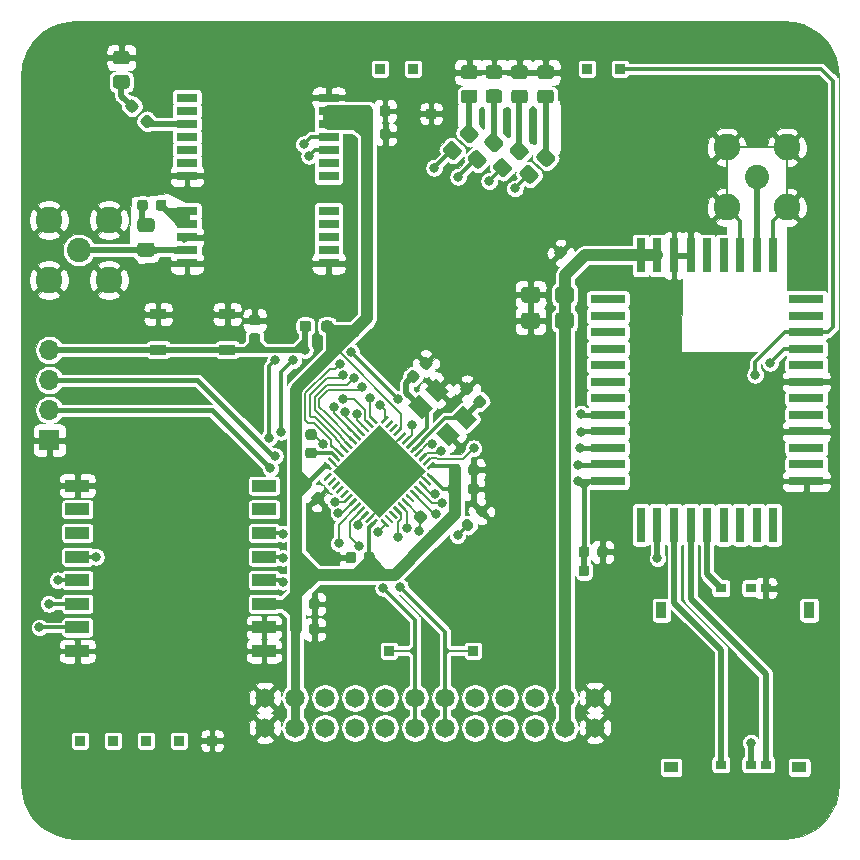
<source format=gbr>
G04 #@! TF.GenerationSoftware,KiCad,Pcbnew,(5.1.10)-1*
G04 #@! TF.CreationDate,2021-12-21T11:35:25+02:00*
G04 #@! TF.ProjectId,COM,434f4d2e-6b69-4636-9164-5f7063625858,rev?*
G04 #@! TF.SameCoordinates,Original*
G04 #@! TF.FileFunction,Copper,L1,Top*
G04 #@! TF.FilePolarity,Positive*
%FSLAX46Y46*%
G04 Gerber Fmt 4.6, Leading zero omitted, Abs format (unit mm)*
G04 Created by KiCad (PCBNEW (5.1.10)-1) date 2021-12-21 11:35:25*
%MOMM*%
%LPD*%
G01*
G04 APERTURE LIST*
G04 #@! TA.AperFunction,ComponentPad*
%ADD10R,0.850000X0.850000*%
G04 #@! TD*
G04 #@! TA.AperFunction,SMDPad,CuDef*
%ADD11C,0.100000*%
G04 #@! TD*
G04 #@! TA.AperFunction,SMDPad,CuDef*
%ADD12R,3.000000X0.800000*%
G04 #@! TD*
G04 #@! TA.AperFunction,SMDPad,CuDef*
%ADD13R,0.800000X3.000000*%
G04 #@! TD*
G04 #@! TA.AperFunction,SMDPad,CuDef*
%ADD14R,0.900000X0.800000*%
G04 #@! TD*
G04 #@! TA.AperFunction,SMDPad,CuDef*
%ADD15R,1.200000X0.950000*%
G04 #@! TD*
G04 #@! TA.AperFunction,SMDPad,CuDef*
%ADD16R,0.950000X1.400000*%
G04 #@! TD*
G04 #@! TA.AperFunction,ComponentPad*
%ADD17C,2.250000*%
G04 #@! TD*
G04 #@! TA.AperFunction,ComponentPad*
%ADD18C,2.050000*%
G04 #@! TD*
G04 #@! TA.AperFunction,ComponentPad*
%ADD19R,1.700000X1.700000*%
G04 #@! TD*
G04 #@! TA.AperFunction,ComponentPad*
%ADD20O,1.700000X1.700000*%
G04 #@! TD*
G04 #@! TA.AperFunction,SMDPad,CuDef*
%ADD21R,2.000000X1.000000*%
G04 #@! TD*
G04 #@! TA.AperFunction,ComponentPad*
%ADD22C,1.640000*%
G04 #@! TD*
G04 #@! TA.AperFunction,SMDPad,CuDef*
%ADD23R,1.800000X0.800000*%
G04 #@! TD*
G04 #@! TA.AperFunction,SMDPad,CuDef*
%ADD24R,1.350000X0.900000*%
G04 #@! TD*
G04 #@! TA.AperFunction,ViaPad*
%ADD25C,0.800000*%
G04 #@! TD*
G04 #@! TA.AperFunction,Conductor*
%ADD26C,0.300000*%
G04 #@! TD*
G04 #@! TA.AperFunction,Conductor*
%ADD27C,0.200000*%
G04 #@! TD*
G04 #@! TA.AperFunction,Conductor*
%ADD28C,0.540000*%
G04 #@! TD*
G04 #@! TA.AperFunction,Conductor*
%ADD29C,0.400000*%
G04 #@! TD*
G04 #@! TA.AperFunction,Conductor*
%ADD30C,0.500000*%
G04 #@! TD*
G04 #@! TA.AperFunction,Conductor*
%ADD31C,1.000000*%
G04 #@! TD*
G04 #@! TA.AperFunction,Conductor*
%ADD32C,0.800000*%
G04 #@! TD*
G04 #@! TA.AperFunction,Conductor*
%ADD33C,0.100000*%
G04 #@! TD*
G04 #@! TA.AperFunction,NonConductor*
%ADD34C,0.254000*%
G04 #@! TD*
G04 #@! TA.AperFunction,NonConductor*
%ADD35C,0.100000*%
G04 #@! TD*
G04 APERTURE END LIST*
D10*
X152146000Y-107696000D03*
G04 #@! TA.AperFunction,SMDPad,CuDef*
G36*
G01*
X136410388Y-140950311D02*
X136498776Y-141038699D01*
G75*
G02*
X136498776Y-141127087I-44194J-44194D01*
G01*
X135968446Y-141657417D01*
G75*
G02*
X135880058Y-141657417I-44194J44194D01*
G01*
X135791670Y-141569029D01*
G75*
G02*
X135791670Y-141480641I44194J44194D01*
G01*
X136322000Y-140950311D01*
G75*
G02*
X136410388Y-140950311I44194J-44194D01*
G01*
G37*
G04 #@! TD.AperFunction*
G04 #@! TA.AperFunction,SMDPad,CuDef*
G36*
G01*
X136056835Y-140596758D02*
X136145223Y-140685146D01*
G75*
G02*
X136145223Y-140773534I-44194J-44194D01*
G01*
X135614893Y-141303864D01*
G75*
G02*
X135526505Y-141303864I-44194J44194D01*
G01*
X135438117Y-141215476D01*
G75*
G02*
X135438117Y-141127088I44194J44194D01*
G01*
X135968447Y-140596758D01*
G75*
G02*
X136056835Y-140596758I44194J-44194D01*
G01*
G37*
G04 #@! TD.AperFunction*
G04 #@! TA.AperFunction,SMDPad,CuDef*
G36*
G01*
X135703281Y-140243204D02*
X135791669Y-140331592D01*
G75*
G02*
X135791669Y-140419980I-44194J-44194D01*
G01*
X135261339Y-140950310D01*
G75*
G02*
X135172951Y-140950310I-44194J44194D01*
G01*
X135084563Y-140861922D01*
G75*
G02*
X135084563Y-140773534I44194J44194D01*
G01*
X135614893Y-140243204D01*
G75*
G02*
X135703281Y-140243204I44194J-44194D01*
G01*
G37*
G04 #@! TD.AperFunction*
G04 #@! TA.AperFunction,SMDPad,CuDef*
G36*
G01*
X135349728Y-139889651D02*
X135438116Y-139978039D01*
G75*
G02*
X135438116Y-140066427I-44194J-44194D01*
G01*
X134907786Y-140596757D01*
G75*
G02*
X134819398Y-140596757I-44194J44194D01*
G01*
X134731010Y-140508369D01*
G75*
G02*
X134731010Y-140419981I44194J44194D01*
G01*
X135261340Y-139889651D01*
G75*
G02*
X135349728Y-139889651I44194J-44194D01*
G01*
G37*
G04 #@! TD.AperFunction*
G04 #@! TA.AperFunction,SMDPad,CuDef*
G36*
G01*
X134996175Y-139536098D02*
X135084563Y-139624486D01*
G75*
G02*
X135084563Y-139712874I-44194J-44194D01*
G01*
X134554233Y-140243204D01*
G75*
G02*
X134465845Y-140243204I-44194J44194D01*
G01*
X134377457Y-140154816D01*
G75*
G02*
X134377457Y-140066428I44194J44194D01*
G01*
X134907787Y-139536098D01*
G75*
G02*
X134996175Y-139536098I44194J-44194D01*
G01*
G37*
G04 #@! TD.AperFunction*
G04 #@! TA.AperFunction,SMDPad,CuDef*
G36*
G01*
X134642621Y-139182544D02*
X134731009Y-139270932D01*
G75*
G02*
X134731009Y-139359320I-44194J-44194D01*
G01*
X134200679Y-139889650D01*
G75*
G02*
X134112291Y-139889650I-44194J44194D01*
G01*
X134023903Y-139801262D01*
G75*
G02*
X134023903Y-139712874I44194J44194D01*
G01*
X134554233Y-139182544D01*
G75*
G02*
X134642621Y-139182544I44194J-44194D01*
G01*
G37*
G04 #@! TD.AperFunction*
G04 #@! TA.AperFunction,SMDPad,CuDef*
G36*
G01*
X134289068Y-138828991D02*
X134377456Y-138917379D01*
G75*
G02*
X134377456Y-139005767I-44194J-44194D01*
G01*
X133847126Y-139536097D01*
G75*
G02*
X133758738Y-139536097I-44194J44194D01*
G01*
X133670350Y-139447709D01*
G75*
G02*
X133670350Y-139359321I44194J44194D01*
G01*
X134200680Y-138828991D01*
G75*
G02*
X134289068Y-138828991I44194J-44194D01*
G01*
G37*
G04 #@! TD.AperFunction*
G04 #@! TA.AperFunction,SMDPad,CuDef*
G36*
G01*
X133935514Y-138475437D02*
X134023902Y-138563825D01*
G75*
G02*
X134023902Y-138652213I-44194J-44194D01*
G01*
X133493572Y-139182543D01*
G75*
G02*
X133405184Y-139182543I-44194J44194D01*
G01*
X133316796Y-139094155D01*
G75*
G02*
X133316796Y-139005767I44194J44194D01*
G01*
X133847126Y-138475437D01*
G75*
G02*
X133935514Y-138475437I44194J-44194D01*
G01*
G37*
G04 #@! TD.AperFunction*
G04 #@! TA.AperFunction,SMDPad,CuDef*
G36*
G01*
X133581961Y-138121884D02*
X133670349Y-138210272D01*
G75*
G02*
X133670349Y-138298660I-44194J-44194D01*
G01*
X133140019Y-138828990D01*
G75*
G02*
X133051631Y-138828990I-44194J44194D01*
G01*
X132963243Y-138740602D01*
G75*
G02*
X132963243Y-138652214I44194J44194D01*
G01*
X133493573Y-138121884D01*
G75*
G02*
X133581961Y-138121884I44194J-44194D01*
G01*
G37*
G04 #@! TD.AperFunction*
G04 #@! TA.AperFunction,SMDPad,CuDef*
G36*
G01*
X133228408Y-137768331D02*
X133316796Y-137856719D01*
G75*
G02*
X133316796Y-137945107I-44194J-44194D01*
G01*
X132786466Y-138475437D01*
G75*
G02*
X132698078Y-138475437I-44194J44194D01*
G01*
X132609690Y-138387049D01*
G75*
G02*
X132609690Y-138298661I44194J44194D01*
G01*
X133140020Y-137768331D01*
G75*
G02*
X133228408Y-137768331I44194J-44194D01*
G01*
G37*
G04 #@! TD.AperFunction*
G04 #@! TA.AperFunction,SMDPad,CuDef*
G36*
G01*
X132874854Y-137414777D02*
X132963242Y-137503165D01*
G75*
G02*
X132963242Y-137591553I-44194J-44194D01*
G01*
X132432912Y-138121883D01*
G75*
G02*
X132344524Y-138121883I-44194J44194D01*
G01*
X132256136Y-138033495D01*
G75*
G02*
X132256136Y-137945107I44194J44194D01*
G01*
X132786466Y-137414777D01*
G75*
G02*
X132874854Y-137414777I44194J-44194D01*
G01*
G37*
G04 #@! TD.AperFunction*
G04 #@! TA.AperFunction,SMDPad,CuDef*
G36*
G01*
X132521301Y-137061224D02*
X132609689Y-137149612D01*
G75*
G02*
X132609689Y-137238000I-44194J-44194D01*
G01*
X132079359Y-137768330D01*
G75*
G02*
X131990971Y-137768330I-44194J44194D01*
G01*
X131902583Y-137679942D01*
G75*
G02*
X131902583Y-137591554I44194J44194D01*
G01*
X132432913Y-137061224D01*
G75*
G02*
X132521301Y-137061224I44194J-44194D01*
G01*
G37*
G04 #@! TD.AperFunction*
G04 #@! TA.AperFunction,SMDPad,CuDef*
G36*
G01*
X131107087Y-137061224D02*
X131637417Y-137591554D01*
G75*
G02*
X131637417Y-137679942I-44194J-44194D01*
G01*
X131549029Y-137768330D01*
G75*
G02*
X131460641Y-137768330I-44194J44194D01*
G01*
X130930311Y-137238000D01*
G75*
G02*
X130930311Y-137149612I44194J44194D01*
G01*
X131018699Y-137061224D01*
G75*
G02*
X131107087Y-137061224I44194J-44194D01*
G01*
G37*
G04 #@! TD.AperFunction*
G04 #@! TA.AperFunction,SMDPad,CuDef*
G36*
G01*
X130753534Y-137414777D02*
X131283864Y-137945107D01*
G75*
G02*
X131283864Y-138033495I-44194J-44194D01*
G01*
X131195476Y-138121883D01*
G75*
G02*
X131107088Y-138121883I-44194J44194D01*
G01*
X130576758Y-137591553D01*
G75*
G02*
X130576758Y-137503165I44194J44194D01*
G01*
X130665146Y-137414777D01*
G75*
G02*
X130753534Y-137414777I44194J-44194D01*
G01*
G37*
G04 #@! TD.AperFunction*
G04 #@! TA.AperFunction,SMDPad,CuDef*
G36*
G01*
X130399980Y-137768331D02*
X130930310Y-138298661D01*
G75*
G02*
X130930310Y-138387049I-44194J-44194D01*
G01*
X130841922Y-138475437D01*
G75*
G02*
X130753534Y-138475437I-44194J44194D01*
G01*
X130223204Y-137945107D01*
G75*
G02*
X130223204Y-137856719I44194J44194D01*
G01*
X130311592Y-137768331D01*
G75*
G02*
X130399980Y-137768331I44194J-44194D01*
G01*
G37*
G04 #@! TD.AperFunction*
G04 #@! TA.AperFunction,SMDPad,CuDef*
G36*
G01*
X130046427Y-138121884D02*
X130576757Y-138652214D01*
G75*
G02*
X130576757Y-138740602I-44194J-44194D01*
G01*
X130488369Y-138828990D01*
G75*
G02*
X130399981Y-138828990I-44194J44194D01*
G01*
X129869651Y-138298660D01*
G75*
G02*
X129869651Y-138210272I44194J44194D01*
G01*
X129958039Y-138121884D01*
G75*
G02*
X130046427Y-138121884I44194J-44194D01*
G01*
G37*
G04 #@! TD.AperFunction*
G04 #@! TA.AperFunction,SMDPad,CuDef*
G36*
G01*
X129692874Y-138475437D02*
X130223204Y-139005767D01*
G75*
G02*
X130223204Y-139094155I-44194J-44194D01*
G01*
X130134816Y-139182543D01*
G75*
G02*
X130046428Y-139182543I-44194J44194D01*
G01*
X129516098Y-138652213D01*
G75*
G02*
X129516098Y-138563825I44194J44194D01*
G01*
X129604486Y-138475437D01*
G75*
G02*
X129692874Y-138475437I44194J-44194D01*
G01*
G37*
G04 #@! TD.AperFunction*
G04 #@! TA.AperFunction,SMDPad,CuDef*
G36*
G01*
X129339320Y-138828991D02*
X129869650Y-139359321D01*
G75*
G02*
X129869650Y-139447709I-44194J-44194D01*
G01*
X129781262Y-139536097D01*
G75*
G02*
X129692874Y-139536097I-44194J44194D01*
G01*
X129162544Y-139005767D01*
G75*
G02*
X129162544Y-138917379I44194J44194D01*
G01*
X129250932Y-138828991D01*
G75*
G02*
X129339320Y-138828991I44194J-44194D01*
G01*
G37*
G04 #@! TD.AperFunction*
G04 #@! TA.AperFunction,SMDPad,CuDef*
G36*
G01*
X128985767Y-139182544D02*
X129516097Y-139712874D01*
G75*
G02*
X129516097Y-139801262I-44194J-44194D01*
G01*
X129427709Y-139889650D01*
G75*
G02*
X129339321Y-139889650I-44194J44194D01*
G01*
X128808991Y-139359320D01*
G75*
G02*
X128808991Y-139270932I44194J44194D01*
G01*
X128897379Y-139182544D01*
G75*
G02*
X128985767Y-139182544I44194J-44194D01*
G01*
G37*
G04 #@! TD.AperFunction*
G04 #@! TA.AperFunction,SMDPad,CuDef*
G36*
G01*
X128632213Y-139536098D02*
X129162543Y-140066428D01*
G75*
G02*
X129162543Y-140154816I-44194J-44194D01*
G01*
X129074155Y-140243204D01*
G75*
G02*
X128985767Y-140243204I-44194J44194D01*
G01*
X128455437Y-139712874D01*
G75*
G02*
X128455437Y-139624486I44194J44194D01*
G01*
X128543825Y-139536098D01*
G75*
G02*
X128632213Y-139536098I44194J-44194D01*
G01*
G37*
G04 #@! TD.AperFunction*
G04 #@! TA.AperFunction,SMDPad,CuDef*
G36*
G01*
X128278660Y-139889651D02*
X128808990Y-140419981D01*
G75*
G02*
X128808990Y-140508369I-44194J-44194D01*
G01*
X128720602Y-140596757D01*
G75*
G02*
X128632214Y-140596757I-44194J44194D01*
G01*
X128101884Y-140066427D01*
G75*
G02*
X128101884Y-139978039I44194J44194D01*
G01*
X128190272Y-139889651D01*
G75*
G02*
X128278660Y-139889651I44194J-44194D01*
G01*
G37*
G04 #@! TD.AperFunction*
G04 #@! TA.AperFunction,SMDPad,CuDef*
G36*
G01*
X127925107Y-140243204D02*
X128455437Y-140773534D01*
G75*
G02*
X128455437Y-140861922I-44194J-44194D01*
G01*
X128367049Y-140950310D01*
G75*
G02*
X128278661Y-140950310I-44194J44194D01*
G01*
X127748331Y-140419980D01*
G75*
G02*
X127748331Y-140331592I44194J44194D01*
G01*
X127836719Y-140243204D01*
G75*
G02*
X127925107Y-140243204I44194J-44194D01*
G01*
G37*
G04 #@! TD.AperFunction*
G04 #@! TA.AperFunction,SMDPad,CuDef*
G36*
G01*
X127571553Y-140596758D02*
X128101883Y-141127088D01*
G75*
G02*
X128101883Y-141215476I-44194J-44194D01*
G01*
X128013495Y-141303864D01*
G75*
G02*
X127925107Y-141303864I-44194J44194D01*
G01*
X127394777Y-140773534D01*
G75*
G02*
X127394777Y-140685146I44194J44194D01*
G01*
X127483165Y-140596758D01*
G75*
G02*
X127571553Y-140596758I44194J-44194D01*
G01*
G37*
G04 #@! TD.AperFunction*
G04 #@! TA.AperFunction,SMDPad,CuDef*
G36*
G01*
X127218000Y-140950311D02*
X127748330Y-141480641D01*
G75*
G02*
X127748330Y-141569029I-44194J-44194D01*
G01*
X127659942Y-141657417D01*
G75*
G02*
X127571554Y-141657417I-44194J44194D01*
G01*
X127041224Y-141127087D01*
G75*
G02*
X127041224Y-141038699I44194J44194D01*
G01*
X127129612Y-140950311D01*
G75*
G02*
X127218000Y-140950311I44194J-44194D01*
G01*
G37*
G04 #@! TD.AperFunction*
G04 #@! TA.AperFunction,SMDPad,CuDef*
G36*
G01*
X127659942Y-141922583D02*
X127748330Y-142010971D01*
G75*
G02*
X127748330Y-142099359I-44194J-44194D01*
G01*
X127218000Y-142629689D01*
G75*
G02*
X127129612Y-142629689I-44194J44194D01*
G01*
X127041224Y-142541301D01*
G75*
G02*
X127041224Y-142452913I44194J44194D01*
G01*
X127571554Y-141922583D01*
G75*
G02*
X127659942Y-141922583I44194J-44194D01*
G01*
G37*
G04 #@! TD.AperFunction*
G04 #@! TA.AperFunction,SMDPad,CuDef*
G36*
G01*
X128013495Y-142276136D02*
X128101883Y-142364524D01*
G75*
G02*
X128101883Y-142452912I-44194J-44194D01*
G01*
X127571553Y-142983242D01*
G75*
G02*
X127483165Y-142983242I-44194J44194D01*
G01*
X127394777Y-142894854D01*
G75*
G02*
X127394777Y-142806466I44194J44194D01*
G01*
X127925107Y-142276136D01*
G75*
G02*
X128013495Y-142276136I44194J-44194D01*
G01*
G37*
G04 #@! TD.AperFunction*
G04 #@! TA.AperFunction,SMDPad,CuDef*
G36*
G01*
X128367049Y-142629690D02*
X128455437Y-142718078D01*
G75*
G02*
X128455437Y-142806466I-44194J-44194D01*
G01*
X127925107Y-143336796D01*
G75*
G02*
X127836719Y-143336796I-44194J44194D01*
G01*
X127748331Y-143248408D01*
G75*
G02*
X127748331Y-143160020I44194J44194D01*
G01*
X128278661Y-142629690D01*
G75*
G02*
X128367049Y-142629690I44194J-44194D01*
G01*
G37*
G04 #@! TD.AperFunction*
G04 #@! TA.AperFunction,SMDPad,CuDef*
G36*
G01*
X128720602Y-142983243D02*
X128808990Y-143071631D01*
G75*
G02*
X128808990Y-143160019I-44194J-44194D01*
G01*
X128278660Y-143690349D01*
G75*
G02*
X128190272Y-143690349I-44194J44194D01*
G01*
X128101884Y-143601961D01*
G75*
G02*
X128101884Y-143513573I44194J44194D01*
G01*
X128632214Y-142983243D01*
G75*
G02*
X128720602Y-142983243I44194J-44194D01*
G01*
G37*
G04 #@! TD.AperFunction*
G04 #@! TA.AperFunction,SMDPad,CuDef*
G36*
G01*
X129074155Y-143336796D02*
X129162543Y-143425184D01*
G75*
G02*
X129162543Y-143513572I-44194J-44194D01*
G01*
X128632213Y-144043902D01*
G75*
G02*
X128543825Y-144043902I-44194J44194D01*
G01*
X128455437Y-143955514D01*
G75*
G02*
X128455437Y-143867126I44194J44194D01*
G01*
X128985767Y-143336796D01*
G75*
G02*
X129074155Y-143336796I44194J-44194D01*
G01*
G37*
G04 #@! TD.AperFunction*
G04 #@! TA.AperFunction,SMDPad,CuDef*
G36*
G01*
X129427709Y-143690350D02*
X129516097Y-143778738D01*
G75*
G02*
X129516097Y-143867126I-44194J-44194D01*
G01*
X128985767Y-144397456D01*
G75*
G02*
X128897379Y-144397456I-44194J44194D01*
G01*
X128808991Y-144309068D01*
G75*
G02*
X128808991Y-144220680I44194J44194D01*
G01*
X129339321Y-143690350D01*
G75*
G02*
X129427709Y-143690350I44194J-44194D01*
G01*
G37*
G04 #@! TD.AperFunction*
G04 #@! TA.AperFunction,SMDPad,CuDef*
G36*
G01*
X129781262Y-144043903D02*
X129869650Y-144132291D01*
G75*
G02*
X129869650Y-144220679I-44194J-44194D01*
G01*
X129339320Y-144751009D01*
G75*
G02*
X129250932Y-144751009I-44194J44194D01*
G01*
X129162544Y-144662621D01*
G75*
G02*
X129162544Y-144574233I44194J44194D01*
G01*
X129692874Y-144043903D01*
G75*
G02*
X129781262Y-144043903I44194J-44194D01*
G01*
G37*
G04 #@! TD.AperFunction*
G04 #@! TA.AperFunction,SMDPad,CuDef*
G36*
G01*
X130134816Y-144397457D02*
X130223204Y-144485845D01*
G75*
G02*
X130223204Y-144574233I-44194J-44194D01*
G01*
X129692874Y-145104563D01*
G75*
G02*
X129604486Y-145104563I-44194J44194D01*
G01*
X129516098Y-145016175D01*
G75*
G02*
X129516098Y-144927787I44194J44194D01*
G01*
X130046428Y-144397457D01*
G75*
G02*
X130134816Y-144397457I44194J-44194D01*
G01*
G37*
G04 #@! TD.AperFunction*
G04 #@! TA.AperFunction,SMDPad,CuDef*
G36*
G01*
X130488369Y-144751010D02*
X130576757Y-144839398D01*
G75*
G02*
X130576757Y-144927786I-44194J-44194D01*
G01*
X130046427Y-145458116D01*
G75*
G02*
X129958039Y-145458116I-44194J44194D01*
G01*
X129869651Y-145369728D01*
G75*
G02*
X129869651Y-145281340I44194J44194D01*
G01*
X130399981Y-144751010D01*
G75*
G02*
X130488369Y-144751010I44194J-44194D01*
G01*
G37*
G04 #@! TD.AperFunction*
G04 #@! TA.AperFunction,SMDPad,CuDef*
G36*
G01*
X130841922Y-145104563D02*
X130930310Y-145192951D01*
G75*
G02*
X130930310Y-145281339I-44194J-44194D01*
G01*
X130399980Y-145811669D01*
G75*
G02*
X130311592Y-145811669I-44194J44194D01*
G01*
X130223204Y-145723281D01*
G75*
G02*
X130223204Y-145634893I44194J44194D01*
G01*
X130753534Y-145104563D01*
G75*
G02*
X130841922Y-145104563I44194J-44194D01*
G01*
G37*
G04 #@! TD.AperFunction*
G04 #@! TA.AperFunction,SMDPad,CuDef*
G36*
G01*
X131195476Y-145458117D02*
X131283864Y-145546505D01*
G75*
G02*
X131283864Y-145634893I-44194J-44194D01*
G01*
X130753534Y-146165223D01*
G75*
G02*
X130665146Y-146165223I-44194J44194D01*
G01*
X130576758Y-146076835D01*
G75*
G02*
X130576758Y-145988447I44194J44194D01*
G01*
X131107088Y-145458117D01*
G75*
G02*
X131195476Y-145458117I44194J-44194D01*
G01*
G37*
G04 #@! TD.AperFunction*
G04 #@! TA.AperFunction,SMDPad,CuDef*
G36*
G01*
X131549029Y-145811670D02*
X131637417Y-145900058D01*
G75*
G02*
X131637417Y-145988446I-44194J-44194D01*
G01*
X131107087Y-146518776D01*
G75*
G02*
X131018699Y-146518776I-44194J44194D01*
G01*
X130930311Y-146430388D01*
G75*
G02*
X130930311Y-146342000I44194J44194D01*
G01*
X131460641Y-145811670D01*
G75*
G02*
X131549029Y-145811670I44194J-44194D01*
G01*
G37*
G04 #@! TD.AperFunction*
G04 #@! TA.AperFunction,SMDPad,CuDef*
G36*
G01*
X132079359Y-145811670D02*
X132609689Y-146342000D01*
G75*
G02*
X132609689Y-146430388I-44194J-44194D01*
G01*
X132521301Y-146518776D01*
G75*
G02*
X132432913Y-146518776I-44194J44194D01*
G01*
X131902583Y-145988446D01*
G75*
G02*
X131902583Y-145900058I44194J44194D01*
G01*
X131990971Y-145811670D01*
G75*
G02*
X132079359Y-145811670I44194J-44194D01*
G01*
G37*
G04 #@! TD.AperFunction*
G04 #@! TA.AperFunction,SMDPad,CuDef*
G36*
G01*
X132432912Y-145458117D02*
X132963242Y-145988447D01*
G75*
G02*
X132963242Y-146076835I-44194J-44194D01*
G01*
X132874854Y-146165223D01*
G75*
G02*
X132786466Y-146165223I-44194J44194D01*
G01*
X132256136Y-145634893D01*
G75*
G02*
X132256136Y-145546505I44194J44194D01*
G01*
X132344524Y-145458117D01*
G75*
G02*
X132432912Y-145458117I44194J-44194D01*
G01*
G37*
G04 #@! TD.AperFunction*
G04 #@! TA.AperFunction,SMDPad,CuDef*
G36*
G01*
X132786466Y-145104563D02*
X133316796Y-145634893D01*
G75*
G02*
X133316796Y-145723281I-44194J-44194D01*
G01*
X133228408Y-145811669D01*
G75*
G02*
X133140020Y-145811669I-44194J44194D01*
G01*
X132609690Y-145281339D01*
G75*
G02*
X132609690Y-145192951I44194J44194D01*
G01*
X132698078Y-145104563D01*
G75*
G02*
X132786466Y-145104563I44194J-44194D01*
G01*
G37*
G04 #@! TD.AperFunction*
G04 #@! TA.AperFunction,SMDPad,CuDef*
G36*
G01*
X133140019Y-144751010D02*
X133670349Y-145281340D01*
G75*
G02*
X133670349Y-145369728I-44194J-44194D01*
G01*
X133581961Y-145458116D01*
G75*
G02*
X133493573Y-145458116I-44194J44194D01*
G01*
X132963243Y-144927786D01*
G75*
G02*
X132963243Y-144839398I44194J44194D01*
G01*
X133051631Y-144751010D01*
G75*
G02*
X133140019Y-144751010I44194J-44194D01*
G01*
G37*
G04 #@! TD.AperFunction*
G04 #@! TA.AperFunction,SMDPad,CuDef*
G36*
G01*
X133493572Y-144397457D02*
X134023902Y-144927787D01*
G75*
G02*
X134023902Y-145016175I-44194J-44194D01*
G01*
X133935514Y-145104563D01*
G75*
G02*
X133847126Y-145104563I-44194J44194D01*
G01*
X133316796Y-144574233D01*
G75*
G02*
X133316796Y-144485845I44194J44194D01*
G01*
X133405184Y-144397457D01*
G75*
G02*
X133493572Y-144397457I44194J-44194D01*
G01*
G37*
G04 #@! TD.AperFunction*
G04 #@! TA.AperFunction,SMDPad,CuDef*
G36*
G01*
X133847126Y-144043903D02*
X134377456Y-144574233D01*
G75*
G02*
X134377456Y-144662621I-44194J-44194D01*
G01*
X134289068Y-144751009D01*
G75*
G02*
X134200680Y-144751009I-44194J44194D01*
G01*
X133670350Y-144220679D01*
G75*
G02*
X133670350Y-144132291I44194J44194D01*
G01*
X133758738Y-144043903D01*
G75*
G02*
X133847126Y-144043903I44194J-44194D01*
G01*
G37*
G04 #@! TD.AperFunction*
G04 #@! TA.AperFunction,SMDPad,CuDef*
G36*
G01*
X134200679Y-143690350D02*
X134731009Y-144220680D01*
G75*
G02*
X134731009Y-144309068I-44194J-44194D01*
G01*
X134642621Y-144397456D01*
G75*
G02*
X134554233Y-144397456I-44194J44194D01*
G01*
X134023903Y-143867126D01*
G75*
G02*
X134023903Y-143778738I44194J44194D01*
G01*
X134112291Y-143690350D01*
G75*
G02*
X134200679Y-143690350I44194J-44194D01*
G01*
G37*
G04 #@! TD.AperFunction*
G04 #@! TA.AperFunction,SMDPad,CuDef*
G36*
G01*
X134554233Y-143336796D02*
X135084563Y-143867126D01*
G75*
G02*
X135084563Y-143955514I-44194J-44194D01*
G01*
X134996175Y-144043902D01*
G75*
G02*
X134907787Y-144043902I-44194J44194D01*
G01*
X134377457Y-143513572D01*
G75*
G02*
X134377457Y-143425184I44194J44194D01*
G01*
X134465845Y-143336796D01*
G75*
G02*
X134554233Y-143336796I44194J-44194D01*
G01*
G37*
G04 #@! TD.AperFunction*
G04 #@! TA.AperFunction,SMDPad,CuDef*
G36*
G01*
X134907786Y-142983243D02*
X135438116Y-143513573D01*
G75*
G02*
X135438116Y-143601961I-44194J-44194D01*
G01*
X135349728Y-143690349D01*
G75*
G02*
X135261340Y-143690349I-44194J44194D01*
G01*
X134731010Y-143160019D01*
G75*
G02*
X134731010Y-143071631I44194J44194D01*
G01*
X134819398Y-142983243D01*
G75*
G02*
X134907786Y-142983243I44194J-44194D01*
G01*
G37*
G04 #@! TD.AperFunction*
G04 #@! TA.AperFunction,SMDPad,CuDef*
G36*
G01*
X135261339Y-142629690D02*
X135791669Y-143160020D01*
G75*
G02*
X135791669Y-143248408I-44194J-44194D01*
G01*
X135703281Y-143336796D01*
G75*
G02*
X135614893Y-143336796I-44194J44194D01*
G01*
X135084563Y-142806466D01*
G75*
G02*
X135084563Y-142718078I44194J44194D01*
G01*
X135172951Y-142629690D01*
G75*
G02*
X135261339Y-142629690I44194J-44194D01*
G01*
G37*
G04 #@! TD.AperFunction*
G04 #@! TA.AperFunction,SMDPad,CuDef*
G36*
G01*
X135614893Y-142276136D02*
X136145223Y-142806466D01*
G75*
G02*
X136145223Y-142894854I-44194J-44194D01*
G01*
X136056835Y-142983242D01*
G75*
G02*
X135968447Y-142983242I-44194J44194D01*
G01*
X135438117Y-142452912D01*
G75*
G02*
X135438117Y-142364524I44194J44194D01*
G01*
X135526505Y-142276136D01*
G75*
G02*
X135614893Y-142276136I44194J-44194D01*
G01*
G37*
G04 #@! TD.AperFunction*
G04 #@! TA.AperFunction,SMDPad,CuDef*
G36*
G01*
X135968446Y-141922583D02*
X136498776Y-142452913D01*
G75*
G02*
X136498776Y-142541301I-44194J-44194D01*
G01*
X136410388Y-142629689D01*
G75*
G02*
X136322000Y-142629689I-44194J44194D01*
G01*
X135791670Y-142099359D01*
G75*
G02*
X135791670Y-142010971I44194J44194D01*
G01*
X135880058Y-141922583D01*
G75*
G02*
X135968446Y-141922583I44194J-44194D01*
G01*
G37*
G04 #@! TD.AperFunction*
G04 #@! TA.AperFunction,SMDPad,CuDef*
D11*
G36*
X131770000Y-137830202D02*
G01*
X135729798Y-141790000D01*
X131770000Y-145749798D01*
X127810202Y-141790000D01*
X131770000Y-137830202D01*
G37*
G04 #@! TD.AperFunction*
D12*
X151117840Y-127198240D03*
X151117840Y-128598240D03*
X151117840Y-129998240D03*
X151117840Y-131398240D03*
X151117840Y-132798240D03*
X151117840Y-134198240D03*
X151117840Y-135598240D03*
X151117840Y-136998240D03*
X151117840Y-138398240D03*
X151117840Y-139798240D03*
X151117840Y-141198240D03*
X151117840Y-142598240D03*
D13*
X153917840Y-146298240D03*
X155317840Y-146298240D03*
X156717840Y-146298240D03*
X158117840Y-146298240D03*
X159517840Y-146298240D03*
X160917840Y-146298240D03*
X162317840Y-146298240D03*
X163717840Y-146298240D03*
X165117840Y-146298240D03*
D12*
X167917840Y-142598240D03*
X167917840Y-141198240D03*
X167917840Y-139798240D03*
X167917840Y-138398240D03*
X167917840Y-136998240D03*
X167917840Y-135598240D03*
X167917840Y-134198240D03*
X167917840Y-132798240D03*
X167917840Y-131398240D03*
X167917840Y-129998240D03*
X167917840Y-128598240D03*
X167917840Y-127198240D03*
D13*
X165117840Y-123498240D03*
X163717840Y-123498240D03*
X162317840Y-123498240D03*
X160917840Y-123498240D03*
X159517840Y-123498240D03*
X158117840Y-123498240D03*
X156717840Y-123498240D03*
X155317840Y-123498240D03*
X153917840Y-123498240D03*
D14*
X160690000Y-151670000D03*
X163230000Y-151670000D03*
X164470000Y-151670000D03*
X160690000Y-166610000D03*
X163230000Y-166610000D03*
X164470000Y-166610000D03*
D15*
X156475000Y-166840000D03*
X167325000Y-166840000D03*
D16*
X155640000Y-153530000D03*
X168160000Y-153530000D03*
D17*
X108870480Y-125590300D03*
X103790480Y-125590300D03*
X103790480Y-120510300D03*
X108870480Y-120510300D03*
D18*
X106330480Y-123050300D03*
G04 #@! TA.AperFunction,SMDPad,CuDef*
G36*
G01*
X145361740Y-126412399D02*
X145361740Y-127262401D01*
G75*
G02*
X145111741Y-127512400I-249999J0D01*
G01*
X144036739Y-127512400D01*
G75*
G02*
X143786740Y-127262401I0J249999D01*
G01*
X143786740Y-126412399D01*
G75*
G02*
X144036739Y-126162400I249999J0D01*
G01*
X145111741Y-126162400D01*
G75*
G02*
X145361740Y-126412399I0J-249999D01*
G01*
G37*
G04 #@! TD.AperFunction*
G04 #@! TA.AperFunction,SMDPad,CuDef*
G36*
G01*
X148236740Y-126412399D02*
X148236740Y-127262401D01*
G75*
G02*
X147986741Y-127512400I-249999J0D01*
G01*
X146911739Y-127512400D01*
G75*
G02*
X146661740Y-127262401I0J249999D01*
G01*
X146661740Y-126412399D01*
G75*
G02*
X146911739Y-126162400I249999J0D01*
G01*
X147986741Y-126162400D01*
G75*
G02*
X148236740Y-126412399I0J-249999D01*
G01*
G37*
G04 #@! TD.AperFunction*
G04 #@! TA.AperFunction,SMDPad,CuDef*
G36*
G01*
X112150000Y-118993750D02*
X112150000Y-119506250D01*
G75*
G02*
X111931250Y-119725000I-218750J0D01*
G01*
X111493750Y-119725000D01*
G75*
G02*
X111275000Y-119506250I0J218750D01*
G01*
X111275000Y-118993750D01*
G75*
G02*
X111493750Y-118775000I218750J0D01*
G01*
X111931250Y-118775000D01*
G75*
G02*
X112150000Y-118993750I0J-218750D01*
G01*
G37*
G04 #@! TD.AperFunction*
G04 #@! TA.AperFunction,SMDPad,CuDef*
G36*
G01*
X113725000Y-118993750D02*
X113725000Y-119506250D01*
G75*
G02*
X113506250Y-119725000I-218750J0D01*
G01*
X113068750Y-119725000D01*
G75*
G02*
X112850000Y-119506250I0J218750D01*
G01*
X112850000Y-118993750D01*
G75*
G02*
X113068750Y-118775000I218750J0D01*
G01*
X113506250Y-118775000D01*
G75*
G02*
X113725000Y-118993750I0J-218750D01*
G01*
G37*
G04 #@! TD.AperFunction*
G04 #@! TA.AperFunction,SMDPad,CuDef*
G36*
G01*
X148655000Y-148856250D02*
X148655000Y-148343750D01*
G75*
G02*
X148873750Y-148125000I218750J0D01*
G01*
X149311250Y-148125000D01*
G75*
G02*
X149530000Y-148343750I0J-218750D01*
G01*
X149530000Y-148856250D01*
G75*
G02*
X149311250Y-149075000I-218750J0D01*
G01*
X148873750Y-149075000D01*
G75*
G02*
X148655000Y-148856250I0J218750D01*
G01*
G37*
G04 #@! TD.AperFunction*
G04 #@! TA.AperFunction,SMDPad,CuDef*
G36*
G01*
X150230000Y-148856250D02*
X150230000Y-148343750D01*
G75*
G02*
X150448750Y-148125000I218750J0D01*
G01*
X150886250Y-148125000D01*
G75*
G02*
X151105000Y-148343750I0J-218750D01*
G01*
X151105000Y-148856250D01*
G75*
G02*
X150886250Y-149075000I-218750J0D01*
G01*
X150448750Y-149075000D01*
G75*
G02*
X150230000Y-148856250I0J218750D01*
G01*
G37*
G04 #@! TD.AperFunction*
G04 #@! TA.AperFunction,SMDPad,CuDef*
G36*
G01*
X147613709Y-123411316D02*
X147251316Y-123773709D01*
G75*
G02*
X146941956Y-123773709I-154680J154680D01*
G01*
X146632597Y-123464350D01*
G75*
G02*
X146632597Y-123154990I154680J154680D01*
G01*
X146994990Y-122792597D01*
G75*
G02*
X147304350Y-122792597I154680J-154680D01*
G01*
X147613709Y-123101956D01*
G75*
G02*
X147613709Y-123411316I-154680J-154680D01*
G01*
G37*
G04 #@! TD.AperFunction*
G04 #@! TA.AperFunction,SMDPad,CuDef*
G36*
G01*
X148727403Y-124525010D02*
X148365010Y-124887403D01*
G75*
G02*
X148055650Y-124887403I-154680J154680D01*
G01*
X147746291Y-124578044D01*
G75*
G02*
X147746291Y-124268684I154680J154680D01*
G01*
X148108684Y-123906291D01*
G75*
G02*
X148418044Y-123906291I154680J-154680D01*
G01*
X148727403Y-124215650D01*
G75*
G02*
X148727403Y-124525010I-154680J-154680D01*
G01*
G37*
G04 #@! TD.AperFunction*
G04 #@! TA.AperFunction,SMDPad,CuDef*
G36*
G01*
X126068676Y-143882830D02*
X126461274Y-143553401D01*
G75*
G02*
X126769456Y-143580363I140610J-167572D01*
G01*
X127050676Y-143915508D01*
G75*
G02*
X127023714Y-144223690I-167572J-140610D01*
G01*
X126631116Y-144553119D01*
G75*
G02*
X126322934Y-144526157I-140610J167572D01*
G01*
X126041714Y-144191012D01*
G75*
G02*
X126068676Y-143882830I167572J140610D01*
G01*
G37*
G04 #@! TD.AperFunction*
G04 #@! TA.AperFunction,SMDPad,CuDef*
G36*
G01*
X125056286Y-142676310D02*
X125448884Y-142346881D01*
G75*
G02*
X125757066Y-142373843I140610J-167572D01*
G01*
X126038286Y-142708988D01*
G75*
G02*
X126011324Y-143017170I-167572J-140610D01*
G01*
X125618726Y-143346599D01*
G75*
G02*
X125310544Y-143319637I-140610J167572D01*
G01*
X125029324Y-142984492D01*
G75*
G02*
X125056286Y-142676310I167572J140610D01*
G01*
G37*
G04 #@! TD.AperFunction*
G04 #@! TA.AperFunction,SMDPad,CuDef*
G36*
G01*
X131840000Y-113486250D02*
X131840000Y-112973750D01*
G75*
G02*
X132058750Y-112755000I218750J0D01*
G01*
X132496250Y-112755000D01*
G75*
G02*
X132715000Y-112973750I0J-218750D01*
G01*
X132715000Y-113486250D01*
G75*
G02*
X132496250Y-113705000I-218750J0D01*
G01*
X132058750Y-113705000D01*
G75*
G02*
X131840000Y-113486250I0J218750D01*
G01*
G37*
G04 #@! TD.AperFunction*
G04 #@! TA.AperFunction,SMDPad,CuDef*
G36*
G01*
X130265000Y-113486250D02*
X130265000Y-112973750D01*
G75*
G02*
X130483750Y-112755000I218750J0D01*
G01*
X130921250Y-112755000D01*
G75*
G02*
X131140000Y-112973750I0J-218750D01*
G01*
X131140000Y-113486250D01*
G75*
G02*
X130921250Y-113705000I-218750J0D01*
G01*
X130483750Y-113705000D01*
G75*
G02*
X130265000Y-113486250I0J218750D01*
G01*
G37*
G04 #@! TD.AperFunction*
G04 #@! TA.AperFunction,SMDPad,CuDef*
G36*
G01*
X125823460Y-155414690D02*
X125823460Y-154902190D01*
G75*
G02*
X126042210Y-154683440I218750J0D01*
G01*
X126479710Y-154683440D01*
G75*
G02*
X126698460Y-154902190I0J-218750D01*
G01*
X126698460Y-155414690D01*
G75*
G02*
X126479710Y-155633440I-218750J0D01*
G01*
X126042210Y-155633440D01*
G75*
G02*
X125823460Y-155414690I0J218750D01*
G01*
G37*
G04 #@! TD.AperFunction*
G04 #@! TA.AperFunction,SMDPad,CuDef*
G36*
G01*
X124248460Y-155414690D02*
X124248460Y-154902190D01*
G75*
G02*
X124467210Y-154683440I218750J0D01*
G01*
X124904710Y-154683440D01*
G75*
G02*
X125123460Y-154902190I0J-218750D01*
G01*
X125123460Y-155414690D01*
G75*
G02*
X124904710Y-155633440I-218750J0D01*
G01*
X124467210Y-155633440D01*
G75*
G02*
X124248460Y-155414690I0J218750D01*
G01*
G37*
G04 #@! TD.AperFunction*
X163717840Y-116898240D03*
D17*
X161177840Y-119438240D03*
X166257840Y-119438240D03*
X166257840Y-114358240D03*
X161177840Y-114358240D03*
D19*
X103840000Y-139140000D03*
D20*
X103840000Y-136600000D03*
X103840000Y-134060000D03*
X103840000Y-131520000D03*
G04 #@! TA.AperFunction,SMDPad,CuDef*
G36*
G01*
X147075000Y-150466250D02*
X147075000Y-149953750D01*
G75*
G02*
X147293750Y-149735000I218750J0D01*
G01*
X147731250Y-149735000D01*
G75*
G02*
X147950000Y-149953750I0J-218750D01*
G01*
X147950000Y-150466250D01*
G75*
G02*
X147731250Y-150685000I-218750J0D01*
G01*
X147293750Y-150685000D01*
G75*
G02*
X147075000Y-150466250I0J218750D01*
G01*
G37*
G04 #@! TD.AperFunction*
G04 #@! TA.AperFunction,SMDPad,CuDef*
G36*
G01*
X148650000Y-150466250D02*
X148650000Y-149953750D01*
G75*
G02*
X148868750Y-149735000I218750J0D01*
G01*
X149306250Y-149735000D01*
G75*
G02*
X149525000Y-149953750I0J-218750D01*
G01*
X149525000Y-150466250D01*
G75*
G02*
X149306250Y-150685000I-218750J0D01*
G01*
X148868750Y-150685000D01*
G75*
G02*
X148650000Y-150466250I0J218750D01*
G01*
G37*
G04 #@! TD.AperFunction*
D21*
X106200000Y-151000000D03*
X106200000Y-149000000D03*
X106200000Y-153000000D03*
X106200000Y-155000000D03*
X106200000Y-157000000D03*
X106200000Y-147000000D03*
X106200000Y-145000000D03*
X106200000Y-143000000D03*
X122000000Y-147000000D03*
X122000000Y-157000000D03*
X122000000Y-145000000D03*
X122000000Y-143000000D03*
X122000000Y-155000000D03*
X122000000Y-151000000D03*
X122000000Y-153000000D03*
X122000000Y-149000000D03*
D22*
X150030000Y-163502000D03*
X150030000Y-160962000D03*
X147490000Y-163502000D03*
X147490000Y-160962000D03*
X144950000Y-163502000D03*
X144950000Y-160962000D03*
X142410000Y-163502000D03*
X142410000Y-160962000D03*
X139870000Y-163502000D03*
X139870000Y-160962000D03*
X137330000Y-163502000D03*
X137330000Y-160962000D03*
X134790000Y-163502000D03*
X134790000Y-160962000D03*
X132250000Y-163502000D03*
X132250000Y-160962000D03*
X129710000Y-163502000D03*
X129710000Y-160962000D03*
X127170000Y-163502000D03*
X127170000Y-160962000D03*
X124630000Y-163502000D03*
X124630000Y-160962000D03*
X122090000Y-163502000D03*
X122090000Y-160962000D03*
D23*
X127479040Y-110160040D03*
X127479040Y-111260040D03*
X127479040Y-112360040D03*
X127479040Y-113460040D03*
X127479040Y-114560040D03*
X127479040Y-115660040D03*
X127479040Y-116760040D03*
X127479040Y-119760040D03*
X127479040Y-120860040D03*
X127479040Y-121960040D03*
X127479040Y-123060040D03*
X127479040Y-124160040D03*
X115479040Y-124160040D03*
X115479040Y-123060040D03*
X115479040Y-121960040D03*
X115479040Y-120860040D03*
X115479040Y-119760040D03*
X115479040Y-116760040D03*
X115479040Y-115660040D03*
X115479040Y-114560040D03*
X115479040Y-113460040D03*
X115479040Y-112360040D03*
X115479040Y-111260040D03*
X115479040Y-110160040D03*
G04 #@! TA.AperFunction,SMDPad,CuDef*
G36*
G01*
X131365000Y-148840000D02*
X131365000Y-149340000D01*
G75*
G02*
X131140000Y-149565000I-225000J0D01*
G01*
X130690000Y-149565000D01*
G75*
G02*
X130465000Y-149340000I0J225000D01*
G01*
X130465000Y-148840000D01*
G75*
G02*
X130690000Y-148615000I225000J0D01*
G01*
X131140000Y-148615000D01*
G75*
G02*
X131365000Y-148840000I0J-225000D01*
G01*
G37*
G04 #@! TD.AperFunction*
G04 #@! TA.AperFunction,SMDPad,CuDef*
G36*
G01*
X129815000Y-148840000D02*
X129815000Y-149340000D01*
G75*
G02*
X129590000Y-149565000I-225000J0D01*
G01*
X129140000Y-149565000D01*
G75*
G02*
X128915000Y-149340000I0J225000D01*
G01*
X128915000Y-148840000D01*
G75*
G02*
X129140000Y-148615000I225000J0D01*
G01*
X129590000Y-148615000D01*
G75*
G02*
X129815000Y-148840000I0J-225000D01*
G01*
G37*
G04 #@! TD.AperFunction*
G04 #@! TA.AperFunction,SMDPad,CuDef*
G36*
G01*
X148225000Y-128594999D02*
X148225000Y-129445001D01*
G75*
G02*
X147975001Y-129695000I-249999J0D01*
G01*
X146899999Y-129695000D01*
G75*
G02*
X146650000Y-129445001I0J249999D01*
G01*
X146650000Y-128594999D01*
G75*
G02*
X146899999Y-128345000I249999J0D01*
G01*
X147975001Y-128345000D01*
G75*
G02*
X148225000Y-128594999I0J-249999D01*
G01*
G37*
G04 #@! TD.AperFunction*
G04 #@! TA.AperFunction,SMDPad,CuDef*
G36*
G01*
X145350000Y-128594999D02*
X145350000Y-129445001D01*
G75*
G02*
X145100001Y-129695000I-249999J0D01*
G01*
X144024999Y-129695000D01*
G75*
G02*
X143775000Y-129445001I0J249999D01*
G01*
X143775000Y-128594999D01*
G75*
G02*
X144024999Y-128345000I249999J0D01*
G01*
X145100001Y-128345000D01*
G75*
G02*
X145350000Y-128594999I0J-249999D01*
G01*
G37*
G04 #@! TD.AperFunction*
G04 #@! TA.AperFunction,SMDPad,CuDef*
G36*
G01*
X109469999Y-106180000D02*
X110370001Y-106180000D01*
G75*
G02*
X110620000Y-106429999I0J-249999D01*
G01*
X110620000Y-107080001D01*
G75*
G02*
X110370001Y-107330000I-249999J0D01*
G01*
X109469999Y-107330000D01*
G75*
G02*
X109220000Y-107080001I0J249999D01*
G01*
X109220000Y-106429999D01*
G75*
G02*
X109469999Y-106180000I249999J0D01*
G01*
G37*
G04 #@! TD.AperFunction*
G04 #@! TA.AperFunction,SMDPad,CuDef*
G36*
G01*
X109469999Y-108230000D02*
X110370001Y-108230000D01*
G75*
G02*
X110620000Y-108479999I0J-249999D01*
G01*
X110620000Y-109130001D01*
G75*
G02*
X110370001Y-109380000I-249999J0D01*
G01*
X109469999Y-109380000D01*
G75*
G02*
X109220000Y-109130001I0J249999D01*
G01*
X109220000Y-108479999D01*
G75*
G02*
X109469999Y-108230000I249999J0D01*
G01*
G37*
G04 #@! TD.AperFunction*
G04 #@! TA.AperFunction,SMDPad,CuDef*
G36*
G01*
X112485000Y-123595000D02*
X111535000Y-123595000D01*
G75*
G02*
X111285000Y-123345000I0J250000D01*
G01*
X111285000Y-122670000D01*
G75*
G02*
X111535000Y-122420000I250000J0D01*
G01*
X112485000Y-122420000D01*
G75*
G02*
X112735000Y-122670000I0J-250000D01*
G01*
X112735000Y-123345000D01*
G75*
G02*
X112485000Y-123595000I-250000J0D01*
G01*
G37*
G04 #@! TD.AperFunction*
G04 #@! TA.AperFunction,SMDPad,CuDef*
G36*
G01*
X112485000Y-121520000D02*
X111535000Y-121520000D01*
G75*
G02*
X111285000Y-121270000I0J250000D01*
G01*
X111285000Y-120595000D01*
G75*
G02*
X111535000Y-120345000I250000J0D01*
G01*
X112485000Y-120345000D01*
G75*
G02*
X112735000Y-120595000I0J-250000D01*
G01*
X112735000Y-121270000D01*
G75*
G02*
X112485000Y-121520000I-250000J0D01*
G01*
G37*
G04 #@! TD.AperFunction*
G04 #@! TA.AperFunction,SMDPad,CuDef*
G36*
G01*
X139295000Y-143530000D02*
X139295000Y-143030000D01*
G75*
G02*
X139520000Y-142805000I225000J0D01*
G01*
X139970000Y-142805000D01*
G75*
G02*
X140195000Y-143030000I0J-225000D01*
G01*
X140195000Y-143530000D01*
G75*
G02*
X139970000Y-143755000I-225000J0D01*
G01*
X139520000Y-143755000D01*
G75*
G02*
X139295000Y-143530000I0J225000D01*
G01*
G37*
G04 #@! TD.AperFunction*
G04 #@! TA.AperFunction,SMDPad,CuDef*
G36*
G01*
X137745000Y-143530000D02*
X137745000Y-143030000D01*
G75*
G02*
X137970000Y-142805000I225000J0D01*
G01*
X138420000Y-142805000D01*
G75*
G02*
X138645000Y-143030000I0J-225000D01*
G01*
X138645000Y-143530000D01*
G75*
G02*
X138420000Y-143755000I-225000J0D01*
G01*
X137970000Y-143755000D01*
G75*
G02*
X137745000Y-143530000I0J225000D01*
G01*
G37*
G04 #@! TD.AperFunction*
G04 #@! TA.AperFunction,SMDPad,CuDef*
G36*
G01*
X145399999Y-107420000D02*
X146300001Y-107420000D01*
G75*
G02*
X146550000Y-107669999I0J-249999D01*
G01*
X146550000Y-108320001D01*
G75*
G02*
X146300001Y-108570000I-249999J0D01*
G01*
X145399999Y-108570000D01*
G75*
G02*
X145150000Y-108320001I0J249999D01*
G01*
X145150000Y-107669999D01*
G75*
G02*
X145399999Y-107420000I249999J0D01*
G01*
G37*
G04 #@! TD.AperFunction*
G04 #@! TA.AperFunction,SMDPad,CuDef*
G36*
G01*
X145399999Y-109470000D02*
X146300001Y-109470000D01*
G75*
G02*
X146550000Y-109719999I0J-249999D01*
G01*
X146550000Y-110370001D01*
G75*
G02*
X146300001Y-110620000I-249999J0D01*
G01*
X145399999Y-110620000D01*
G75*
G02*
X145150000Y-110370001I0J249999D01*
G01*
X145150000Y-109719999D01*
G75*
G02*
X145399999Y-109470000I249999J0D01*
G01*
G37*
G04 #@! TD.AperFunction*
G04 #@! TA.AperFunction,SMDPad,CuDef*
G36*
G01*
X141019999Y-109450000D02*
X141920001Y-109450000D01*
G75*
G02*
X142170000Y-109699999I0J-249999D01*
G01*
X142170000Y-110350001D01*
G75*
G02*
X141920001Y-110600000I-249999J0D01*
G01*
X141019999Y-110600000D01*
G75*
G02*
X140770000Y-110350001I0J249999D01*
G01*
X140770000Y-109699999D01*
G75*
G02*
X141019999Y-109450000I249999J0D01*
G01*
G37*
G04 #@! TD.AperFunction*
G04 #@! TA.AperFunction,SMDPad,CuDef*
G36*
G01*
X141019999Y-107400000D02*
X141920001Y-107400000D01*
G75*
G02*
X142170000Y-107649999I0J-249999D01*
G01*
X142170000Y-108300001D01*
G75*
G02*
X141920001Y-108550000I-249999J0D01*
G01*
X141019999Y-108550000D01*
G75*
G02*
X140770000Y-108300001I0J249999D01*
G01*
X140770000Y-107649999D01*
G75*
G02*
X141019999Y-107400000I249999J0D01*
G01*
G37*
G04 #@! TD.AperFunction*
G04 #@! TA.AperFunction,SMDPad,CuDef*
G36*
G01*
X138919999Y-107410000D02*
X139820001Y-107410000D01*
G75*
G02*
X140070000Y-107659999I0J-249999D01*
G01*
X140070000Y-108310001D01*
G75*
G02*
X139820001Y-108560000I-249999J0D01*
G01*
X138919999Y-108560000D01*
G75*
G02*
X138670000Y-108310001I0J249999D01*
G01*
X138670000Y-107659999D01*
G75*
G02*
X138919999Y-107410000I249999J0D01*
G01*
G37*
G04 #@! TD.AperFunction*
G04 #@! TA.AperFunction,SMDPad,CuDef*
G36*
G01*
X138919999Y-109460000D02*
X139820001Y-109460000D01*
G75*
G02*
X140070000Y-109709999I0J-249999D01*
G01*
X140070000Y-110360001D01*
G75*
G02*
X139820001Y-110610000I-249999J0D01*
G01*
X138919999Y-110610000D01*
G75*
G02*
X138670000Y-110360001I0J249999D01*
G01*
X138670000Y-109709999D01*
G75*
G02*
X138919999Y-109460000I249999J0D01*
G01*
G37*
G04 #@! TD.AperFunction*
G04 #@! TA.AperFunction,SMDPad,CuDef*
G36*
G01*
X143169999Y-109470000D02*
X144070001Y-109470000D01*
G75*
G02*
X144320000Y-109719999I0J-249999D01*
G01*
X144320000Y-110370001D01*
G75*
G02*
X144070001Y-110620000I-249999J0D01*
G01*
X143169999Y-110620000D01*
G75*
G02*
X142920000Y-110370001I0J249999D01*
G01*
X142920000Y-109719999D01*
G75*
G02*
X143169999Y-109470000I249999J0D01*
G01*
G37*
G04 #@! TD.AperFunction*
G04 #@! TA.AperFunction,SMDPad,CuDef*
G36*
G01*
X143169999Y-107420000D02*
X144070001Y-107420000D01*
G75*
G02*
X144320000Y-107669999I0J-249999D01*
G01*
X144320000Y-108320001D01*
G75*
G02*
X144070001Y-108570000I-249999J0D01*
G01*
X143169999Y-108570000D01*
G75*
G02*
X142920000Y-108320001I0J249999D01*
G01*
X142920000Y-107669999D01*
G75*
G02*
X143169999Y-107420000I249999J0D01*
G01*
G37*
G04 #@! TD.AperFunction*
G04 #@! TA.AperFunction,SMDPad,CuDef*
G36*
G01*
X144336828Y-117379570D02*
X143700430Y-116743172D01*
G75*
G02*
X143700430Y-116389620I176776J176776D01*
G01*
X144195406Y-115894644D01*
G75*
G02*
X144548958Y-115894644I176776J-176776D01*
G01*
X145185356Y-116531042D01*
G75*
G02*
X145185356Y-116884594I-176776J-176776D01*
G01*
X144690380Y-117379570D01*
G75*
G02*
X144336828Y-117379570I-176776J176776D01*
G01*
G37*
G04 #@! TD.AperFunction*
G04 #@! TA.AperFunction,SMDPad,CuDef*
G36*
G01*
X145751042Y-115965356D02*
X145114644Y-115328958D01*
G75*
G02*
X145114644Y-114975406I176776J176776D01*
G01*
X145609620Y-114480430D01*
G75*
G02*
X145963172Y-114480430I176776J-176776D01*
G01*
X146599570Y-115116828D01*
G75*
G02*
X146599570Y-115470380I-176776J-176776D01*
G01*
X146104594Y-115965356D01*
G75*
G02*
X145751042Y-115965356I-176776J176776D01*
G01*
G37*
G04 #@! TD.AperFunction*
G04 #@! TA.AperFunction,SMDPad,CuDef*
G36*
G01*
X141361042Y-114705356D02*
X140724644Y-114068958D01*
G75*
G02*
X140724644Y-113715406I176776J176776D01*
G01*
X141219620Y-113220430D01*
G75*
G02*
X141573172Y-113220430I176776J-176776D01*
G01*
X142209570Y-113856828D01*
G75*
G02*
X142209570Y-114210380I-176776J-176776D01*
G01*
X141714594Y-114705356D01*
G75*
G02*
X141361042Y-114705356I-176776J176776D01*
G01*
G37*
G04 #@! TD.AperFunction*
G04 #@! TA.AperFunction,SMDPad,CuDef*
G36*
G01*
X139946828Y-116119570D02*
X139310430Y-115483172D01*
G75*
G02*
X139310430Y-115129620I176776J176776D01*
G01*
X139805406Y-114634644D01*
G75*
G02*
X140158958Y-114634644I176776J-176776D01*
G01*
X140795356Y-115271042D01*
G75*
G02*
X140795356Y-115624594I-176776J-176776D01*
G01*
X140300380Y-116119570D01*
G75*
G02*
X139946828Y-116119570I-176776J176776D01*
G01*
G37*
G04 #@! TD.AperFunction*
G04 #@! TA.AperFunction,SMDPad,CuDef*
G36*
G01*
X137836828Y-115359570D02*
X137200430Y-114723172D01*
G75*
G02*
X137200430Y-114369620I176776J176776D01*
G01*
X137695406Y-113874644D01*
G75*
G02*
X138048958Y-113874644I176776J-176776D01*
G01*
X138685356Y-114511042D01*
G75*
G02*
X138685356Y-114864594I-176776J-176776D01*
G01*
X138190380Y-115359570D01*
G75*
G02*
X137836828Y-115359570I-176776J176776D01*
G01*
G37*
G04 #@! TD.AperFunction*
G04 #@! TA.AperFunction,SMDPad,CuDef*
G36*
G01*
X139251042Y-113945356D02*
X138614644Y-113308958D01*
G75*
G02*
X138614644Y-112955406I176776J176776D01*
G01*
X139109620Y-112460430D01*
G75*
G02*
X139463172Y-112460430I176776J-176776D01*
G01*
X140099570Y-113096828D01*
G75*
G02*
X140099570Y-113450380I-176776J-176776D01*
G01*
X139604594Y-113945356D01*
G75*
G02*
X139251042Y-113945356I-176776J176776D01*
G01*
G37*
G04 #@! TD.AperFunction*
G04 #@! TA.AperFunction,SMDPad,CuDef*
G36*
G01*
X143501042Y-115405356D02*
X142864644Y-114768958D01*
G75*
G02*
X142864644Y-114415406I176776J176776D01*
G01*
X143359620Y-113920430D01*
G75*
G02*
X143713172Y-113920430I176776J-176776D01*
G01*
X144349570Y-114556828D01*
G75*
G02*
X144349570Y-114910380I-176776J-176776D01*
G01*
X143854594Y-115405356D01*
G75*
G02*
X143501042Y-115405356I-176776J176776D01*
G01*
G37*
G04 #@! TD.AperFunction*
G04 #@! TA.AperFunction,SMDPad,CuDef*
G36*
G01*
X142086828Y-116819570D02*
X141450430Y-116183172D01*
G75*
G02*
X141450430Y-115829620I176776J176776D01*
G01*
X141945406Y-115334644D01*
G75*
G02*
X142298958Y-115334644I176776J-176776D01*
G01*
X142935356Y-115971042D01*
G75*
G02*
X142935356Y-116324594I-176776J-176776D01*
G01*
X142440380Y-116819570D01*
G75*
G02*
X142086828Y-116819570I-176776J176776D01*
G01*
G37*
G04 #@! TD.AperFunction*
G04 #@! TA.AperFunction,SMDPad,CuDef*
D11*
G36*
X134220862Y-136204315D02*
G01*
X135140101Y-135285076D01*
X136271472Y-136416447D01*
X135352233Y-137335686D01*
X134220862Y-136204315D01*
G37*
G04 #@! TD.AperFunction*
G04 #@! TA.AperFunction,SMDPad,CuDef*
G36*
X136554314Y-138537767D02*
G01*
X137473553Y-137618528D01*
X138604924Y-138749899D01*
X137685685Y-139669138D01*
X136554314Y-138537767D01*
G37*
G04 #@! TD.AperFunction*
G04 #@! TA.AperFunction,SMDPad,CuDef*
G36*
X137968528Y-137123553D02*
G01*
X138887767Y-136204314D01*
X140019138Y-137335685D01*
X139099899Y-138254924D01*
X137968528Y-137123553D01*
G37*
G04 #@! TD.AperFunction*
G04 #@! TA.AperFunction,SMDPad,CuDef*
G36*
X135635076Y-134790101D02*
G01*
X136554315Y-133870862D01*
X137685686Y-135002233D01*
X136766447Y-135921472D01*
X135635076Y-134790101D01*
G37*
G04 #@! TD.AperFunction*
G04 #@! TA.AperFunction,SMDPad,CuDef*
G36*
G01*
X127820000Y-129252500D02*
X127820000Y-129727500D01*
G75*
G02*
X127582500Y-129965000I-237500J0D01*
G01*
X127082500Y-129965000D01*
G75*
G02*
X126845000Y-129727500I0J237500D01*
G01*
X126845000Y-129252500D01*
G75*
G02*
X127082500Y-129015000I237500J0D01*
G01*
X127582500Y-129015000D01*
G75*
G02*
X127820000Y-129252500I0J-237500D01*
G01*
G37*
G04 #@! TD.AperFunction*
G04 #@! TA.AperFunction,SMDPad,CuDef*
G36*
G01*
X125995000Y-129252500D02*
X125995000Y-129727500D01*
G75*
G02*
X125757500Y-129965000I-237500J0D01*
G01*
X125257500Y-129965000D01*
G75*
G02*
X125020000Y-129727500I0J237500D01*
G01*
X125020000Y-129252500D01*
G75*
G02*
X125257500Y-129015000I237500J0D01*
G01*
X125757500Y-129015000D01*
G75*
G02*
X125995000Y-129252500I0J-237500D01*
G01*
G37*
G04 #@! TD.AperFunction*
D24*
X113035400Y-131481600D03*
X113035400Y-128481600D03*
X118877920Y-131481600D03*
X118877920Y-128481600D03*
G04 #@! TA.AperFunction,SMDPad,CuDef*
G36*
G01*
X134732112Y-145481988D02*
X135067988Y-145146112D01*
G75*
G02*
X135403864Y-145146112I167938J-167938D01*
G01*
X135757418Y-145499666D01*
G75*
G02*
X135757418Y-145835542I-167938J-167938D01*
G01*
X135421542Y-146171418D01*
G75*
G02*
X135085666Y-146171418I-167938J167938D01*
G01*
X134732112Y-145817864D01*
G75*
G02*
X134732112Y-145481988I167938J167938D01*
G01*
G37*
G04 #@! TD.AperFunction*
G04 #@! TA.AperFunction,SMDPad,CuDef*
G36*
G01*
X136022582Y-146772458D02*
X136358458Y-146436582D01*
G75*
G02*
X136694334Y-146436582I167938J-167938D01*
G01*
X137047888Y-146790136D01*
G75*
G02*
X137047888Y-147126012I-167938J-167938D01*
G01*
X136712012Y-147461888D01*
G75*
G02*
X136376136Y-147461888I-167938J167938D01*
G01*
X136022582Y-147108334D01*
G75*
G02*
X136022582Y-146772458I167938J167938D01*
G01*
G37*
G04 #@! TD.AperFunction*
G04 #@! TA.AperFunction,SMDPad,CuDef*
G36*
G01*
X112617888Y-112332012D02*
X112282012Y-112667888D01*
G75*
G02*
X111946136Y-112667888I-167938J167938D01*
G01*
X111592582Y-112314334D01*
G75*
G02*
X111592582Y-111978458I167938J167938D01*
G01*
X111928458Y-111642582D01*
G75*
G02*
X112264334Y-111642582I167938J-167938D01*
G01*
X112617888Y-111996136D01*
G75*
G02*
X112617888Y-112332012I-167938J-167938D01*
G01*
G37*
G04 #@! TD.AperFunction*
G04 #@! TA.AperFunction,SMDPad,CuDef*
G36*
G01*
X111327418Y-111041542D02*
X110991542Y-111377418D01*
G75*
G02*
X110655666Y-111377418I-167938J167938D01*
G01*
X110302112Y-111023864D01*
G75*
G02*
X110302112Y-110687988I167938J167938D01*
G01*
X110637988Y-110352112D01*
G75*
G02*
X110973864Y-110352112I167938J-167938D01*
G01*
X111327418Y-110705666D01*
G75*
G02*
X111327418Y-111041542I-167938J-167938D01*
G01*
G37*
G04 #@! TD.AperFunction*
G04 #@! TA.AperFunction,SMDPad,CuDef*
G36*
G01*
X130250000Y-111525000D02*
X130250000Y-111025000D01*
G75*
G02*
X130475000Y-110800000I225000J0D01*
G01*
X130925000Y-110800000D01*
G75*
G02*
X131150000Y-111025000I0J-225000D01*
G01*
X131150000Y-111525000D01*
G75*
G02*
X130925000Y-111750000I-225000J0D01*
G01*
X130475000Y-111750000D01*
G75*
G02*
X130250000Y-111525000I0J225000D01*
G01*
G37*
G04 #@! TD.AperFunction*
G04 #@! TA.AperFunction,SMDPad,CuDef*
G36*
G01*
X131800000Y-111525000D02*
X131800000Y-111025000D01*
G75*
G02*
X132025000Y-110800000I225000J0D01*
G01*
X132475000Y-110800000D01*
G75*
G02*
X132700000Y-111025000I0J-225000D01*
G01*
X132700000Y-111525000D01*
G75*
G02*
X132475000Y-111750000I-225000J0D01*
G01*
X132025000Y-111750000D01*
G75*
G02*
X131800000Y-111525000I0J225000D01*
G01*
G37*
G04 #@! TD.AperFunction*
G04 #@! TA.AperFunction,SMDPad,CuDef*
G36*
G01*
X125815000Y-153260000D02*
X125815000Y-152760000D01*
G75*
G02*
X126040000Y-152535000I225000J0D01*
G01*
X126490000Y-152535000D01*
G75*
G02*
X126715000Y-152760000I0J-225000D01*
G01*
X126715000Y-153260000D01*
G75*
G02*
X126490000Y-153485000I-225000J0D01*
G01*
X126040000Y-153485000D01*
G75*
G02*
X125815000Y-153260000I0J225000D01*
G01*
G37*
G04 #@! TD.AperFunction*
G04 #@! TA.AperFunction,SMDPad,CuDef*
G36*
G01*
X124265000Y-153260000D02*
X124265000Y-152760000D01*
G75*
G02*
X124490000Y-152535000I225000J0D01*
G01*
X124940000Y-152535000D01*
G75*
G02*
X125165000Y-152760000I0J-225000D01*
G01*
X125165000Y-153260000D01*
G75*
G02*
X124940000Y-153485000I-225000J0D01*
G01*
X124490000Y-153485000D01*
G75*
G02*
X124265000Y-153260000I0J225000D01*
G01*
G37*
G04 #@! TD.AperFunction*
G04 #@! TA.AperFunction,SMDPad,CuDef*
G36*
G01*
X137755000Y-141910000D02*
X137755000Y-141410000D01*
G75*
G02*
X137980000Y-141185000I225000J0D01*
G01*
X138430000Y-141185000D01*
G75*
G02*
X138655000Y-141410000I0J-225000D01*
G01*
X138655000Y-141910000D01*
G75*
G02*
X138430000Y-142135000I-225000J0D01*
G01*
X137980000Y-142135000D01*
G75*
G02*
X137755000Y-141910000I0J225000D01*
G01*
G37*
G04 #@! TD.AperFunction*
G04 #@! TA.AperFunction,SMDPad,CuDef*
G36*
G01*
X139305000Y-141910000D02*
X139305000Y-141410000D01*
G75*
G02*
X139530000Y-141185000I225000J0D01*
G01*
X139980000Y-141185000D01*
G75*
G02*
X140205000Y-141410000I0J-225000D01*
G01*
X140205000Y-141910000D01*
G75*
G02*
X139980000Y-142135000I-225000J0D01*
G01*
X139530000Y-142135000D01*
G75*
G02*
X139305000Y-141910000I0J225000D01*
G01*
G37*
G04 #@! TD.AperFunction*
G04 #@! TA.AperFunction,SMDPad,CuDef*
G36*
G01*
X139148249Y-146810660D02*
X138759340Y-146421751D01*
G75*
G02*
X138759340Y-146138909I141421J141421D01*
G01*
X139042183Y-145856066D01*
G75*
G02*
X139325025Y-145856066I141421J-141421D01*
G01*
X139713934Y-146244975D01*
G75*
G02*
X139713934Y-146527817I-141421J-141421D01*
G01*
X139431091Y-146810660D01*
G75*
G02*
X139148249Y-146810660I-141421J141421D01*
G01*
G37*
G04 #@! TD.AperFunction*
G04 #@! TA.AperFunction,SMDPad,CuDef*
G36*
G01*
X140314975Y-145643934D02*
X139926066Y-145255025D01*
G75*
G02*
X139926066Y-144972183I141421J141421D01*
G01*
X140208909Y-144689340D01*
G75*
G02*
X140491751Y-144689340I141421J-141421D01*
G01*
X140880660Y-145078249D01*
G75*
G02*
X140880660Y-145361091I-141421J-141421D01*
G01*
X140597817Y-145643934D01*
G75*
G02*
X140314975Y-145643934I-141421J141421D01*
G01*
G37*
G04 #@! TD.AperFunction*
G04 #@! TA.AperFunction,SMDPad,CuDef*
G36*
G01*
X134480571Y-134242983D02*
X134127017Y-133889429D01*
G75*
G02*
X134127017Y-133571231I159099J159099D01*
G01*
X134445215Y-133253033D01*
G75*
G02*
X134763413Y-133253033I159099J-159099D01*
G01*
X135116967Y-133606587D01*
G75*
G02*
X135116967Y-133924785I-159099J-159099D01*
G01*
X134798769Y-134242983D01*
G75*
G02*
X134480571Y-134242983I-159099J159099D01*
G01*
G37*
G04 #@! TD.AperFunction*
G04 #@! TA.AperFunction,SMDPad,CuDef*
G36*
G01*
X135576587Y-133146967D02*
X135223033Y-132793413D01*
G75*
G02*
X135223033Y-132475215I159099J159099D01*
G01*
X135541231Y-132157017D01*
G75*
G02*
X135859429Y-132157017I159099J-159099D01*
G01*
X136212983Y-132510571D01*
G75*
G02*
X136212983Y-132828769I-159099J-159099D01*
G01*
X135894785Y-133146967D01*
G75*
G02*
X135576587Y-133146967I-159099J159099D01*
G01*
G37*
G04 #@! TD.AperFunction*
G04 #@! TA.AperFunction,SMDPad,CuDef*
G36*
G01*
X139666967Y-134933413D02*
X139313413Y-135286967D01*
G75*
G02*
X138995215Y-135286967I-159099J159099D01*
G01*
X138677017Y-134968769D01*
G75*
G02*
X138677017Y-134650571I159099J159099D01*
G01*
X139030571Y-134297017D01*
G75*
G02*
X139348769Y-134297017I159099J-159099D01*
G01*
X139666967Y-134615215D01*
G75*
G02*
X139666967Y-134933413I-159099J-159099D01*
G01*
G37*
G04 #@! TD.AperFunction*
G04 #@! TA.AperFunction,SMDPad,CuDef*
G36*
G01*
X140762983Y-136029429D02*
X140409429Y-136382983D01*
G75*
G02*
X140091231Y-136382983I-159099J159099D01*
G01*
X139773033Y-136064785D01*
G75*
G02*
X139773033Y-135746587I159099J159099D01*
G01*
X140126587Y-135393033D01*
G75*
G02*
X140444785Y-135393033I159099J-159099D01*
G01*
X140762983Y-135711231D01*
G75*
G02*
X140762983Y-136029429I-159099J-159099D01*
G01*
G37*
G04 #@! TD.AperFunction*
G04 #@! TA.AperFunction,SMDPad,CuDef*
G36*
G01*
X126234000Y-140671000D02*
X125734000Y-140671000D01*
G75*
G02*
X125509000Y-140446000I0J225000D01*
G01*
X125509000Y-139996000D01*
G75*
G02*
X125734000Y-139771000I225000J0D01*
G01*
X126234000Y-139771000D01*
G75*
G02*
X126459000Y-139996000I0J-225000D01*
G01*
X126459000Y-140446000D01*
G75*
G02*
X126234000Y-140671000I-225000J0D01*
G01*
G37*
G04 #@! TD.AperFunction*
G04 #@! TA.AperFunction,SMDPad,CuDef*
G36*
G01*
X126234000Y-139121000D02*
X125734000Y-139121000D01*
G75*
G02*
X125509000Y-138896000I0J225000D01*
G01*
X125509000Y-138446000D01*
G75*
G02*
X125734000Y-138221000I225000J0D01*
G01*
X126234000Y-138221000D01*
G75*
G02*
X126459000Y-138446000I0J-225000D01*
G01*
X126459000Y-138896000D01*
G75*
G02*
X126234000Y-139121000I-225000J0D01*
G01*
G37*
G04 #@! TD.AperFunction*
G04 #@! TA.AperFunction,SMDPad,CuDef*
G36*
G01*
X121460000Y-130985000D02*
X120960000Y-130985000D01*
G75*
G02*
X120735000Y-130760000I0J225000D01*
G01*
X120735000Y-130310000D01*
G75*
G02*
X120960000Y-130085000I225000J0D01*
G01*
X121460000Y-130085000D01*
G75*
G02*
X121685000Y-130310000I0J-225000D01*
G01*
X121685000Y-130760000D01*
G75*
G02*
X121460000Y-130985000I-225000J0D01*
G01*
G37*
G04 #@! TD.AperFunction*
G04 #@! TA.AperFunction,SMDPad,CuDef*
G36*
G01*
X121460000Y-129435000D02*
X120960000Y-129435000D01*
G75*
G02*
X120735000Y-129210000I0J225000D01*
G01*
X120735000Y-128760000D01*
G75*
G02*
X120960000Y-128535000I225000J0D01*
G01*
X121460000Y-128535000D01*
G75*
G02*
X121685000Y-128760000I0J-225000D01*
G01*
X121685000Y-129210000D01*
G75*
G02*
X121460000Y-129435000I-225000J0D01*
G01*
G37*
G04 #@! TD.AperFunction*
D10*
X139700000Y-156972000D03*
X132588000Y-156972000D03*
X109220000Y-164592000D03*
X112014000Y-164592000D03*
X114808000Y-164592000D03*
X134620000Y-107696000D03*
X149352000Y-107696000D03*
X131826000Y-107696000D03*
X106426000Y-164592000D03*
X136144000Y-111506000D03*
X117602000Y-164592000D03*
D25*
X126560000Y-148560000D03*
X126010000Y-147470000D03*
X125960000Y-146170000D03*
X133420000Y-143330000D03*
X130180000Y-143220000D03*
X133460000Y-140370000D03*
X130190000Y-140290000D03*
X131770000Y-141810000D03*
X130390000Y-141820000D03*
X133150000Y-141830000D03*
X131780000Y-140570000D03*
X131770000Y-143130000D03*
X134890000Y-141780000D03*
X131780000Y-139000000D03*
X128930000Y-141770000D03*
X131810000Y-144670000D03*
X124318760Y-123278900D03*
X121778760Y-123278900D03*
X119238760Y-123278900D03*
X124318760Y-120738900D03*
X121778760Y-120738900D03*
X119238760Y-120738900D03*
X124318760Y-118198900D03*
X121778760Y-118198900D03*
X119238760Y-118198900D03*
X124318760Y-115658900D03*
X121778760Y-115658900D03*
X119238760Y-115658900D03*
X124318760Y-113118900D03*
X121778760Y-113118900D03*
X119238760Y-113118900D03*
X124318760Y-110578900D03*
X121778760Y-110578900D03*
X119238760Y-110578900D03*
X109220000Y-143510000D03*
X111760000Y-143510000D03*
X114300000Y-143510000D03*
X116840000Y-143510000D03*
X119380000Y-143510000D03*
X109220000Y-146050000D03*
X111760000Y-146050000D03*
X114300000Y-146050000D03*
X116840000Y-146050000D03*
X119380000Y-146050000D03*
X119380000Y-148590000D03*
X116840000Y-148590000D03*
X114300000Y-148590000D03*
X111760000Y-148590000D03*
X109220000Y-148590000D03*
X109220000Y-151130000D03*
X111760000Y-151130000D03*
X114300000Y-151130000D03*
X116840000Y-151130000D03*
X119380000Y-151130000D03*
X109220000Y-153670000D03*
X111760000Y-153670000D03*
X114300000Y-153670000D03*
X116840000Y-153670000D03*
X119380000Y-153670000D03*
X119380000Y-156210000D03*
X116840000Y-156210000D03*
X114300000Y-156210000D03*
X111760000Y-156210000D03*
X109220000Y-156210000D03*
X164507840Y-134438240D03*
X164507840Y-139518240D03*
X164507840Y-142058240D03*
X161967840Y-134438240D03*
X161967840Y-136978240D03*
X161967840Y-139518240D03*
X161967840Y-142058240D03*
X159427840Y-142058240D03*
X159427840Y-139518240D03*
X159427840Y-136978240D03*
X159427840Y-134438240D03*
X156887840Y-134438240D03*
X156887840Y-136978240D03*
X156887840Y-139518240D03*
X156887840Y-142058240D03*
X154347840Y-134438240D03*
X154347840Y-136978240D03*
X154347840Y-139518240D03*
X154347840Y-142058240D03*
X154347840Y-131898240D03*
X154347840Y-129358240D03*
X154347840Y-126818240D03*
X164507840Y-136978240D03*
X127003493Y-139471000D03*
X139700000Y-149098000D03*
X140716000Y-148082000D03*
X141478000Y-147066000D03*
X142240000Y-146050000D03*
X143764000Y-146050000D03*
X145542000Y-146050000D03*
X137062480Y-144493345D03*
X148590000Y-142598240D03*
X136189661Y-139491661D03*
X148844000Y-136906000D03*
X137029861Y-140033942D03*
X148844000Y-138430000D03*
X148750000Y-139800000D03*
X139750000Y-139820000D03*
X136485213Y-143676787D03*
X148590000Y-141224000D03*
X163230000Y-164770000D03*
X155317840Y-149130000D03*
X130993949Y-135589299D03*
X164846000Y-132588000D03*
X131826000Y-136144000D03*
X163576000Y-133604000D03*
X122541013Y-141535265D03*
X131680000Y-146920000D03*
X129958859Y-146358859D03*
X122908975Y-140489025D03*
X125460000Y-131520000D03*
X134540000Y-137830000D03*
X133350000Y-135636000D03*
X129409976Y-131702024D03*
X123585960Y-151130000D03*
X135128000Y-146812000D03*
X128017205Y-144365336D03*
X125830000Y-115070000D03*
X123444000Y-138430000D03*
X124460000Y-132370000D03*
X125390000Y-114090000D03*
X122936000Y-132370000D03*
X122428000Y-138938000D03*
X128307824Y-145322176D03*
X102990000Y-155000000D03*
X128674566Y-135630000D03*
X129856000Y-136931487D03*
X107770000Y-149010000D03*
X128857306Y-136744612D03*
X104520000Y-151000000D03*
X127915497Y-136344602D03*
X103770000Y-153000000D03*
X123585960Y-149117966D03*
X134112000Y-146558000D03*
X123585960Y-147066000D03*
X133350000Y-147320000D03*
X130060000Y-148110000D03*
X133504187Y-151544268D03*
X128330025Y-147889975D03*
X132080000Y-151638000D03*
X130320734Y-134640033D03*
X143250000Y-117830000D03*
X128669251Y-133660421D03*
X138430000Y-116840000D03*
X128420026Y-132691974D03*
X136398000Y-116078000D03*
X129637697Y-133909646D03*
X141070000Y-117200000D03*
X136603540Y-145381815D03*
X138390000Y-147180000D03*
D26*
X116068680Y-121918360D02*
X115788680Y-121918360D01*
X115717560Y-121941220D02*
X115229555Y-122247470D01*
X165117840Y-120578240D02*
X166257840Y-119438240D01*
X165117840Y-123498240D02*
X165117840Y-120578240D01*
X162317840Y-120578240D02*
X161177840Y-119438240D01*
X162317840Y-123498240D02*
X162317840Y-120578240D01*
D27*
X166257840Y-119438240D02*
X166257840Y-114358240D01*
X161177840Y-119438240D02*
X161177840Y-114358240D01*
X161177840Y-114358240D02*
X166257840Y-114358240D01*
X135739689Y-142629689D02*
X134890000Y-141780000D01*
X135791670Y-142629689D02*
X135739689Y-142629689D01*
X131770000Y-144971981D02*
X131770000Y-141790000D01*
X130930311Y-145811670D02*
X131770000Y-144971981D01*
X128588019Y-141790000D02*
X131770000Y-141790000D01*
X127748330Y-140950311D02*
X128588019Y-141790000D01*
X131770000Y-140729339D02*
X131770000Y-141790000D01*
X133670349Y-138828990D02*
X131770000Y-140729339D01*
X125984000Y-138671000D02*
X126225000Y-138671000D01*
X127003493Y-139449493D02*
X127003493Y-139471000D01*
X126225000Y-138671000D02*
X127003493Y-139449493D01*
D28*
X149092500Y-150205000D02*
X149087500Y-150210000D01*
X149092500Y-148600000D02*
X149092500Y-150205000D01*
D27*
X136241112Y-144493345D02*
X137062480Y-144493345D01*
X135084563Y-143336796D02*
X136241112Y-144493345D01*
D29*
X149092500Y-142742500D02*
X148948240Y-142598240D01*
X148948240Y-142598240D02*
X148590000Y-142598240D01*
X149092500Y-143100740D02*
X149092500Y-143250500D01*
X148590000Y-142598240D02*
X149092500Y-143100740D01*
X149092500Y-143250500D02*
X149092500Y-142742500D01*
X149092500Y-148600000D02*
X149092500Y-143250500D01*
X149092500Y-143007500D02*
X149501760Y-142598240D01*
X149092500Y-143100740D02*
X149092500Y-143007500D01*
X149501760Y-142598240D02*
X148948240Y-142598240D01*
X151117840Y-142598240D02*
X149501760Y-142598240D01*
D30*
X109920000Y-109970000D02*
X110814765Y-110864765D01*
X109920000Y-108805000D02*
X109920000Y-109970000D01*
D27*
X135836106Y-139491661D02*
X136189661Y-139491661D01*
X135084563Y-140243204D02*
X135836106Y-139491661D01*
D29*
X148936240Y-136998240D02*
X148844000Y-136906000D01*
X151117840Y-136998240D02*
X148936240Y-136998240D01*
D27*
X136872141Y-140191662D02*
X137029861Y-140033942D01*
X135843211Y-140191662D02*
X136872141Y-140191662D01*
X135438116Y-140596757D02*
X135843211Y-140191662D01*
D29*
X148875760Y-138398240D02*
X148844000Y-138430000D01*
X151117840Y-138398240D02*
X148875760Y-138398240D01*
D27*
X136693860Y-140733943D02*
X137324673Y-140733943D01*
X151019600Y-139700000D02*
X151117840Y-139798240D01*
X136591912Y-140631995D02*
X136693860Y-140733943D01*
X136109986Y-140631995D02*
X136591912Y-140631995D01*
X135791670Y-140950311D02*
X136109986Y-140631995D01*
D29*
X148751760Y-139798240D02*
X148750000Y-139800000D01*
X151117840Y-139798240D02*
X148751760Y-139798240D01*
D27*
X138836057Y-140733943D02*
X139750000Y-139820000D01*
X136693860Y-140733943D02*
X138836057Y-140733943D01*
X136131660Y-143676787D02*
X136485213Y-143676787D01*
X135438116Y-142983243D02*
X136131660Y-143676787D01*
D29*
X151092080Y-141224000D02*
X151117840Y-141198240D01*
X148590000Y-141224000D02*
X151092080Y-141224000D01*
D30*
X163230000Y-166610000D02*
X163230000Y-164770000D01*
X155317840Y-146298240D02*
X155317840Y-149130000D01*
X160690000Y-166610000D02*
X160690000Y-156870000D01*
X156717840Y-152897840D02*
X156717840Y-146298240D01*
X160690000Y-156870000D02*
X156717840Y-152897840D01*
X164470000Y-166610000D02*
X164470000Y-158920000D01*
X158117840Y-152567840D02*
X158117840Y-146298240D01*
X164470000Y-158920000D02*
X158117840Y-152567840D01*
X159517840Y-150497840D02*
X160690000Y-151670000D01*
X159517840Y-146298240D02*
X159517840Y-150497840D01*
D27*
X130993949Y-137124862D02*
X130993949Y-135589299D01*
X131283864Y-137414777D02*
X130993949Y-137124862D01*
D26*
X166035760Y-131398240D02*
X167917840Y-131398240D01*
X164846000Y-132588000D02*
X166035760Y-131398240D01*
D27*
X132256136Y-136574136D02*
X131826000Y-136144000D01*
X132256136Y-137414777D02*
X132256136Y-136574136D01*
D26*
X163576000Y-132540080D02*
X163576000Y-133604000D01*
X166117840Y-129998240D02*
X163576000Y-132540080D01*
X167917840Y-129998240D02*
X166117840Y-129998240D01*
X152146000Y-107696000D02*
X169164000Y-107696000D01*
X169164000Y-107696000D02*
X170180000Y-108712000D01*
X169717840Y-129998240D02*
X167917840Y-129998240D01*
X170180000Y-129536080D02*
X169717840Y-129998240D01*
X170180000Y-108712000D02*
X170180000Y-129536080D01*
D30*
X163717840Y-123498240D02*
X163717840Y-116898240D01*
D29*
X117605748Y-136600000D02*
X122541013Y-141535265D01*
X103840000Y-136600000D02*
X117605748Y-136600000D01*
D27*
X132256136Y-146343864D02*
X131680000Y-146920000D01*
X132256136Y-146165223D02*
X132256136Y-146343864D01*
X130576757Y-145458116D02*
X130525832Y-145458116D01*
X129958859Y-146076014D02*
X129958859Y-146358859D01*
X130576757Y-145458116D02*
X129958859Y-146076014D01*
X130576757Y-145458116D02*
X129890000Y-146144873D01*
D29*
X122795023Y-140489025D02*
X122908975Y-140489025D01*
X116365998Y-134060000D02*
X122795023Y-140489025D01*
X103840000Y-134060000D02*
X116365998Y-134060000D01*
D30*
X121190000Y-130512500D02*
X121190000Y-131520000D01*
X121190000Y-130512500D02*
X121190000Y-130790000D01*
X103840000Y-131520000D02*
X120460000Y-131520000D01*
X121190000Y-130512500D02*
X121190000Y-130690000D01*
X120460000Y-131520000D02*
X122020000Y-131520000D01*
X123800000Y-131520000D02*
X123951442Y-131520000D01*
X122020000Y-131520000D02*
X123800000Y-131520000D01*
X125507500Y-131472500D02*
X125460000Y-131520000D01*
X125507500Y-129490000D02*
X125507500Y-131472500D01*
X125507500Y-130732500D02*
X124720000Y-131520000D01*
X125507500Y-129490000D02*
X125507500Y-130732500D01*
X124720000Y-131520000D02*
X125460000Y-131520000D01*
X123800000Y-131520000D02*
X124720000Y-131520000D01*
X118877920Y-131481600D02*
X120263400Y-131481600D01*
X121210000Y-130770000D02*
X120460000Y-131520000D01*
X121210000Y-130535000D02*
X121210000Y-130770000D01*
X121210000Y-130710000D02*
X122020000Y-131520000D01*
X121210000Y-130535000D02*
X121210000Y-130710000D01*
D27*
X134023903Y-139182544D02*
X134540000Y-138666447D01*
X134540000Y-138666447D02*
X134540000Y-137830000D01*
D26*
X133343952Y-135636000D02*
X133350000Y-135636000D01*
X129409976Y-131702024D02*
X133343952Y-135636000D01*
X115668760Y-123188900D02*
X114468760Y-123188900D01*
X112987164Y-123060040D02*
X112871252Y-123175952D01*
D30*
X115479040Y-123060040D02*
X106330480Y-123060040D01*
X111712500Y-120635000D02*
X112010000Y-120932500D01*
X111712500Y-119250000D02*
X111712500Y-120635000D01*
X112310040Y-112360040D02*
X112105235Y-112155235D01*
X115479040Y-112360040D02*
X112310040Y-112360040D01*
D26*
X115668760Y-120988900D02*
X114868760Y-120988900D01*
X115668760Y-119888900D02*
X114648760Y-119846751D01*
D30*
X115479040Y-120860040D02*
X115139900Y-120860040D01*
X115479040Y-119760040D02*
X114777620Y-119760040D01*
X115479040Y-120860040D02*
X114719320Y-120860040D01*
X114897540Y-120860040D02*
X113287500Y-119250000D01*
X115479040Y-120860040D02*
X114897540Y-120860040D01*
X113797540Y-119760040D02*
X113287500Y-119250000D01*
X115479040Y-120860040D02*
X115440040Y-120860040D01*
X114340040Y-119760040D02*
X113797540Y-119760040D01*
X115479040Y-119760040D02*
X114340040Y-119760040D01*
X115479040Y-120860040D02*
X115479040Y-119760040D01*
X115479040Y-119780960D02*
X114920000Y-120340000D01*
X115479040Y-119760040D02*
X115479040Y-119780960D01*
X114920000Y-120340000D02*
X114340040Y-119760040D01*
X115440040Y-120860040D02*
X114920000Y-120340000D01*
D27*
X122342100Y-151000000D02*
X122000000Y-151000000D01*
D26*
X122000000Y-151000000D02*
X122838766Y-151000000D01*
D27*
X135244765Y-145618318D02*
X134023903Y-144397456D01*
X135244765Y-145658765D02*
X135244765Y-145618318D01*
X135244765Y-146695235D02*
X135128000Y-146812000D01*
X135244765Y-145658765D02*
X135244765Y-146695235D01*
D26*
X123455960Y-151000000D02*
X123585960Y-151130000D01*
X122000000Y-151000000D02*
X123455960Y-151000000D01*
D27*
X128841111Y-144365336D02*
X128017205Y-144365336D01*
X129162544Y-144043903D02*
X128841111Y-144365336D01*
D26*
X123444000Y-133386000D02*
X124460000Y-132370000D01*
X123444000Y-138430000D02*
X123444000Y-133386000D01*
X126339960Y-114560040D02*
X125830000Y-115070000D01*
X127479040Y-114560040D02*
X126339960Y-114560040D01*
X127523000Y-113416080D02*
X127479040Y-113460040D01*
X122428000Y-132878000D02*
X122936000Y-132370000D01*
X122428000Y-138938000D02*
X122428000Y-132878000D01*
D27*
X128591377Y-145322176D02*
X128307824Y-145322176D01*
X129516097Y-144397456D02*
X128591377Y-145322176D01*
D26*
X126019960Y-113460040D02*
X125390000Y-114090000D01*
X127479040Y-113460040D02*
X126019960Y-113460040D01*
D27*
X130593939Y-137431958D02*
X130930311Y-137768330D01*
X130593939Y-136633424D02*
X130593939Y-137431958D01*
D26*
X102990000Y-155000000D02*
X106200000Y-155000000D01*
D27*
X130556001Y-137394020D02*
X130930311Y-137768330D01*
X130556001Y-136595486D02*
X130556001Y-137394020D01*
X129590515Y-135630000D02*
X130556001Y-136595486D01*
X128674566Y-135630000D02*
X129590515Y-135630000D01*
X129856000Y-137401127D02*
X129856000Y-136931487D01*
X130576757Y-138121884D02*
X129856000Y-137401127D01*
D26*
X107760000Y-149000000D02*
X107770000Y-149010000D01*
X106200000Y-149000000D02*
X107760000Y-149000000D01*
D30*
X105889998Y-151000000D02*
X106200000Y-151000000D01*
D27*
X130223204Y-138475437D02*
X130117154Y-138475437D01*
X128857306Y-137109539D02*
X128857306Y-136744612D01*
X130223204Y-138475437D02*
X128857306Y-137109539D01*
D26*
X106200000Y-151000000D02*
X104520000Y-151000000D01*
D27*
X129869651Y-138828990D02*
X129150655Y-138109994D01*
X127915497Y-136874836D02*
X127915497Y-136344602D01*
X129869651Y-138828990D02*
X127915497Y-136874836D01*
D26*
X106200000Y-153000000D02*
X103770000Y-153000000D01*
D27*
X134112000Y-145192661D02*
X134112000Y-146558000D01*
X133670349Y-144751010D02*
X134112000Y-145192661D01*
D26*
X123467994Y-149000000D02*
X123585960Y-149117966D01*
X122000000Y-149000000D02*
X123467994Y-149000000D01*
D27*
X133350000Y-146114357D02*
X133350000Y-147320000D01*
X133635112Y-145829245D02*
X133350000Y-146114357D01*
X133635112Y-145422879D02*
X133635112Y-145829245D01*
X133316796Y-145104563D02*
X133635112Y-145422879D01*
D26*
X123519960Y-147000000D02*
X123585960Y-147066000D01*
X122000000Y-147000000D02*
X123519960Y-147000000D01*
X137330000Y-163502000D02*
X137330000Y-160962000D01*
D27*
X129258858Y-147308858D02*
X130060000Y-148110000D01*
X129258858Y-146068909D02*
X129258858Y-147308858D01*
X130223204Y-145104563D02*
X129258858Y-146068909D01*
D26*
X133504187Y-151544268D02*
X137330000Y-155370081D01*
D27*
X137414000Y-156972000D02*
X137330000Y-157056000D01*
X137330000Y-156634000D02*
X137668000Y-156972000D01*
X137330000Y-156548000D02*
X137330000Y-156634000D01*
X137668000Y-156972000D02*
X137414000Y-156972000D01*
X139700000Y-156972000D02*
X137668000Y-156972000D01*
D26*
X137330000Y-155370081D02*
X137330000Y-156548000D01*
X137330000Y-156548000D02*
X137330000Y-157056000D01*
D27*
X137330000Y-157310000D02*
X137668000Y-156972000D01*
D26*
X137330000Y-157056000D02*
X137330000Y-157310000D01*
X137330000Y-157310000D02*
X137330000Y-160962000D01*
D27*
X128330025Y-146290636D02*
X128330025Y-147889975D01*
X129869651Y-144751010D02*
X128330025Y-146290636D01*
D26*
X132080000Y-151638000D02*
X134790000Y-154348000D01*
X134790000Y-160962000D02*
X134790000Y-163502000D01*
X134790000Y-157396000D02*
X134790000Y-157650000D01*
X134790000Y-157650000D02*
X134790000Y-160962000D01*
D27*
X134706000Y-156972000D02*
X134790000Y-156888000D01*
D26*
X134790000Y-156888000D02*
X134790000Y-157396000D01*
X134790000Y-156802000D02*
X134790000Y-156888000D01*
D27*
X134790000Y-157396000D02*
X134366000Y-156972000D01*
X134366000Y-156972000D02*
X134706000Y-156972000D01*
X132588000Y-156972000D02*
X134366000Y-156972000D01*
X134536000Y-156802000D02*
X134366000Y-156972000D01*
X134790000Y-156802000D02*
X134536000Y-156802000D01*
X134704000Y-156634000D02*
X134536000Y-156802000D01*
X134790000Y-156634000D02*
X134704000Y-156634000D01*
D26*
X134790000Y-154348000D02*
X134790000Y-156634000D01*
X134790000Y-156634000D02*
X134790000Y-156802000D01*
D31*
X147490000Y-160962000D02*
X147490000Y-125150000D01*
X149141760Y-123498240D02*
X153917840Y-123498240D01*
X147490000Y-125150000D02*
X149141760Y-123498240D01*
X155317840Y-123498240D02*
X153917840Y-123498240D01*
X147490000Y-160962000D02*
X147490000Y-163502000D01*
D27*
X124630000Y-163502000D02*
X124630000Y-160962000D01*
D32*
X127479040Y-111666540D02*
X127479040Y-111260040D01*
X127479040Y-111260040D02*
X128189020Y-111260040D01*
X127479040Y-112360040D02*
X127717880Y-112360040D01*
X123727920Y-153000000D02*
X124630000Y-152097920D01*
X122000000Y-153000000D02*
X123727920Y-153000000D01*
X124630000Y-153902080D02*
X123727920Y-153000000D01*
X124630000Y-154400000D02*
X124630000Y-153902080D01*
X124630000Y-163502000D02*
X124630000Y-154400000D01*
D27*
X124794100Y-153084100D02*
X124630000Y-152920000D01*
X124794100Y-153337260D02*
X124794100Y-153084100D01*
D32*
X124630000Y-152920000D02*
X124630000Y-152097920D01*
X124630000Y-154400000D02*
X124630000Y-152920000D01*
D31*
X130702460Y-111260040D02*
X130702500Y-111260000D01*
X127479040Y-111260040D02*
X130702460Y-111260040D01*
X130702500Y-125387500D02*
X130702500Y-113230000D01*
X130702500Y-128837500D02*
X130702500Y-125387500D01*
X129610000Y-129949530D02*
X129610000Y-129930000D01*
X129610000Y-129930000D02*
X130702500Y-128837500D01*
X128515000Y-131025000D02*
X129610000Y-129930000D01*
X128515000Y-130672500D02*
X127332500Y-129490000D01*
X128515000Y-131025000D02*
X128515000Y-130672500D01*
X127772500Y-129930000D02*
X127332500Y-129490000D01*
X129610000Y-129930000D02*
X127772500Y-129930000D01*
X127745000Y-129902500D02*
X127332500Y-129490000D01*
X127745000Y-131795000D02*
X127745000Y-129902500D01*
D27*
X133635112Y-138157121D02*
X133635112Y-137750755D01*
X133316796Y-138475437D02*
X133635112Y-138157121D01*
D31*
X125145000Y-134395000D02*
X127745000Y-131795000D01*
X124685960Y-134854040D02*
X125145000Y-134395000D01*
X124794100Y-134745900D02*
X125145000Y-134395000D01*
X124685960Y-155158440D02*
X124685960Y-150535960D01*
X124685960Y-148835960D02*
X126385960Y-150535960D01*
X124685960Y-148184040D02*
X124685960Y-148835960D01*
X124685960Y-150535960D02*
X126385960Y-150535960D01*
X124685960Y-150535960D02*
X124685960Y-148184040D01*
X124715000Y-152206920D02*
X126385960Y-150535960D01*
X124715000Y-153010000D02*
X124715000Y-152206920D01*
D26*
X136145223Y-142276136D02*
X136145223Y-142280223D01*
D31*
X132034040Y-150535960D02*
X133064510Y-150535960D01*
X130955960Y-150535960D02*
X132034040Y-150535960D01*
X133064510Y-150535960D02*
X135915235Y-147685235D01*
X137925000Y-145675470D02*
X135915235Y-147685235D01*
X138201992Y-143273008D02*
X138195000Y-143280000D01*
X138195000Y-145405470D02*
X137925000Y-145675470D01*
X130935000Y-150515000D02*
X130955960Y-150535960D01*
X132065960Y-150535960D02*
X130935000Y-149405000D01*
X133064510Y-150535960D02*
X132065960Y-150535960D01*
X130935000Y-149405000D02*
X130935000Y-150515000D01*
X129804040Y-150535960D02*
X130935000Y-149405000D01*
X129565960Y-150535960D02*
X129804040Y-150535960D01*
X130955960Y-150535960D02*
X129565960Y-150535960D01*
X129565960Y-150535960D02*
X126385960Y-150535960D01*
D26*
X130935000Y-146514087D02*
X131283864Y-146165223D01*
X137149087Y-143280000D02*
X136145223Y-142276136D01*
X138201992Y-142628008D02*
X137550000Y-143280000D01*
X138201992Y-142348008D02*
X138201992Y-142628008D01*
X137550000Y-143280000D02*
X137149087Y-143280000D01*
X138195000Y-143280000D02*
X137550000Y-143280000D01*
D31*
X138201992Y-142348008D02*
X138201992Y-143273008D01*
D26*
X138195000Y-143925000D02*
X137550000Y-143280000D01*
X138195000Y-144385000D02*
X138195000Y-143925000D01*
D31*
X138195000Y-143280000D02*
X138195000Y-144385000D01*
X138195000Y-144385000D02*
X138195000Y-145405470D01*
X124856505Y-143524040D02*
X124685960Y-143524040D01*
X125533805Y-142846740D02*
X124856505Y-143524040D01*
X124685960Y-148184040D02*
X124685960Y-143524040D01*
X124685960Y-141998895D02*
X124685960Y-141955960D01*
X125533805Y-142846740D02*
X124685960Y-141998895D01*
X124685960Y-141955960D02*
X124685960Y-134854040D01*
X124685960Y-143524040D02*
X124685960Y-141955960D01*
D29*
X127058996Y-141321549D02*
X127377092Y-141321549D01*
X125533805Y-142846740D02*
X127058996Y-141321549D01*
D27*
X130915000Y-149385000D02*
X130935000Y-149405000D01*
X130915000Y-149090000D02*
X130915000Y-149385000D01*
D26*
X130915000Y-146534087D02*
X131283864Y-146165223D01*
X130915000Y-149090000D02*
X130915000Y-146534087D01*
D27*
X133635112Y-136917110D02*
X128266002Y-131548000D01*
X133635112Y-138051071D02*
X133635112Y-136917110D01*
X133316796Y-138475437D02*
X133316796Y-138369387D01*
D31*
X127992000Y-131548000D02*
X128515000Y-131025000D01*
D27*
X128266002Y-131548000D02*
X127992000Y-131548000D01*
X133316796Y-138369387D02*
X133635112Y-138051071D01*
D31*
X127745000Y-131795000D02*
X127992000Y-131548000D01*
D26*
X136145223Y-141303864D02*
X138394940Y-141303864D01*
D31*
X129832540Y-112360040D02*
X130702500Y-113230000D01*
X127479040Y-112360040D02*
X129832540Y-112360040D01*
X130623960Y-111788960D02*
X130702500Y-111867500D01*
X130702500Y-111867500D02*
X130702500Y-113230000D01*
X127479040Y-111788960D02*
X130623960Y-111788960D01*
X130702500Y-111260000D02*
X130702500Y-111867500D01*
X127479040Y-112360040D02*
X127479040Y-111788960D01*
X127479040Y-111788960D02*
X127479040Y-111260040D01*
X138195000Y-141670000D02*
X138205000Y-141660000D01*
X138195000Y-143280000D02*
X138195000Y-141670000D01*
D30*
X145850000Y-115215786D02*
X145857107Y-115222893D01*
X145850000Y-110045000D02*
X145850000Y-115215786D01*
X141467107Y-110027893D02*
X141470000Y-110025000D01*
X141467107Y-113962893D02*
X141467107Y-110027893D01*
X139370000Y-113190000D02*
X139357107Y-113202893D01*
X139370000Y-110035000D02*
X139370000Y-113190000D01*
X143620000Y-114650000D02*
X143607107Y-114662893D01*
X143620000Y-110045000D02*
X143620000Y-114650000D01*
D27*
X129516097Y-139182544D02*
X127215496Y-136881943D01*
D26*
X144442893Y-116637107D02*
X143250000Y-117830000D01*
D27*
X130320734Y-134640033D02*
X130030767Y-134930000D01*
X130030767Y-134930000D02*
X127438478Y-134930000D01*
X127438478Y-134930000D02*
X126700000Y-135668478D01*
X126700000Y-136366447D02*
X127215496Y-136881943D01*
X126700000Y-135668478D02*
X126700000Y-136366447D01*
X128409131Y-133920541D02*
X128669251Y-133660421D01*
X126238000Y-137160000D02*
X125984000Y-137160000D01*
X128103504Y-138969310D02*
X126294194Y-137160000D01*
X125885980Y-137061980D02*
X125885980Y-135351102D01*
X125984000Y-137160000D02*
X125885980Y-137061980D01*
X128808990Y-139889651D02*
X128808990Y-139783599D01*
X128808990Y-139783599D02*
X128103504Y-139078113D01*
X128103504Y-139078113D02*
X128103504Y-138969310D01*
X125885980Y-135351102D02*
X127316541Y-133920541D01*
X127316541Y-133920541D02*
X128409131Y-133920541D01*
X126294194Y-137160000D02*
X126238000Y-137160000D01*
D26*
X139892893Y-115377107D02*
X138430000Y-116840000D01*
X140052893Y-115377107D02*
X139892893Y-115377107D01*
D27*
X128137121Y-139924888D02*
X128455437Y-140243204D01*
X128384741Y-140243204D02*
X127841537Y-139700000D01*
X128455437Y-140243204D02*
X128384741Y-140243204D01*
X127703494Y-139134999D02*
X127339494Y-138770999D01*
X127703494Y-139641494D02*
X127703494Y-139134999D01*
X127762000Y-139700000D02*
X127703494Y-139641494D01*
X127841537Y-139700000D02*
X127762000Y-139700000D01*
X127703494Y-139561957D02*
X127703494Y-139134999D01*
X128384741Y-140243204D02*
X127703494Y-139561957D01*
X125485970Y-135185414D02*
X127575384Y-133096000D01*
X126236495Y-137668000D02*
X125730000Y-137668000D01*
X127575384Y-133096000D02*
X128016000Y-133096000D01*
X125730000Y-137668000D02*
X125485970Y-137423970D01*
X127703494Y-139134999D02*
X126236495Y-137668000D01*
X125485970Y-137423970D02*
X125485970Y-135185414D01*
X128016000Y-133096000D02*
X128420026Y-132691974D01*
D26*
X137858893Y-114617107D02*
X136398000Y-116078000D01*
X137942893Y-114617107D02*
X137858893Y-114617107D01*
D27*
X126285990Y-136586097D02*
X126285990Y-135516790D01*
X128503514Y-138803621D02*
X126285990Y-136586097D01*
X128503514Y-138912424D02*
X128503514Y-138803621D01*
X129127187Y-139536097D02*
X128503514Y-138912424D01*
X129162544Y-139536097D02*
X129127187Y-139536097D01*
X126285990Y-135516790D02*
X127299671Y-134503109D01*
X129044234Y-134503109D02*
X129637697Y-133909646D01*
X127299671Y-134503109D02*
X129044234Y-134503109D01*
D26*
X142192893Y-116077107D02*
X141986893Y-116077107D01*
X142192893Y-116077107D02*
X141070000Y-117200000D01*
D27*
X134731010Y-143690349D02*
X136328661Y-145288000D01*
X136509725Y-145288000D02*
X136603540Y-145381815D01*
X136328661Y-145288000D02*
X136509725Y-145288000D01*
D26*
X139236637Y-146333363D02*
X138390000Y-147180000D01*
X127726127Y-140221000D02*
X125984000Y-140221000D01*
X128101884Y-140596757D02*
X127726127Y-140221000D01*
D27*
X134377456Y-139536097D02*
X134443509Y-139536097D01*
D30*
X135186167Y-136290381D02*
X134062893Y-135167107D01*
X134062893Y-135167107D02*
X134062893Y-134567107D01*
X134062893Y-134307107D02*
X134062893Y-134567107D01*
X134621992Y-133748008D02*
X134062893Y-134307107D01*
D27*
X135751852Y-138161701D02*
X134377456Y-139536097D01*
X135751852Y-136856066D02*
X135751852Y-138161701D01*
X135186167Y-136290381D02*
X135751852Y-136856066D01*
D26*
X134377456Y-139512516D02*
X134377456Y-139536097D01*
X135811852Y-138078120D02*
X134377456Y-139512516D01*
X135811852Y-136876066D02*
X135811852Y-138078120D01*
X135246167Y-136310381D02*
X135811852Y-136876066D01*
D30*
X138933833Y-137209619D02*
X138933833Y-137214073D01*
X138933833Y-137209619D02*
X138976397Y-137209619D01*
X138946397Y-137209619D02*
X140268008Y-135888008D01*
X138933833Y-137209619D02*
X138946397Y-137209619D01*
D27*
X135975320Y-138670000D02*
X135975320Y-138612482D01*
X134755669Y-139889651D02*
X135975320Y-138670000D01*
X134731010Y-139889651D02*
X134755669Y-139889651D01*
D26*
X137367473Y-137229619D02*
X138993833Y-137229619D01*
X135439660Y-139216341D02*
X135439660Y-139157432D01*
X134766350Y-139889651D02*
X135439660Y-139216341D01*
X135439660Y-139157432D02*
X137367473Y-137229619D01*
X134731010Y-139889651D02*
X134766350Y-139889651D01*
D33*
X166878752Y-103729562D02*
X167671628Y-103946468D01*
X168413558Y-104300351D01*
X169081098Y-104780027D01*
X169653140Y-105370329D01*
X170111613Y-106052609D01*
X170442016Y-106805289D01*
X170634603Y-107607470D01*
X170685000Y-108293751D01*
X170685001Y-168263293D01*
X170610438Y-169098752D01*
X170393533Y-169891622D01*
X170039649Y-170633558D01*
X169559973Y-171301098D01*
X168969671Y-171873140D01*
X168287391Y-172331613D01*
X167534714Y-172662015D01*
X166732530Y-172854603D01*
X166046249Y-172905000D01*
X106076696Y-172905000D01*
X105241248Y-172830438D01*
X104448378Y-172613533D01*
X103706442Y-172259649D01*
X103038902Y-171779973D01*
X102466860Y-171189671D01*
X102008387Y-170507391D01*
X101677985Y-169754714D01*
X101485397Y-168952530D01*
X101435000Y-168266249D01*
X101435000Y-166365000D01*
X155523307Y-166365000D01*
X155523307Y-167315000D01*
X155530065Y-167383612D01*
X155550078Y-167449587D01*
X155582578Y-167510390D01*
X155626315Y-167563685D01*
X155679610Y-167607422D01*
X155740413Y-167639922D01*
X155806388Y-167659935D01*
X155875000Y-167666693D01*
X157075000Y-167666693D01*
X157143612Y-167659935D01*
X157209587Y-167639922D01*
X157270390Y-167607422D01*
X157323685Y-167563685D01*
X157367422Y-167510390D01*
X157399922Y-167449587D01*
X157419935Y-167383612D01*
X157426693Y-167315000D01*
X157426693Y-166365000D01*
X157419935Y-166296388D01*
X157399922Y-166230413D01*
X157367422Y-166169610D01*
X157323685Y-166116315D01*
X157270390Y-166072578D01*
X157209587Y-166040078D01*
X157143612Y-166020065D01*
X157075000Y-166013307D01*
X155875000Y-166013307D01*
X155806388Y-166020065D01*
X155740413Y-166040078D01*
X155679610Y-166072578D01*
X155626315Y-166116315D01*
X155582578Y-166169610D01*
X155550078Y-166230413D01*
X155530065Y-166296388D01*
X155523307Y-166365000D01*
X101435000Y-166365000D01*
X101435000Y-164167000D01*
X105649307Y-164167000D01*
X105649307Y-165017000D01*
X105656065Y-165085612D01*
X105676078Y-165151587D01*
X105708578Y-165212390D01*
X105752315Y-165265685D01*
X105805610Y-165309422D01*
X105866413Y-165341922D01*
X105932388Y-165361935D01*
X106001000Y-165368693D01*
X106851000Y-165368693D01*
X106919612Y-165361935D01*
X106985587Y-165341922D01*
X107046390Y-165309422D01*
X107099685Y-165265685D01*
X107143422Y-165212390D01*
X107175922Y-165151587D01*
X107195935Y-165085612D01*
X107202693Y-165017000D01*
X107202693Y-164167000D01*
X108443307Y-164167000D01*
X108443307Y-165017000D01*
X108450065Y-165085612D01*
X108470078Y-165151587D01*
X108502578Y-165212390D01*
X108546315Y-165265685D01*
X108599610Y-165309422D01*
X108660413Y-165341922D01*
X108726388Y-165361935D01*
X108795000Y-165368693D01*
X109645000Y-165368693D01*
X109713612Y-165361935D01*
X109779587Y-165341922D01*
X109840390Y-165309422D01*
X109893685Y-165265685D01*
X109937422Y-165212390D01*
X109969922Y-165151587D01*
X109989935Y-165085612D01*
X109996693Y-165017000D01*
X109996693Y-164167000D01*
X111237307Y-164167000D01*
X111237307Y-165017000D01*
X111244065Y-165085612D01*
X111264078Y-165151587D01*
X111296578Y-165212390D01*
X111340315Y-165265685D01*
X111393610Y-165309422D01*
X111454413Y-165341922D01*
X111520388Y-165361935D01*
X111589000Y-165368693D01*
X112439000Y-165368693D01*
X112507612Y-165361935D01*
X112573587Y-165341922D01*
X112634390Y-165309422D01*
X112687685Y-165265685D01*
X112731422Y-165212390D01*
X112763922Y-165151587D01*
X112783935Y-165085612D01*
X112790693Y-165017000D01*
X112790693Y-164167000D01*
X114031307Y-164167000D01*
X114031307Y-165017000D01*
X114038065Y-165085612D01*
X114058078Y-165151587D01*
X114090578Y-165212390D01*
X114134315Y-165265685D01*
X114187610Y-165309422D01*
X114248413Y-165341922D01*
X114314388Y-165361935D01*
X114383000Y-165368693D01*
X115233000Y-165368693D01*
X115301612Y-165361935D01*
X115367587Y-165341922D01*
X115428390Y-165309422D01*
X115481685Y-165265685D01*
X115525422Y-165212390D01*
X115557922Y-165151587D01*
X115577935Y-165085612D01*
X115584693Y-165017000D01*
X116616300Y-165017000D01*
X116627074Y-165126387D01*
X116658981Y-165231571D01*
X116710795Y-165328508D01*
X116780525Y-165413475D01*
X116865492Y-165483205D01*
X116962429Y-165535019D01*
X117067613Y-165566926D01*
X117177000Y-165577700D01*
X117258500Y-165575000D01*
X117398000Y-165435500D01*
X117398000Y-164796000D01*
X117806000Y-164796000D01*
X117806000Y-165435500D01*
X117945500Y-165575000D01*
X118027000Y-165577700D01*
X118136387Y-165566926D01*
X118241571Y-165535019D01*
X118338508Y-165483205D01*
X118423475Y-165413475D01*
X118493205Y-165328508D01*
X118545019Y-165231571D01*
X118576926Y-165126387D01*
X118587700Y-165017000D01*
X118585000Y-164935500D01*
X118445500Y-164796000D01*
X117806000Y-164796000D01*
X117398000Y-164796000D01*
X116758500Y-164796000D01*
X116619000Y-164935500D01*
X116616300Y-165017000D01*
X115584693Y-165017000D01*
X115584693Y-164514819D01*
X121365680Y-164514819D01*
X121450033Y-164729904D01*
X121701882Y-164831161D01*
X121968646Y-164881340D01*
X122240073Y-164878511D01*
X122505733Y-164822784D01*
X122729967Y-164729904D01*
X122814320Y-164514819D01*
X122090000Y-163790500D01*
X121365680Y-164514819D01*
X115584693Y-164514819D01*
X115584693Y-164167000D01*
X116616300Y-164167000D01*
X116619000Y-164248500D01*
X116758500Y-164388000D01*
X117398000Y-164388000D01*
X117398000Y-163748500D01*
X117806000Y-163748500D01*
X117806000Y-164388000D01*
X118445500Y-164388000D01*
X118585000Y-164248500D01*
X118587700Y-164167000D01*
X118576926Y-164057613D01*
X118545019Y-163952429D01*
X118493205Y-163855492D01*
X118423475Y-163770525D01*
X118338508Y-163700795D01*
X118241571Y-163648981D01*
X118136387Y-163617074D01*
X118027000Y-163606300D01*
X117945500Y-163609000D01*
X117806000Y-163748500D01*
X117398000Y-163748500D01*
X117258500Y-163609000D01*
X117177000Y-163606300D01*
X117067613Y-163617074D01*
X116962429Y-163648981D01*
X116865492Y-163700795D01*
X116780525Y-163770525D01*
X116710795Y-163855492D01*
X116658981Y-163952429D01*
X116627074Y-164057613D01*
X116616300Y-164167000D01*
X115584693Y-164167000D01*
X115577935Y-164098388D01*
X115557922Y-164032413D01*
X115525422Y-163971610D01*
X115481685Y-163918315D01*
X115428390Y-163874578D01*
X115367587Y-163842078D01*
X115301612Y-163822065D01*
X115233000Y-163815307D01*
X114383000Y-163815307D01*
X114314388Y-163822065D01*
X114248413Y-163842078D01*
X114187610Y-163874578D01*
X114134315Y-163918315D01*
X114090578Y-163971610D01*
X114058078Y-164032413D01*
X114038065Y-164098388D01*
X114031307Y-164167000D01*
X112790693Y-164167000D01*
X112783935Y-164098388D01*
X112763922Y-164032413D01*
X112731422Y-163971610D01*
X112687685Y-163918315D01*
X112634390Y-163874578D01*
X112573587Y-163842078D01*
X112507612Y-163822065D01*
X112439000Y-163815307D01*
X111589000Y-163815307D01*
X111520388Y-163822065D01*
X111454413Y-163842078D01*
X111393610Y-163874578D01*
X111340315Y-163918315D01*
X111296578Y-163971610D01*
X111264078Y-164032413D01*
X111244065Y-164098388D01*
X111237307Y-164167000D01*
X109996693Y-164167000D01*
X109989935Y-164098388D01*
X109969922Y-164032413D01*
X109937422Y-163971610D01*
X109893685Y-163918315D01*
X109840390Y-163874578D01*
X109779587Y-163842078D01*
X109713612Y-163822065D01*
X109645000Y-163815307D01*
X108795000Y-163815307D01*
X108726388Y-163822065D01*
X108660413Y-163842078D01*
X108599610Y-163874578D01*
X108546315Y-163918315D01*
X108502578Y-163971610D01*
X108470078Y-164032413D01*
X108450065Y-164098388D01*
X108443307Y-164167000D01*
X107202693Y-164167000D01*
X107195935Y-164098388D01*
X107175922Y-164032413D01*
X107143422Y-163971610D01*
X107099685Y-163918315D01*
X107046390Y-163874578D01*
X106985587Y-163842078D01*
X106919612Y-163822065D01*
X106851000Y-163815307D01*
X106001000Y-163815307D01*
X105932388Y-163822065D01*
X105866413Y-163842078D01*
X105805610Y-163874578D01*
X105752315Y-163918315D01*
X105708578Y-163971610D01*
X105676078Y-164032413D01*
X105656065Y-164098388D01*
X105649307Y-164167000D01*
X101435000Y-164167000D01*
X101435000Y-163380646D01*
X120710660Y-163380646D01*
X120713489Y-163652073D01*
X120769216Y-163917733D01*
X120862096Y-164141967D01*
X121077181Y-164226320D01*
X121801500Y-163502000D01*
X121077181Y-162777680D01*
X120862096Y-162862033D01*
X120760839Y-163113882D01*
X120710660Y-163380646D01*
X101435000Y-163380646D01*
X101435000Y-161974819D01*
X121365680Y-161974819D01*
X121450033Y-162189904D01*
X121553176Y-162231373D01*
X121450033Y-162274096D01*
X121365680Y-162489181D01*
X122090000Y-163213500D01*
X122814320Y-162489181D01*
X122729967Y-162274096D01*
X122626824Y-162232627D01*
X122729967Y-162189904D01*
X122814320Y-161974819D01*
X122090000Y-161250500D01*
X121365680Y-161974819D01*
X101435000Y-161974819D01*
X101435000Y-160840646D01*
X120710660Y-160840646D01*
X120713489Y-161112073D01*
X120769216Y-161377733D01*
X120862096Y-161601967D01*
X121077181Y-161686320D01*
X121801500Y-160962000D01*
X121077181Y-160237680D01*
X120862096Y-160322033D01*
X120760839Y-160573882D01*
X120710660Y-160840646D01*
X101435000Y-160840646D01*
X101435000Y-159949181D01*
X121365680Y-159949181D01*
X122090000Y-160673500D01*
X122814320Y-159949181D01*
X122729967Y-159734096D01*
X122478118Y-159632839D01*
X122211354Y-159582660D01*
X121939927Y-159585489D01*
X121674267Y-159641216D01*
X121450033Y-159734096D01*
X121365680Y-159949181D01*
X101435000Y-159949181D01*
X101435000Y-157500000D01*
X104639300Y-157500000D01*
X104650074Y-157609387D01*
X104681981Y-157714571D01*
X104733795Y-157811508D01*
X104803525Y-157896475D01*
X104888492Y-157966205D01*
X104985429Y-158018019D01*
X105090613Y-158049926D01*
X105200000Y-158060700D01*
X105856500Y-158058000D01*
X105996000Y-157918500D01*
X105996000Y-157204000D01*
X106404000Y-157204000D01*
X106404000Y-157918500D01*
X106543500Y-158058000D01*
X107200000Y-158060700D01*
X107309387Y-158049926D01*
X107414571Y-158018019D01*
X107511508Y-157966205D01*
X107596475Y-157896475D01*
X107666205Y-157811508D01*
X107718019Y-157714571D01*
X107749926Y-157609387D01*
X107760700Y-157500000D01*
X120439300Y-157500000D01*
X120450074Y-157609387D01*
X120481981Y-157714571D01*
X120533795Y-157811508D01*
X120603525Y-157896475D01*
X120688492Y-157966205D01*
X120785429Y-158018019D01*
X120890613Y-158049926D01*
X121000000Y-158060700D01*
X121656500Y-158058000D01*
X121796000Y-157918500D01*
X121796000Y-157204000D01*
X122204000Y-157204000D01*
X122204000Y-157918500D01*
X122343500Y-158058000D01*
X123000000Y-158060700D01*
X123109387Y-158049926D01*
X123214571Y-158018019D01*
X123311508Y-157966205D01*
X123396475Y-157896475D01*
X123466205Y-157811508D01*
X123518019Y-157714571D01*
X123549926Y-157609387D01*
X123560700Y-157500000D01*
X123558000Y-157343500D01*
X123418500Y-157204000D01*
X122204000Y-157204000D01*
X121796000Y-157204000D01*
X120581500Y-157204000D01*
X120442000Y-157343500D01*
X120439300Y-157500000D01*
X107760700Y-157500000D01*
X107758000Y-157343500D01*
X107618500Y-157204000D01*
X106404000Y-157204000D01*
X105996000Y-157204000D01*
X104781500Y-157204000D01*
X104642000Y-157343500D01*
X104639300Y-157500000D01*
X101435000Y-157500000D01*
X101435000Y-156500000D01*
X104639300Y-156500000D01*
X104642000Y-156656500D01*
X104781500Y-156796000D01*
X105996000Y-156796000D01*
X105996000Y-156081500D01*
X106404000Y-156081500D01*
X106404000Y-156796000D01*
X107618500Y-156796000D01*
X107758000Y-156656500D01*
X107760700Y-156500000D01*
X107749926Y-156390613D01*
X107718019Y-156285429D01*
X107666205Y-156188492D01*
X107596475Y-156103525D01*
X107511508Y-156033795D01*
X107414571Y-155981981D01*
X107309387Y-155950074D01*
X107200000Y-155939300D01*
X106543500Y-155942000D01*
X106404000Y-156081500D01*
X105996000Y-156081500D01*
X105856500Y-155942000D01*
X105200000Y-155939300D01*
X105090613Y-155950074D01*
X104985429Y-155981981D01*
X104888492Y-156033795D01*
X104803525Y-156103525D01*
X104733795Y-156188492D01*
X104681981Y-156285429D01*
X104650074Y-156390613D01*
X104639300Y-156500000D01*
X101435000Y-156500000D01*
X101435000Y-154926131D01*
X102240000Y-154926131D01*
X102240000Y-155073869D01*
X102268822Y-155218767D01*
X102325359Y-155355258D01*
X102407437Y-155478097D01*
X102511903Y-155582563D01*
X102634742Y-155664641D01*
X102771233Y-155721178D01*
X102916131Y-155750000D01*
X103063869Y-155750000D01*
X103208767Y-155721178D01*
X103345258Y-155664641D01*
X103468097Y-155582563D01*
X103550660Y-155500000D01*
X104848307Y-155500000D01*
X104855065Y-155568612D01*
X104875078Y-155634587D01*
X104907578Y-155695390D01*
X104951315Y-155748685D01*
X105004610Y-155792422D01*
X105065413Y-155824922D01*
X105131388Y-155844935D01*
X105200000Y-155851693D01*
X107200000Y-155851693D01*
X107268612Y-155844935D01*
X107334587Y-155824922D01*
X107395390Y-155792422D01*
X107448685Y-155748685D01*
X107492422Y-155695390D01*
X107524922Y-155634587D01*
X107544935Y-155568612D01*
X107551693Y-155500000D01*
X120439300Y-155500000D01*
X120450074Y-155609387D01*
X120481981Y-155714571D01*
X120533795Y-155811508D01*
X120603525Y-155896475D01*
X120688492Y-155966205D01*
X120751718Y-156000000D01*
X120688492Y-156033795D01*
X120603525Y-156103525D01*
X120533795Y-156188492D01*
X120481981Y-156285429D01*
X120450074Y-156390613D01*
X120439300Y-156500000D01*
X120442000Y-156656500D01*
X120581500Y-156796000D01*
X121796000Y-156796000D01*
X121796000Y-156081500D01*
X121714500Y-156000000D01*
X121796000Y-155918500D01*
X121796000Y-155204000D01*
X122204000Y-155204000D01*
X122204000Y-155918500D01*
X122285500Y-156000000D01*
X122204000Y-156081500D01*
X122204000Y-156796000D01*
X123418500Y-156796000D01*
X123558000Y-156656500D01*
X123560700Y-156500000D01*
X123549926Y-156390613D01*
X123518019Y-156285429D01*
X123466205Y-156188492D01*
X123396475Y-156103525D01*
X123311508Y-156033795D01*
X123248282Y-156000000D01*
X123311508Y-155966205D01*
X123396475Y-155896475D01*
X123466205Y-155811508D01*
X123518019Y-155714571D01*
X123549926Y-155609387D01*
X123560700Y-155500000D01*
X123558000Y-155343500D01*
X123418500Y-155204000D01*
X122204000Y-155204000D01*
X121796000Y-155204000D01*
X120581500Y-155204000D01*
X120442000Y-155343500D01*
X120439300Y-155500000D01*
X107551693Y-155500000D01*
X107551693Y-154500000D01*
X120439300Y-154500000D01*
X120442000Y-154656500D01*
X120581500Y-154796000D01*
X121796000Y-154796000D01*
X121796000Y-154081500D01*
X122204000Y-154081500D01*
X122204000Y-154796000D01*
X123418500Y-154796000D01*
X123558000Y-154656500D01*
X123560700Y-154500000D01*
X123549926Y-154390613D01*
X123518019Y-154285429D01*
X123466205Y-154188492D01*
X123396475Y-154103525D01*
X123311508Y-154033795D01*
X123214571Y-153981981D01*
X123109387Y-153950074D01*
X123000000Y-153939300D01*
X122343500Y-153942000D01*
X122204000Y-154081500D01*
X121796000Y-154081500D01*
X121656500Y-153942000D01*
X121000000Y-153939300D01*
X120890613Y-153950074D01*
X120785429Y-153981981D01*
X120688492Y-154033795D01*
X120603525Y-154103525D01*
X120533795Y-154188492D01*
X120481981Y-154285429D01*
X120450074Y-154390613D01*
X120439300Y-154500000D01*
X107551693Y-154500000D01*
X107544935Y-154431388D01*
X107524922Y-154365413D01*
X107492422Y-154304610D01*
X107448685Y-154251315D01*
X107395390Y-154207578D01*
X107334587Y-154175078D01*
X107268612Y-154155065D01*
X107200000Y-154148307D01*
X105200000Y-154148307D01*
X105131388Y-154155065D01*
X105065413Y-154175078D01*
X105004610Y-154207578D01*
X104951315Y-154251315D01*
X104907578Y-154304610D01*
X104875078Y-154365413D01*
X104855065Y-154431388D01*
X104848307Y-154500000D01*
X103550660Y-154500000D01*
X103468097Y-154417437D01*
X103345258Y-154335359D01*
X103208767Y-154278822D01*
X103063869Y-154250000D01*
X102916131Y-154250000D01*
X102771233Y-154278822D01*
X102634742Y-154335359D01*
X102511903Y-154417437D01*
X102407437Y-154521903D01*
X102325359Y-154644742D01*
X102268822Y-154781233D01*
X102240000Y-154926131D01*
X101435000Y-154926131D01*
X101435000Y-152926131D01*
X103020000Y-152926131D01*
X103020000Y-153073869D01*
X103048822Y-153218767D01*
X103105359Y-153355258D01*
X103187437Y-153478097D01*
X103291903Y-153582563D01*
X103414742Y-153664641D01*
X103551233Y-153721178D01*
X103696131Y-153750000D01*
X103843869Y-153750000D01*
X103988767Y-153721178D01*
X104125258Y-153664641D01*
X104248097Y-153582563D01*
X104330660Y-153500000D01*
X104848307Y-153500000D01*
X104855065Y-153568612D01*
X104875078Y-153634587D01*
X104907578Y-153695390D01*
X104951315Y-153748685D01*
X105004610Y-153792422D01*
X105065413Y-153824922D01*
X105131388Y-153844935D01*
X105200000Y-153851693D01*
X107200000Y-153851693D01*
X107268612Y-153844935D01*
X107334587Y-153824922D01*
X107395390Y-153792422D01*
X107448685Y-153748685D01*
X107492422Y-153695390D01*
X107524922Y-153634587D01*
X107544935Y-153568612D01*
X107551693Y-153500000D01*
X107551693Y-152500000D01*
X107544935Y-152431388D01*
X107524922Y-152365413D01*
X107492422Y-152304610D01*
X107448685Y-152251315D01*
X107395390Y-152207578D01*
X107334587Y-152175078D01*
X107268612Y-152155065D01*
X107200000Y-152148307D01*
X105200000Y-152148307D01*
X105131388Y-152155065D01*
X105065413Y-152175078D01*
X105004610Y-152207578D01*
X104951315Y-152251315D01*
X104907578Y-152304610D01*
X104875078Y-152365413D01*
X104855065Y-152431388D01*
X104848307Y-152500000D01*
X104330660Y-152500000D01*
X104248097Y-152417437D01*
X104125258Y-152335359D01*
X103988767Y-152278822D01*
X103843869Y-152250000D01*
X103696131Y-152250000D01*
X103551233Y-152278822D01*
X103414742Y-152335359D01*
X103291903Y-152417437D01*
X103187437Y-152521903D01*
X103105359Y-152644742D01*
X103048822Y-152781233D01*
X103020000Y-152926131D01*
X101435000Y-152926131D01*
X101435000Y-150926131D01*
X103770000Y-150926131D01*
X103770000Y-151073869D01*
X103798822Y-151218767D01*
X103855359Y-151355258D01*
X103937437Y-151478097D01*
X104041903Y-151582563D01*
X104164742Y-151664641D01*
X104301233Y-151721178D01*
X104446131Y-151750000D01*
X104593869Y-151750000D01*
X104738767Y-151721178D01*
X104875258Y-151664641D01*
X104886962Y-151656821D01*
X104907578Y-151695390D01*
X104951315Y-151748685D01*
X105004610Y-151792422D01*
X105065413Y-151824922D01*
X105131388Y-151844935D01*
X105200000Y-151851693D01*
X107200000Y-151851693D01*
X107268612Y-151844935D01*
X107334587Y-151824922D01*
X107395390Y-151792422D01*
X107448685Y-151748685D01*
X107492422Y-151695390D01*
X107524922Y-151634587D01*
X107544935Y-151568612D01*
X107551693Y-151500000D01*
X107551693Y-150500000D01*
X107544935Y-150431388D01*
X107524922Y-150365413D01*
X107492422Y-150304610D01*
X107448685Y-150251315D01*
X107395390Y-150207578D01*
X107334587Y-150175078D01*
X107268612Y-150155065D01*
X107200000Y-150148307D01*
X105200000Y-150148307D01*
X105131388Y-150155065D01*
X105065413Y-150175078D01*
X105004610Y-150207578D01*
X104951315Y-150251315D01*
X104907578Y-150304610D01*
X104886962Y-150343179D01*
X104875258Y-150335359D01*
X104738767Y-150278822D01*
X104593869Y-150250000D01*
X104446131Y-150250000D01*
X104301233Y-150278822D01*
X104164742Y-150335359D01*
X104041903Y-150417437D01*
X103937437Y-150521903D01*
X103855359Y-150644742D01*
X103798822Y-150781233D01*
X103770000Y-150926131D01*
X101435000Y-150926131D01*
X101435000Y-148500000D01*
X104848307Y-148500000D01*
X104848307Y-149500000D01*
X104855065Y-149568612D01*
X104875078Y-149634587D01*
X104907578Y-149695390D01*
X104951315Y-149748685D01*
X105004610Y-149792422D01*
X105065413Y-149824922D01*
X105131388Y-149844935D01*
X105200000Y-149851693D01*
X107200000Y-149851693D01*
X107268612Y-149844935D01*
X107334587Y-149824922D01*
X107395390Y-149792422D01*
X107448685Y-149748685D01*
X107485423Y-149703918D01*
X107551233Y-149731178D01*
X107696131Y-149760000D01*
X107843869Y-149760000D01*
X107988767Y-149731178D01*
X108125258Y-149674641D01*
X108248097Y-149592563D01*
X108352563Y-149488097D01*
X108434641Y-149365258D01*
X108491178Y-149228767D01*
X108520000Y-149083869D01*
X108520000Y-148936131D01*
X108491178Y-148791233D01*
X108434641Y-148654742D01*
X108352563Y-148531903D01*
X108248097Y-148427437D01*
X108125258Y-148345359D01*
X107988767Y-148288822D01*
X107843869Y-148260000D01*
X107696131Y-148260000D01*
X107551233Y-148288822D01*
X107496174Y-148311629D01*
X107492422Y-148304610D01*
X107448685Y-148251315D01*
X107395390Y-148207578D01*
X107334587Y-148175078D01*
X107268612Y-148155065D01*
X107200000Y-148148307D01*
X105200000Y-148148307D01*
X105131388Y-148155065D01*
X105065413Y-148175078D01*
X105004610Y-148207578D01*
X104951315Y-148251315D01*
X104907578Y-148304610D01*
X104875078Y-148365413D01*
X104855065Y-148431388D01*
X104848307Y-148500000D01*
X101435000Y-148500000D01*
X101435000Y-146500000D01*
X104848307Y-146500000D01*
X104848307Y-147500000D01*
X104855065Y-147568612D01*
X104875078Y-147634587D01*
X104907578Y-147695390D01*
X104951315Y-147748685D01*
X105004610Y-147792422D01*
X105065413Y-147824922D01*
X105131388Y-147844935D01*
X105200000Y-147851693D01*
X107200000Y-147851693D01*
X107268612Y-147844935D01*
X107334587Y-147824922D01*
X107395390Y-147792422D01*
X107448685Y-147748685D01*
X107492422Y-147695390D01*
X107524922Y-147634587D01*
X107544935Y-147568612D01*
X107551693Y-147500000D01*
X107551693Y-146500000D01*
X107544935Y-146431388D01*
X107524922Y-146365413D01*
X107492422Y-146304610D01*
X107448685Y-146251315D01*
X107395390Y-146207578D01*
X107334587Y-146175078D01*
X107268612Y-146155065D01*
X107200000Y-146148307D01*
X105200000Y-146148307D01*
X105131388Y-146155065D01*
X105065413Y-146175078D01*
X105004610Y-146207578D01*
X104951315Y-146251315D01*
X104907578Y-146304610D01*
X104875078Y-146365413D01*
X104855065Y-146431388D01*
X104848307Y-146500000D01*
X101435000Y-146500000D01*
X101435000Y-144500000D01*
X104848307Y-144500000D01*
X104848307Y-145500000D01*
X104855065Y-145568612D01*
X104875078Y-145634587D01*
X104907578Y-145695390D01*
X104951315Y-145748685D01*
X105004610Y-145792422D01*
X105065413Y-145824922D01*
X105131388Y-145844935D01*
X105200000Y-145851693D01*
X107200000Y-145851693D01*
X107268612Y-145844935D01*
X107334587Y-145824922D01*
X107395390Y-145792422D01*
X107448685Y-145748685D01*
X107492422Y-145695390D01*
X107524922Y-145634587D01*
X107544935Y-145568612D01*
X107551693Y-145500000D01*
X107551693Y-144500000D01*
X120648307Y-144500000D01*
X120648307Y-145500000D01*
X120655065Y-145568612D01*
X120675078Y-145634587D01*
X120707578Y-145695390D01*
X120751315Y-145748685D01*
X120804610Y-145792422D01*
X120865413Y-145824922D01*
X120931388Y-145844935D01*
X121000000Y-145851693D01*
X123000000Y-145851693D01*
X123068612Y-145844935D01*
X123134587Y-145824922D01*
X123195390Y-145792422D01*
X123248685Y-145748685D01*
X123292422Y-145695390D01*
X123324922Y-145634587D01*
X123344935Y-145568612D01*
X123351693Y-145500000D01*
X123351693Y-144500000D01*
X123344935Y-144431388D01*
X123324922Y-144365413D01*
X123292422Y-144304610D01*
X123248685Y-144251315D01*
X123195390Y-144207578D01*
X123134587Y-144175078D01*
X123068612Y-144155065D01*
X123000000Y-144148307D01*
X121000000Y-144148307D01*
X120931388Y-144155065D01*
X120865413Y-144175078D01*
X120804610Y-144207578D01*
X120751315Y-144251315D01*
X120707578Y-144304610D01*
X120675078Y-144365413D01*
X120655065Y-144431388D01*
X120648307Y-144500000D01*
X107551693Y-144500000D01*
X107544935Y-144431388D01*
X107524922Y-144365413D01*
X107492422Y-144304610D01*
X107448685Y-144251315D01*
X107395390Y-144207578D01*
X107334587Y-144175078D01*
X107268612Y-144155065D01*
X107200000Y-144148307D01*
X105200000Y-144148307D01*
X105131388Y-144155065D01*
X105065413Y-144175078D01*
X105004610Y-144207578D01*
X104951315Y-144251315D01*
X104907578Y-144304610D01*
X104875078Y-144365413D01*
X104855065Y-144431388D01*
X104848307Y-144500000D01*
X101435000Y-144500000D01*
X101435000Y-143500000D01*
X104639300Y-143500000D01*
X104650074Y-143609387D01*
X104681981Y-143714571D01*
X104733795Y-143811508D01*
X104803525Y-143896475D01*
X104888492Y-143966205D01*
X104985429Y-144018019D01*
X105090613Y-144049926D01*
X105200000Y-144060700D01*
X105856500Y-144058000D01*
X105996000Y-143918500D01*
X105996000Y-143204000D01*
X106404000Y-143204000D01*
X106404000Y-143918500D01*
X106543500Y-144058000D01*
X107200000Y-144060700D01*
X107309387Y-144049926D01*
X107414571Y-144018019D01*
X107511508Y-143966205D01*
X107596475Y-143896475D01*
X107666205Y-143811508D01*
X107718019Y-143714571D01*
X107749926Y-143609387D01*
X107760700Y-143500000D01*
X107758000Y-143343500D01*
X107618500Y-143204000D01*
X106404000Y-143204000D01*
X105996000Y-143204000D01*
X104781500Y-143204000D01*
X104642000Y-143343500D01*
X104639300Y-143500000D01*
X101435000Y-143500000D01*
X101435000Y-142500000D01*
X104639300Y-142500000D01*
X104642000Y-142656500D01*
X104781500Y-142796000D01*
X105996000Y-142796000D01*
X105996000Y-142081500D01*
X106404000Y-142081500D01*
X106404000Y-142796000D01*
X107618500Y-142796000D01*
X107758000Y-142656500D01*
X107760700Y-142500000D01*
X107749926Y-142390613D01*
X107718019Y-142285429D01*
X107666205Y-142188492D01*
X107596475Y-142103525D01*
X107511508Y-142033795D01*
X107414571Y-141981981D01*
X107309387Y-141950074D01*
X107200000Y-141939300D01*
X106543500Y-141942000D01*
X106404000Y-142081500D01*
X105996000Y-142081500D01*
X105856500Y-141942000D01*
X105200000Y-141939300D01*
X105090613Y-141950074D01*
X104985429Y-141981981D01*
X104888492Y-142033795D01*
X104803525Y-142103525D01*
X104733795Y-142188492D01*
X104681981Y-142285429D01*
X104650074Y-142390613D01*
X104639300Y-142500000D01*
X101435000Y-142500000D01*
X101435000Y-139990000D01*
X102429300Y-139990000D01*
X102440074Y-140099387D01*
X102471981Y-140204571D01*
X102523795Y-140301508D01*
X102593525Y-140386475D01*
X102678492Y-140456205D01*
X102775429Y-140508019D01*
X102880613Y-140539926D01*
X102990000Y-140550700D01*
X103496500Y-140548000D01*
X103636000Y-140408500D01*
X103636000Y-139344000D01*
X104044000Y-139344000D01*
X104044000Y-140408500D01*
X104183500Y-140548000D01*
X104690000Y-140550700D01*
X104799387Y-140539926D01*
X104904571Y-140508019D01*
X105001508Y-140456205D01*
X105086475Y-140386475D01*
X105156205Y-140301508D01*
X105208019Y-140204571D01*
X105239926Y-140099387D01*
X105250700Y-139990000D01*
X105248000Y-139483500D01*
X105108500Y-139344000D01*
X104044000Y-139344000D01*
X103636000Y-139344000D01*
X102571500Y-139344000D01*
X102432000Y-139483500D01*
X102429300Y-139990000D01*
X101435000Y-139990000D01*
X101435000Y-138290000D01*
X102429300Y-138290000D01*
X102432000Y-138796500D01*
X102571500Y-138936000D01*
X103636000Y-138936000D01*
X103636000Y-138916000D01*
X104044000Y-138916000D01*
X104044000Y-138936000D01*
X105108500Y-138936000D01*
X105248000Y-138796500D01*
X105250700Y-138290000D01*
X105239926Y-138180613D01*
X105208019Y-138075429D01*
X105156205Y-137978492D01*
X105086475Y-137893525D01*
X105001508Y-137823795D01*
X104904571Y-137771981D01*
X104799387Y-137740074D01*
X104690000Y-137729300D01*
X104243634Y-137731679D01*
X104408413Y-137663426D01*
X104604955Y-137532101D01*
X104772101Y-137364955D01*
X104903426Y-137168413D01*
X104911053Y-137150000D01*
X117377931Y-137150000D01*
X121791013Y-141563082D01*
X121791013Y-141609134D01*
X121819835Y-141754032D01*
X121876372Y-141890523D01*
X121958450Y-142013362D01*
X122062916Y-142117828D01*
X122108531Y-142148307D01*
X121000000Y-142148307D01*
X120931388Y-142155065D01*
X120865413Y-142175078D01*
X120804610Y-142207578D01*
X120751315Y-142251315D01*
X120707578Y-142304610D01*
X120675078Y-142365413D01*
X120655065Y-142431388D01*
X120648307Y-142500000D01*
X120648307Y-143500000D01*
X120655065Y-143568612D01*
X120675078Y-143634587D01*
X120707578Y-143695390D01*
X120751315Y-143748685D01*
X120804610Y-143792422D01*
X120865413Y-143824922D01*
X120931388Y-143844935D01*
X121000000Y-143851693D01*
X123000000Y-143851693D01*
X123068612Y-143844935D01*
X123134587Y-143824922D01*
X123195390Y-143792422D01*
X123248685Y-143748685D01*
X123292422Y-143695390D01*
X123324922Y-143634587D01*
X123344935Y-143568612D01*
X123351693Y-143500000D01*
X123351693Y-142500000D01*
X123344935Y-142431388D01*
X123324922Y-142365413D01*
X123292422Y-142304610D01*
X123248685Y-142251315D01*
X123195390Y-142207578D01*
X123134587Y-142175078D01*
X123068612Y-142155065D01*
X123000000Y-142148307D01*
X122973495Y-142148307D01*
X123019110Y-142117828D01*
X123123576Y-142013362D01*
X123205654Y-141890523D01*
X123262191Y-141754032D01*
X123291013Y-141609134D01*
X123291013Y-141461396D01*
X123262191Y-141316498D01*
X123205654Y-141180007D01*
X123204567Y-141178381D01*
X123264233Y-141153666D01*
X123387072Y-141071588D01*
X123491538Y-140967122D01*
X123573616Y-140844283D01*
X123630153Y-140707792D01*
X123658975Y-140562894D01*
X123658975Y-140415156D01*
X123630153Y-140270258D01*
X123573616Y-140133767D01*
X123491538Y-140010928D01*
X123387072Y-139906462D01*
X123264233Y-139824384D01*
X123127742Y-139767847D01*
X122982844Y-139739025D01*
X122835106Y-139739025D01*
X122824876Y-139741060D01*
X122714810Y-139630994D01*
X122783258Y-139602641D01*
X122906097Y-139520563D01*
X123010563Y-139416097D01*
X123092641Y-139293258D01*
X123149178Y-139156767D01*
X123155994Y-139122498D01*
X123225233Y-139151178D01*
X123370131Y-139180000D01*
X123517869Y-139180000D01*
X123662767Y-139151178D01*
X123799258Y-139094641D01*
X123835960Y-139070117D01*
X123835960Y-141957154D01*
X123831849Y-141998895D01*
X123835960Y-142040636D01*
X123835960Y-142040643D01*
X123835961Y-142040652D01*
X123835960Y-143482291D01*
X123831848Y-143524040D01*
X123835961Y-143565799D01*
X123835960Y-146357759D01*
X123804727Y-146344822D01*
X123659829Y-146316000D01*
X123512091Y-146316000D01*
X123367193Y-146344822D01*
X123323573Y-146362890D01*
X123292422Y-146304610D01*
X123248685Y-146251315D01*
X123195390Y-146207578D01*
X123134587Y-146175078D01*
X123068612Y-146155065D01*
X123000000Y-146148307D01*
X121000000Y-146148307D01*
X120931388Y-146155065D01*
X120865413Y-146175078D01*
X120804610Y-146207578D01*
X120751315Y-146251315D01*
X120707578Y-146304610D01*
X120675078Y-146365413D01*
X120655065Y-146431388D01*
X120648307Y-146500000D01*
X120648307Y-147500000D01*
X120655065Y-147568612D01*
X120675078Y-147634587D01*
X120707578Y-147695390D01*
X120751315Y-147748685D01*
X120804610Y-147792422D01*
X120865413Y-147824922D01*
X120931388Y-147844935D01*
X121000000Y-147851693D01*
X123000000Y-147851693D01*
X123068612Y-147844935D01*
X123134587Y-147824922D01*
X123195390Y-147792422D01*
X123248685Y-147748685D01*
X123255174Y-147740778D01*
X123367193Y-147787178D01*
X123512091Y-147816000D01*
X123659829Y-147816000D01*
X123804727Y-147787178D01*
X123835960Y-147774241D01*
X123835960Y-148409725D01*
X123804727Y-148396788D01*
X123659829Y-148367966D01*
X123512091Y-148367966D01*
X123367193Y-148396788D01*
X123338095Y-148408841D01*
X123324922Y-148365413D01*
X123292422Y-148304610D01*
X123248685Y-148251315D01*
X123195390Y-148207578D01*
X123134587Y-148175078D01*
X123068612Y-148155065D01*
X123000000Y-148148307D01*
X121000000Y-148148307D01*
X120931388Y-148155065D01*
X120865413Y-148175078D01*
X120804610Y-148207578D01*
X120751315Y-148251315D01*
X120707578Y-148304610D01*
X120675078Y-148365413D01*
X120655065Y-148431388D01*
X120648307Y-148500000D01*
X120648307Y-149500000D01*
X120655065Y-149568612D01*
X120675078Y-149634587D01*
X120707578Y-149695390D01*
X120751315Y-149748685D01*
X120804610Y-149792422D01*
X120865413Y-149824922D01*
X120931388Y-149844935D01*
X121000000Y-149851693D01*
X123000000Y-149851693D01*
X123068612Y-149844935D01*
X123134587Y-149824922D01*
X123195390Y-149792422D01*
X123217830Y-149774006D01*
X123230702Y-149782607D01*
X123367193Y-149839144D01*
X123512091Y-149867966D01*
X123659829Y-149867966D01*
X123804727Y-149839144D01*
X123835960Y-149826207D01*
X123835960Y-150421759D01*
X123804727Y-150408822D01*
X123659829Y-150380000D01*
X123512091Y-150380000D01*
X123367193Y-150408822D01*
X123341338Y-150419531D01*
X123324922Y-150365413D01*
X123292422Y-150304610D01*
X123248685Y-150251315D01*
X123195390Y-150207578D01*
X123134587Y-150175078D01*
X123068612Y-150155065D01*
X123000000Y-150148307D01*
X121000000Y-150148307D01*
X120931388Y-150155065D01*
X120865413Y-150175078D01*
X120804610Y-150207578D01*
X120751315Y-150251315D01*
X120707578Y-150304610D01*
X120675078Y-150365413D01*
X120655065Y-150431388D01*
X120648307Y-150500000D01*
X120648307Y-151500000D01*
X120655065Y-151568612D01*
X120675078Y-151634587D01*
X120707578Y-151695390D01*
X120751315Y-151748685D01*
X120804610Y-151792422D01*
X120865413Y-151824922D01*
X120931388Y-151844935D01*
X121000000Y-151851693D01*
X123000000Y-151851693D01*
X123068612Y-151844935D01*
X123134587Y-151824922D01*
X123195390Y-151792422D01*
X123209747Y-151780640D01*
X123230702Y-151794641D01*
X123367193Y-151851178D01*
X123512091Y-151880000D01*
X123659829Y-151880000D01*
X123804727Y-151851178D01*
X123824112Y-151843148D01*
X123417261Y-152250000D01*
X123247083Y-152250000D01*
X123195390Y-152207578D01*
X123134587Y-152175078D01*
X123068612Y-152155065D01*
X123000000Y-152148307D01*
X121000000Y-152148307D01*
X120931388Y-152155065D01*
X120865413Y-152175078D01*
X120804610Y-152207578D01*
X120751315Y-152251315D01*
X120707578Y-152304610D01*
X120675078Y-152365413D01*
X120655065Y-152431388D01*
X120648307Y-152500000D01*
X120648307Y-153500000D01*
X120655065Y-153568612D01*
X120675078Y-153634587D01*
X120707578Y-153695390D01*
X120751315Y-153748685D01*
X120804610Y-153792422D01*
X120865413Y-153824922D01*
X120931388Y-153844935D01*
X121000000Y-153851693D01*
X123000000Y-153851693D01*
X123068612Y-153844935D01*
X123134587Y-153824922D01*
X123195390Y-153792422D01*
X123247083Y-153750000D01*
X123417261Y-153750000D01*
X123835960Y-154168700D01*
X123835960Y-155200188D01*
X123848260Y-155325068D01*
X123880001Y-155429706D01*
X123880000Y-160057371D01*
X123721202Y-160216169D01*
X123593160Y-160407797D01*
X123504963Y-160620724D01*
X123466532Y-160813928D01*
X123466511Y-160811927D01*
X123410784Y-160546267D01*
X123317904Y-160322033D01*
X123102819Y-160237680D01*
X122378500Y-160962000D01*
X123102819Y-161686320D01*
X123317904Y-161601967D01*
X123419161Y-161350118D01*
X123465392Y-161104342D01*
X123504963Y-161303276D01*
X123593160Y-161516203D01*
X123721202Y-161707831D01*
X123880000Y-161866629D01*
X123880000Y-162597371D01*
X123721202Y-162756169D01*
X123593160Y-162947797D01*
X123504963Y-163160724D01*
X123466532Y-163353928D01*
X123466511Y-163351927D01*
X123410784Y-163086267D01*
X123317904Y-162862033D01*
X123102819Y-162777680D01*
X122378500Y-163502000D01*
X123102819Y-164226320D01*
X123317904Y-164141967D01*
X123419161Y-163890118D01*
X123465392Y-163644342D01*
X123504963Y-163843276D01*
X123593160Y-164056203D01*
X123721202Y-164247831D01*
X123884169Y-164410798D01*
X124075797Y-164538840D01*
X124288724Y-164627037D01*
X124514765Y-164672000D01*
X124745235Y-164672000D01*
X124971276Y-164627037D01*
X125184203Y-164538840D01*
X125375831Y-164410798D01*
X125538798Y-164247831D01*
X125666840Y-164056203D01*
X125755037Y-163843276D01*
X125800000Y-163617235D01*
X125800000Y-163386765D01*
X126000000Y-163386765D01*
X126000000Y-163617235D01*
X126044963Y-163843276D01*
X126133160Y-164056203D01*
X126261202Y-164247831D01*
X126424169Y-164410798D01*
X126615797Y-164538840D01*
X126828724Y-164627037D01*
X127054765Y-164672000D01*
X127285235Y-164672000D01*
X127511276Y-164627037D01*
X127724203Y-164538840D01*
X127915831Y-164410798D01*
X128078798Y-164247831D01*
X128206840Y-164056203D01*
X128295037Y-163843276D01*
X128340000Y-163617235D01*
X128340000Y-163386765D01*
X128540000Y-163386765D01*
X128540000Y-163617235D01*
X128584963Y-163843276D01*
X128673160Y-164056203D01*
X128801202Y-164247831D01*
X128964169Y-164410798D01*
X129155797Y-164538840D01*
X129368724Y-164627037D01*
X129594765Y-164672000D01*
X129825235Y-164672000D01*
X130051276Y-164627037D01*
X130264203Y-164538840D01*
X130455831Y-164410798D01*
X130618798Y-164247831D01*
X130746840Y-164056203D01*
X130835037Y-163843276D01*
X130880000Y-163617235D01*
X130880000Y-163386765D01*
X131080000Y-163386765D01*
X131080000Y-163617235D01*
X131124963Y-163843276D01*
X131213160Y-164056203D01*
X131341202Y-164247831D01*
X131504169Y-164410798D01*
X131695797Y-164538840D01*
X131908724Y-164627037D01*
X132134765Y-164672000D01*
X132365235Y-164672000D01*
X132591276Y-164627037D01*
X132804203Y-164538840D01*
X132995831Y-164410798D01*
X133158798Y-164247831D01*
X133286840Y-164056203D01*
X133375037Y-163843276D01*
X133420000Y-163617235D01*
X133420000Y-163386765D01*
X133375037Y-163160724D01*
X133286840Y-162947797D01*
X133158798Y-162756169D01*
X132995831Y-162593202D01*
X132804203Y-162465160D01*
X132591276Y-162376963D01*
X132365235Y-162332000D01*
X132134765Y-162332000D01*
X131908724Y-162376963D01*
X131695797Y-162465160D01*
X131504169Y-162593202D01*
X131341202Y-162756169D01*
X131213160Y-162947797D01*
X131124963Y-163160724D01*
X131080000Y-163386765D01*
X130880000Y-163386765D01*
X130835037Y-163160724D01*
X130746840Y-162947797D01*
X130618798Y-162756169D01*
X130455831Y-162593202D01*
X130264203Y-162465160D01*
X130051276Y-162376963D01*
X129825235Y-162332000D01*
X129594765Y-162332000D01*
X129368724Y-162376963D01*
X129155797Y-162465160D01*
X128964169Y-162593202D01*
X128801202Y-162756169D01*
X128673160Y-162947797D01*
X128584963Y-163160724D01*
X128540000Y-163386765D01*
X128340000Y-163386765D01*
X128295037Y-163160724D01*
X128206840Y-162947797D01*
X128078798Y-162756169D01*
X127915831Y-162593202D01*
X127724203Y-162465160D01*
X127511276Y-162376963D01*
X127285235Y-162332000D01*
X127054765Y-162332000D01*
X126828724Y-162376963D01*
X126615797Y-162465160D01*
X126424169Y-162593202D01*
X126261202Y-162756169D01*
X126133160Y-162947797D01*
X126044963Y-163160724D01*
X126000000Y-163386765D01*
X125800000Y-163386765D01*
X125755037Y-163160724D01*
X125666840Y-162947797D01*
X125538798Y-162756169D01*
X125380000Y-162597371D01*
X125380000Y-161866629D01*
X125538798Y-161707831D01*
X125666840Y-161516203D01*
X125755037Y-161303276D01*
X125800000Y-161077235D01*
X125800000Y-160846765D01*
X126000000Y-160846765D01*
X126000000Y-161077235D01*
X126044963Y-161303276D01*
X126133160Y-161516203D01*
X126261202Y-161707831D01*
X126424169Y-161870798D01*
X126615797Y-161998840D01*
X126828724Y-162087037D01*
X127054765Y-162132000D01*
X127285235Y-162132000D01*
X127511276Y-162087037D01*
X127724203Y-161998840D01*
X127915831Y-161870798D01*
X128078798Y-161707831D01*
X128206840Y-161516203D01*
X128295037Y-161303276D01*
X128340000Y-161077235D01*
X128340000Y-160846765D01*
X128540000Y-160846765D01*
X128540000Y-161077235D01*
X128584963Y-161303276D01*
X128673160Y-161516203D01*
X128801202Y-161707831D01*
X128964169Y-161870798D01*
X129155797Y-161998840D01*
X129368724Y-162087037D01*
X129594765Y-162132000D01*
X129825235Y-162132000D01*
X130051276Y-162087037D01*
X130264203Y-161998840D01*
X130455831Y-161870798D01*
X130618798Y-161707831D01*
X130746840Y-161516203D01*
X130835037Y-161303276D01*
X130880000Y-161077235D01*
X130880000Y-160846765D01*
X131080000Y-160846765D01*
X131080000Y-161077235D01*
X131124963Y-161303276D01*
X131213160Y-161516203D01*
X131341202Y-161707831D01*
X131504169Y-161870798D01*
X131695797Y-161998840D01*
X131908724Y-162087037D01*
X132134765Y-162132000D01*
X132365235Y-162132000D01*
X132591276Y-162087037D01*
X132804203Y-161998840D01*
X132995831Y-161870798D01*
X133158798Y-161707831D01*
X133286840Y-161516203D01*
X133375037Y-161303276D01*
X133420000Y-161077235D01*
X133420000Y-160846765D01*
X133375037Y-160620724D01*
X133286840Y-160407797D01*
X133158798Y-160216169D01*
X132995831Y-160053202D01*
X132804203Y-159925160D01*
X132591276Y-159836963D01*
X132365235Y-159792000D01*
X132134765Y-159792000D01*
X131908724Y-159836963D01*
X131695797Y-159925160D01*
X131504169Y-160053202D01*
X131341202Y-160216169D01*
X131213160Y-160407797D01*
X131124963Y-160620724D01*
X131080000Y-160846765D01*
X130880000Y-160846765D01*
X130835037Y-160620724D01*
X130746840Y-160407797D01*
X130618798Y-160216169D01*
X130455831Y-160053202D01*
X130264203Y-159925160D01*
X130051276Y-159836963D01*
X129825235Y-159792000D01*
X129594765Y-159792000D01*
X129368724Y-159836963D01*
X129155797Y-159925160D01*
X128964169Y-160053202D01*
X128801202Y-160216169D01*
X128673160Y-160407797D01*
X128584963Y-160620724D01*
X128540000Y-160846765D01*
X128340000Y-160846765D01*
X128295037Y-160620724D01*
X128206840Y-160407797D01*
X128078798Y-160216169D01*
X127915831Y-160053202D01*
X127724203Y-159925160D01*
X127511276Y-159836963D01*
X127285235Y-159792000D01*
X127054765Y-159792000D01*
X126828724Y-159836963D01*
X126615797Y-159925160D01*
X126424169Y-160053202D01*
X126261202Y-160216169D01*
X126133160Y-160407797D01*
X126044963Y-160620724D01*
X126000000Y-160846765D01*
X125800000Y-160846765D01*
X125755037Y-160620724D01*
X125666840Y-160407797D01*
X125538798Y-160216169D01*
X125380000Y-160057371D01*
X125380000Y-155972663D01*
X125426985Y-156029915D01*
X125511952Y-156099645D01*
X125608889Y-156151459D01*
X125714073Y-156183366D01*
X125823460Y-156194140D01*
X125917460Y-156191440D01*
X126056960Y-156051940D01*
X126056960Y-155362440D01*
X126464960Y-155362440D01*
X126464960Y-156051940D01*
X126604460Y-156191440D01*
X126698460Y-156194140D01*
X126807847Y-156183366D01*
X126913031Y-156151459D01*
X127009968Y-156099645D01*
X127094935Y-156029915D01*
X127164665Y-155944948D01*
X127216479Y-155848011D01*
X127248386Y-155742827D01*
X127259160Y-155633440D01*
X127256460Y-155501940D01*
X127116960Y-155362440D01*
X126464960Y-155362440D01*
X126056960Y-155362440D01*
X126036960Y-155362440D01*
X126036960Y-154954440D01*
X126056960Y-154954440D01*
X126056960Y-154264940D01*
X126464960Y-154264940D01*
X126464960Y-154954440D01*
X127116960Y-154954440D01*
X127256460Y-154814940D01*
X127259160Y-154683440D01*
X127248386Y-154574053D01*
X127216479Y-154468869D01*
X127164665Y-154371932D01*
X127094935Y-154286965D01*
X127009968Y-154217235D01*
X126913031Y-154165421D01*
X126807847Y-154133514D01*
X126698460Y-154122740D01*
X126604460Y-154125440D01*
X126464960Y-154264940D01*
X126056960Y-154264940D01*
X125917460Y-154125440D01*
X125823460Y-154122740D01*
X125714073Y-154133514D01*
X125608889Y-154165421D01*
X125535960Y-154204402D01*
X125535960Y-153968560D01*
X125600429Y-154003019D01*
X125705613Y-154034926D01*
X125815000Y-154045700D01*
X125921500Y-154043000D01*
X126061000Y-153903500D01*
X126061000Y-153214000D01*
X126469000Y-153214000D01*
X126469000Y-153903500D01*
X126608500Y-154043000D01*
X126715000Y-154045700D01*
X126824387Y-154034926D01*
X126929571Y-154003019D01*
X127026508Y-153951205D01*
X127111475Y-153881475D01*
X127181205Y-153796508D01*
X127233019Y-153699571D01*
X127264926Y-153594387D01*
X127275700Y-153485000D01*
X127273000Y-153353500D01*
X127133500Y-153214000D01*
X126469000Y-153214000D01*
X126061000Y-153214000D01*
X126041000Y-153214000D01*
X126041000Y-152806000D01*
X126061000Y-152806000D01*
X126061000Y-152116500D01*
X126469000Y-152116500D01*
X126469000Y-152806000D01*
X127133500Y-152806000D01*
X127273000Y-152666500D01*
X127275700Y-152535000D01*
X127264926Y-152425613D01*
X127233019Y-152320429D01*
X127181205Y-152223492D01*
X127111475Y-152138525D01*
X127026508Y-152068795D01*
X126929571Y-152016981D01*
X126824387Y-151985074D01*
X126715000Y-151974300D01*
X126608500Y-151977000D01*
X126469000Y-152116500D01*
X126061000Y-152116500D01*
X126034250Y-152089750D01*
X126738041Y-151385960D01*
X129762299Y-151385960D01*
X129804040Y-151390071D01*
X129845781Y-151385960D01*
X130914219Y-151385960D01*
X130955960Y-151390071D01*
X130997701Y-151385960D01*
X131372604Y-151385960D01*
X131358822Y-151419233D01*
X131330000Y-151564131D01*
X131330000Y-151711869D01*
X131358822Y-151856767D01*
X131415359Y-151993258D01*
X131497437Y-152116097D01*
X131601903Y-152220563D01*
X131724742Y-152302641D01*
X131861233Y-152359178D01*
X132006131Y-152388000D01*
X132122895Y-152388000D01*
X134290000Y-154555107D01*
X134290001Y-156411604D01*
X134233434Y-156468171D01*
X134216263Y-156482263D01*
X134202172Y-156499433D01*
X134179605Y-156522000D01*
X133362231Y-156522000D01*
X133357935Y-156478388D01*
X133337922Y-156412413D01*
X133305422Y-156351610D01*
X133261685Y-156298315D01*
X133208390Y-156254578D01*
X133147587Y-156222078D01*
X133081612Y-156202065D01*
X133013000Y-156195307D01*
X132163000Y-156195307D01*
X132094388Y-156202065D01*
X132028413Y-156222078D01*
X131967610Y-156254578D01*
X131914315Y-156298315D01*
X131870578Y-156351610D01*
X131838078Y-156412413D01*
X131818065Y-156478388D01*
X131811307Y-156547000D01*
X131811307Y-157397000D01*
X131818065Y-157465612D01*
X131838078Y-157531587D01*
X131870578Y-157592390D01*
X131914315Y-157645685D01*
X131967610Y-157689422D01*
X132028413Y-157721922D01*
X132094388Y-157741935D01*
X132163000Y-157748693D01*
X133013000Y-157748693D01*
X133081612Y-157741935D01*
X133147587Y-157721922D01*
X133208390Y-157689422D01*
X133261685Y-157645685D01*
X133305422Y-157592390D01*
X133337922Y-157531587D01*
X133357935Y-157465612D01*
X133362231Y-157422000D01*
X134179605Y-157422000D01*
X134290000Y-157532396D01*
X134290000Y-157625441D01*
X134290001Y-159902708D01*
X134235797Y-159925160D01*
X134044169Y-160053202D01*
X133881202Y-160216169D01*
X133753160Y-160407797D01*
X133664963Y-160620724D01*
X133620000Y-160846765D01*
X133620000Y-161077235D01*
X133664963Y-161303276D01*
X133753160Y-161516203D01*
X133881202Y-161707831D01*
X134044169Y-161870798D01*
X134235797Y-161998840D01*
X134290000Y-162021292D01*
X134290001Y-162442708D01*
X134235797Y-162465160D01*
X134044169Y-162593202D01*
X133881202Y-162756169D01*
X133753160Y-162947797D01*
X133664963Y-163160724D01*
X133620000Y-163386765D01*
X133620000Y-163617235D01*
X133664963Y-163843276D01*
X133753160Y-164056203D01*
X133881202Y-164247831D01*
X134044169Y-164410798D01*
X134235797Y-164538840D01*
X134448724Y-164627037D01*
X134674765Y-164672000D01*
X134905235Y-164672000D01*
X135131276Y-164627037D01*
X135344203Y-164538840D01*
X135535831Y-164410798D01*
X135698798Y-164247831D01*
X135826840Y-164056203D01*
X135915037Y-163843276D01*
X135960000Y-163617235D01*
X135960000Y-163386765D01*
X135915037Y-163160724D01*
X135826840Y-162947797D01*
X135698798Y-162756169D01*
X135535831Y-162593202D01*
X135344203Y-162465160D01*
X135290000Y-162442708D01*
X135290000Y-162021292D01*
X135344203Y-161998840D01*
X135535831Y-161870798D01*
X135698798Y-161707831D01*
X135826840Y-161516203D01*
X135915037Y-161303276D01*
X135960000Y-161077235D01*
X135960000Y-160846765D01*
X135915037Y-160620724D01*
X135826840Y-160407797D01*
X135698798Y-160216169D01*
X135535831Y-160053202D01*
X135344203Y-159925160D01*
X135290000Y-159902708D01*
X135290000Y-154372560D01*
X135292419Y-154348000D01*
X135282765Y-154249983D01*
X135272831Y-154217235D01*
X135254175Y-154155733D01*
X135207746Y-154068871D01*
X135145264Y-153992736D01*
X135126187Y-153977080D01*
X133443374Y-152294268D01*
X133547082Y-152294268D01*
X136830000Y-155577188D01*
X136830001Y-156523431D01*
X136830000Y-156523441D01*
X136830001Y-157031432D01*
X136830000Y-157031441D01*
X136830000Y-157285441D01*
X136830001Y-159902708D01*
X136775797Y-159925160D01*
X136584169Y-160053202D01*
X136421202Y-160216169D01*
X136293160Y-160407797D01*
X136204963Y-160620724D01*
X136160000Y-160846765D01*
X136160000Y-161077235D01*
X136204963Y-161303276D01*
X136293160Y-161516203D01*
X136421202Y-161707831D01*
X136584169Y-161870798D01*
X136775797Y-161998840D01*
X136830001Y-162021292D01*
X136830000Y-162442708D01*
X136775797Y-162465160D01*
X136584169Y-162593202D01*
X136421202Y-162756169D01*
X136293160Y-162947797D01*
X136204963Y-163160724D01*
X136160000Y-163386765D01*
X136160000Y-163617235D01*
X136204963Y-163843276D01*
X136293160Y-164056203D01*
X136421202Y-164247831D01*
X136584169Y-164410798D01*
X136775797Y-164538840D01*
X136988724Y-164627037D01*
X137214765Y-164672000D01*
X137445235Y-164672000D01*
X137671276Y-164627037D01*
X137884203Y-164538840D01*
X138075831Y-164410798D01*
X138238798Y-164247831D01*
X138366840Y-164056203D01*
X138455037Y-163843276D01*
X138500000Y-163617235D01*
X138500000Y-163386765D01*
X138700000Y-163386765D01*
X138700000Y-163617235D01*
X138744963Y-163843276D01*
X138833160Y-164056203D01*
X138961202Y-164247831D01*
X139124169Y-164410798D01*
X139315797Y-164538840D01*
X139528724Y-164627037D01*
X139754765Y-164672000D01*
X139985235Y-164672000D01*
X140211276Y-164627037D01*
X140424203Y-164538840D01*
X140615831Y-164410798D01*
X140778798Y-164247831D01*
X140906840Y-164056203D01*
X140995037Y-163843276D01*
X141040000Y-163617235D01*
X141040000Y-163386765D01*
X141240000Y-163386765D01*
X141240000Y-163617235D01*
X141284963Y-163843276D01*
X141373160Y-164056203D01*
X141501202Y-164247831D01*
X141664169Y-164410798D01*
X141855797Y-164538840D01*
X142068724Y-164627037D01*
X142294765Y-164672000D01*
X142525235Y-164672000D01*
X142751276Y-164627037D01*
X142964203Y-164538840D01*
X143155831Y-164410798D01*
X143318798Y-164247831D01*
X143446840Y-164056203D01*
X143535037Y-163843276D01*
X143580000Y-163617235D01*
X143580000Y-163386765D01*
X143780000Y-163386765D01*
X143780000Y-163617235D01*
X143824963Y-163843276D01*
X143913160Y-164056203D01*
X144041202Y-164247831D01*
X144204169Y-164410798D01*
X144395797Y-164538840D01*
X144608724Y-164627037D01*
X144834765Y-164672000D01*
X145065235Y-164672000D01*
X145291276Y-164627037D01*
X145504203Y-164538840D01*
X145695831Y-164410798D01*
X145858798Y-164247831D01*
X145986840Y-164056203D01*
X146075037Y-163843276D01*
X146120000Y-163617235D01*
X146120000Y-163386765D01*
X146075037Y-163160724D01*
X145986840Y-162947797D01*
X145858798Y-162756169D01*
X145695831Y-162593202D01*
X145504203Y-162465160D01*
X145291276Y-162376963D01*
X145065235Y-162332000D01*
X144834765Y-162332000D01*
X144608724Y-162376963D01*
X144395797Y-162465160D01*
X144204169Y-162593202D01*
X144041202Y-162756169D01*
X143913160Y-162947797D01*
X143824963Y-163160724D01*
X143780000Y-163386765D01*
X143580000Y-163386765D01*
X143535037Y-163160724D01*
X143446840Y-162947797D01*
X143318798Y-162756169D01*
X143155831Y-162593202D01*
X142964203Y-162465160D01*
X142751276Y-162376963D01*
X142525235Y-162332000D01*
X142294765Y-162332000D01*
X142068724Y-162376963D01*
X141855797Y-162465160D01*
X141664169Y-162593202D01*
X141501202Y-162756169D01*
X141373160Y-162947797D01*
X141284963Y-163160724D01*
X141240000Y-163386765D01*
X141040000Y-163386765D01*
X140995037Y-163160724D01*
X140906840Y-162947797D01*
X140778798Y-162756169D01*
X140615831Y-162593202D01*
X140424203Y-162465160D01*
X140211276Y-162376963D01*
X139985235Y-162332000D01*
X139754765Y-162332000D01*
X139528724Y-162376963D01*
X139315797Y-162465160D01*
X139124169Y-162593202D01*
X138961202Y-162756169D01*
X138833160Y-162947797D01*
X138744963Y-163160724D01*
X138700000Y-163386765D01*
X138500000Y-163386765D01*
X138455037Y-163160724D01*
X138366840Y-162947797D01*
X138238798Y-162756169D01*
X138075831Y-162593202D01*
X137884203Y-162465160D01*
X137830000Y-162442708D01*
X137830000Y-162021292D01*
X137884203Y-161998840D01*
X138075831Y-161870798D01*
X138238798Y-161707831D01*
X138366840Y-161516203D01*
X138455037Y-161303276D01*
X138500000Y-161077235D01*
X138500000Y-160846765D01*
X138700000Y-160846765D01*
X138700000Y-161077235D01*
X138744963Y-161303276D01*
X138833160Y-161516203D01*
X138961202Y-161707831D01*
X139124169Y-161870798D01*
X139315797Y-161998840D01*
X139528724Y-162087037D01*
X139754765Y-162132000D01*
X139985235Y-162132000D01*
X140211276Y-162087037D01*
X140424203Y-161998840D01*
X140615831Y-161870798D01*
X140778798Y-161707831D01*
X140906840Y-161516203D01*
X140995037Y-161303276D01*
X141040000Y-161077235D01*
X141040000Y-160846765D01*
X141240000Y-160846765D01*
X141240000Y-161077235D01*
X141284963Y-161303276D01*
X141373160Y-161516203D01*
X141501202Y-161707831D01*
X141664169Y-161870798D01*
X141855797Y-161998840D01*
X142068724Y-162087037D01*
X142294765Y-162132000D01*
X142525235Y-162132000D01*
X142751276Y-162087037D01*
X142964203Y-161998840D01*
X143155831Y-161870798D01*
X143318798Y-161707831D01*
X143446840Y-161516203D01*
X143535037Y-161303276D01*
X143580000Y-161077235D01*
X143580000Y-160846765D01*
X143780000Y-160846765D01*
X143780000Y-161077235D01*
X143824963Y-161303276D01*
X143913160Y-161516203D01*
X144041202Y-161707831D01*
X144204169Y-161870798D01*
X144395797Y-161998840D01*
X144608724Y-162087037D01*
X144834765Y-162132000D01*
X145065235Y-162132000D01*
X145291276Y-162087037D01*
X145504203Y-161998840D01*
X145695831Y-161870798D01*
X145858798Y-161707831D01*
X145986840Y-161516203D01*
X146075037Y-161303276D01*
X146120000Y-161077235D01*
X146120000Y-160846765D01*
X146075037Y-160620724D01*
X145986840Y-160407797D01*
X145858798Y-160216169D01*
X145695831Y-160053202D01*
X145504203Y-159925160D01*
X145291276Y-159836963D01*
X145065235Y-159792000D01*
X144834765Y-159792000D01*
X144608724Y-159836963D01*
X144395797Y-159925160D01*
X144204169Y-160053202D01*
X144041202Y-160216169D01*
X143913160Y-160407797D01*
X143824963Y-160620724D01*
X143780000Y-160846765D01*
X143580000Y-160846765D01*
X143535037Y-160620724D01*
X143446840Y-160407797D01*
X143318798Y-160216169D01*
X143155831Y-160053202D01*
X142964203Y-159925160D01*
X142751276Y-159836963D01*
X142525235Y-159792000D01*
X142294765Y-159792000D01*
X142068724Y-159836963D01*
X141855797Y-159925160D01*
X141664169Y-160053202D01*
X141501202Y-160216169D01*
X141373160Y-160407797D01*
X141284963Y-160620724D01*
X141240000Y-160846765D01*
X141040000Y-160846765D01*
X140995037Y-160620724D01*
X140906840Y-160407797D01*
X140778798Y-160216169D01*
X140615831Y-160053202D01*
X140424203Y-159925160D01*
X140211276Y-159836963D01*
X139985235Y-159792000D01*
X139754765Y-159792000D01*
X139528724Y-159836963D01*
X139315797Y-159925160D01*
X139124169Y-160053202D01*
X138961202Y-160216169D01*
X138833160Y-160407797D01*
X138744963Y-160620724D01*
X138700000Y-160846765D01*
X138500000Y-160846765D01*
X138455037Y-160620724D01*
X138366840Y-160407797D01*
X138238798Y-160216169D01*
X138075831Y-160053202D01*
X137884203Y-159925160D01*
X137830000Y-159902708D01*
X137830000Y-157446396D01*
X137854396Y-157422000D01*
X138925769Y-157422000D01*
X138930065Y-157465612D01*
X138950078Y-157531587D01*
X138982578Y-157592390D01*
X139026315Y-157645685D01*
X139079610Y-157689422D01*
X139140413Y-157721922D01*
X139206388Y-157741935D01*
X139275000Y-157748693D01*
X140125000Y-157748693D01*
X140193612Y-157741935D01*
X140259587Y-157721922D01*
X140320390Y-157689422D01*
X140373685Y-157645685D01*
X140417422Y-157592390D01*
X140449922Y-157531587D01*
X140469935Y-157465612D01*
X140476693Y-157397000D01*
X140476693Y-156547000D01*
X140469935Y-156478388D01*
X140449922Y-156412413D01*
X140417422Y-156351610D01*
X140373685Y-156298315D01*
X140320390Y-156254578D01*
X140259587Y-156222078D01*
X140193612Y-156202065D01*
X140125000Y-156195307D01*
X139275000Y-156195307D01*
X139206388Y-156202065D01*
X139140413Y-156222078D01*
X139079610Y-156254578D01*
X139026315Y-156298315D01*
X138982578Y-156351610D01*
X138950078Y-156412413D01*
X138930065Y-156478388D01*
X138925769Y-156522000D01*
X137854396Y-156522000D01*
X137830000Y-156497604D01*
X137830000Y-155394641D01*
X137832419Y-155370081D01*
X137822765Y-155272064D01*
X137794175Y-155177814D01*
X137747746Y-155090952D01*
X137685264Y-155014817D01*
X137666187Y-154999161D01*
X134254187Y-151587163D01*
X134254187Y-151470399D01*
X134225365Y-151325501D01*
X134168828Y-151189010D01*
X134086750Y-151066171D01*
X133982284Y-150961705D01*
X133897497Y-150905053D01*
X136545796Y-148256755D01*
X136545800Y-148256750D01*
X137640000Y-147162551D01*
X137640000Y-147253869D01*
X137668822Y-147398767D01*
X137725359Y-147535258D01*
X137807437Y-147658097D01*
X137911903Y-147762563D01*
X138034742Y-147844641D01*
X138171233Y-147901178D01*
X138316131Y-147930000D01*
X138463869Y-147930000D01*
X138608767Y-147901178D01*
X138745258Y-147844641D01*
X138868097Y-147762563D01*
X138972563Y-147658097D01*
X139054641Y-147535258D01*
X139111178Y-147398767D01*
X139140000Y-147253869D01*
X139140000Y-147197579D01*
X139182040Y-147210331D01*
X139289670Y-147220932D01*
X139397300Y-147210331D01*
X139500794Y-147178937D01*
X139596174Y-147127955D01*
X139679776Y-147059345D01*
X139962619Y-146776502D01*
X140031229Y-146692900D01*
X140082211Y-146597520D01*
X140113605Y-146494026D01*
X140124206Y-146386396D01*
X140113605Y-146278766D01*
X140092248Y-146208360D01*
X140144888Y-146251560D01*
X140241826Y-146303375D01*
X140347009Y-146335282D01*
X140456396Y-146346056D01*
X140565783Y-146335282D01*
X140670966Y-146303375D01*
X140767904Y-146251560D01*
X140852871Y-146181830D01*
X140890913Y-146139969D01*
X140890913Y-145942687D01*
X140403363Y-145455137D01*
X140389221Y-145469279D01*
X140100721Y-145180779D01*
X140114863Y-145166637D01*
X140691863Y-145166637D01*
X141179413Y-145654187D01*
X141376695Y-145654187D01*
X141418556Y-145616145D01*
X141488286Y-145531178D01*
X141540101Y-145434240D01*
X141572008Y-145329057D01*
X141582782Y-145219670D01*
X141572008Y-145110283D01*
X141540101Y-145005100D01*
X141488286Y-144908162D01*
X141418556Y-144823195D01*
X141323662Y-144732120D01*
X141126380Y-144732120D01*
X140691863Y-145166637D01*
X140114863Y-145166637D01*
X139627313Y-144679087D01*
X139430031Y-144679087D01*
X139388170Y-144717129D01*
X139318440Y-144802096D01*
X139266625Y-144899034D01*
X139234718Y-145004217D01*
X139223944Y-145113604D01*
X139234718Y-145222991D01*
X139266625Y-145328174D01*
X139318440Y-145425112D01*
X139361640Y-145477752D01*
X139291234Y-145456395D01*
X139183604Y-145445794D01*
X139075974Y-145456395D01*
X139043114Y-145466363D01*
X139045000Y-145447219D01*
X139045000Y-145447211D01*
X139049111Y-145405470D01*
X139045000Y-145363729D01*
X139045000Y-144254082D01*
X139080429Y-144273019D01*
X139185613Y-144304926D01*
X139295000Y-144315700D01*
X139401500Y-144313000D01*
X139521195Y-144193305D01*
X139915813Y-144193305D01*
X139915813Y-144390587D01*
X140403363Y-144878137D01*
X140837880Y-144443620D01*
X140837880Y-144246338D01*
X140746805Y-144151444D01*
X140661838Y-144081714D01*
X140652724Y-144076842D01*
X140661205Y-144066508D01*
X140713019Y-143969571D01*
X140744926Y-143864387D01*
X140755700Y-143755000D01*
X140753000Y-143623500D01*
X140613500Y-143484000D01*
X139949000Y-143484000D01*
X139949000Y-144156786D01*
X139915813Y-144193305D01*
X139521195Y-144193305D01*
X139541000Y-144173500D01*
X139541000Y-143484000D01*
X139521000Y-143484000D01*
X139521000Y-143076000D01*
X139541000Y-143076000D01*
X139541000Y-142563500D01*
X139551000Y-142553500D01*
X139551000Y-142386500D01*
X139949000Y-142386500D01*
X139949000Y-143076000D01*
X140613500Y-143076000D01*
X140753000Y-142936500D01*
X140755700Y-142805000D01*
X140744926Y-142695613D01*
X140713019Y-142590429D01*
X140661205Y-142493492D01*
X140646926Y-142476093D01*
X140671205Y-142446508D01*
X140723019Y-142349571D01*
X140754926Y-142244387D01*
X140765700Y-142135000D01*
X140763000Y-142003500D01*
X140623500Y-141864000D01*
X139959000Y-141864000D01*
X139959000Y-142376500D01*
X139949000Y-142386500D01*
X139551000Y-142386500D01*
X139551000Y-141864000D01*
X139531000Y-141864000D01*
X139531000Y-141456000D01*
X139551000Y-141456000D01*
X139551000Y-140766500D01*
X139959000Y-140766500D01*
X139959000Y-141456000D01*
X140623500Y-141456000D01*
X140763000Y-141316500D01*
X140765700Y-141185000D01*
X140754926Y-141075613D01*
X140723019Y-140970429D01*
X140671205Y-140873492D01*
X140601475Y-140788525D01*
X140516508Y-140718795D01*
X140419571Y-140666981D01*
X140314387Y-140635074D01*
X140205000Y-140624300D01*
X140098500Y-140627000D01*
X139959000Y-140766500D01*
X139551000Y-140766500D01*
X139495448Y-140710948D01*
X139642988Y-140563407D01*
X139676131Y-140570000D01*
X139823869Y-140570000D01*
X139968767Y-140541178D01*
X140105258Y-140484641D01*
X140228097Y-140402563D01*
X140332563Y-140298097D01*
X140414641Y-140175258D01*
X140471178Y-140038767D01*
X140500000Y-139893869D01*
X140500000Y-139746131D01*
X140471178Y-139601233D01*
X140414641Y-139464742D01*
X140332563Y-139341903D01*
X140228097Y-139237437D01*
X140105258Y-139155359D01*
X139968767Y-139098822D01*
X139823869Y-139070000D01*
X139676131Y-139070000D01*
X139531233Y-139098822D01*
X139394742Y-139155359D01*
X139271903Y-139237437D01*
X139167437Y-139341903D01*
X139085359Y-139464742D01*
X139028822Y-139601233D01*
X139000000Y-139746131D01*
X139000000Y-139893869D01*
X139006593Y-139927012D01*
X138649662Y-140283943D01*
X137738101Y-140283943D01*
X137751039Y-140252709D01*
X137756985Y-140222815D01*
X137795072Y-140219064D01*
X137900255Y-140187157D01*
X137997193Y-140135343D01*
X138082160Y-140065613D01*
X138296979Y-139846975D01*
X138296979Y-139649692D01*
X137579619Y-138932333D01*
X137565477Y-138946475D01*
X137276977Y-138657975D01*
X137291119Y-138643833D01*
X137276977Y-138629691D01*
X137565477Y-138341191D01*
X137579619Y-138355333D01*
X137593761Y-138341191D01*
X137882261Y-138629691D01*
X137868119Y-138643833D01*
X138585478Y-139361193D01*
X138782761Y-139361193D01*
X139001399Y-139146374D01*
X139071129Y-139061407D01*
X139122943Y-138964469D01*
X139154850Y-138859286D01*
X139165624Y-138749899D01*
X139154850Y-138640512D01*
X139143272Y-138602345D01*
X139168511Y-138599859D01*
X139234486Y-138579846D01*
X139295289Y-138547346D01*
X139348584Y-138503609D01*
X140267823Y-137584370D01*
X140311560Y-137531075D01*
X140344060Y-137470272D01*
X140364073Y-137404297D01*
X140370831Y-137335685D01*
X140364073Y-137267073D01*
X140344060Y-137201098D01*
X140311560Y-137140295D01*
X140267823Y-137087000D01*
X140092683Y-136911860D01*
X140208124Y-136796420D01*
X140250330Y-136800577D01*
X140362837Y-136789496D01*
X140471021Y-136756679D01*
X140570723Y-136703387D01*
X140658114Y-136631668D01*
X141011668Y-136278114D01*
X141083387Y-136190723D01*
X141136679Y-136091021D01*
X141169496Y-135982837D01*
X141180577Y-135870330D01*
X141169496Y-135757823D01*
X141136679Y-135649639D01*
X141083387Y-135549937D01*
X141011668Y-135462546D01*
X140693470Y-135144348D01*
X140606079Y-135072629D01*
X140506377Y-135019337D01*
X140398193Y-134986520D01*
X140346351Y-134981414D01*
X140375992Y-134883702D01*
X140386766Y-134774314D01*
X140375992Y-134664927D01*
X140344085Y-134559744D01*
X140292270Y-134462806D01*
X140222541Y-134377840D01*
X140145324Y-134304442D01*
X139948042Y-134304442D01*
X139460492Y-134791992D01*
X139474634Y-134806134D01*
X139186134Y-135094634D01*
X139171992Y-135080492D01*
X138684442Y-135568042D01*
X138684442Y-135765324D01*
X138757840Y-135842541D01*
X138789368Y-135868415D01*
X138753180Y-135879392D01*
X138692377Y-135911892D01*
X138639082Y-135955629D01*
X137865092Y-136729619D01*
X137392022Y-136729619D01*
X137367472Y-136727201D01*
X137342922Y-136729619D01*
X137342913Y-136729619D01*
X137269456Y-136736854D01*
X137175206Y-136765444D01*
X137088344Y-136811873D01*
X137012209Y-136874355D01*
X136996553Y-136893432D01*
X136311852Y-137578134D01*
X136311852Y-136900615D01*
X136314270Y-136876065D01*
X136313818Y-136871471D01*
X136520157Y-136665132D01*
X136563894Y-136611837D01*
X136596394Y-136551034D01*
X136616407Y-136485059D01*
X136618893Y-136459820D01*
X136657060Y-136471398D01*
X136766447Y-136482172D01*
X136875834Y-136471398D01*
X136981017Y-136439491D01*
X137077955Y-136387677D01*
X137162922Y-136317947D01*
X137377741Y-136099309D01*
X137377741Y-135902026D01*
X136660381Y-135184667D01*
X136646239Y-135198809D01*
X136357739Y-134910309D01*
X136371881Y-134896167D01*
X136948881Y-134896167D01*
X137666240Y-135613527D01*
X137863523Y-135613527D01*
X138082161Y-135398708D01*
X138151891Y-135313741D01*
X138179769Y-135261585D01*
X138198660Y-135279542D01*
X138395942Y-135279542D01*
X138883492Y-134791992D01*
X138413620Y-134322120D01*
X138216337Y-134322120D01*
X138121443Y-134413195D01*
X138051714Y-134498162D01*
X138024605Y-134548879D01*
X137757457Y-134284873D01*
X137560174Y-134284873D01*
X136948881Y-134896167D01*
X136371881Y-134896167D01*
X135654522Y-134178807D01*
X135457239Y-134178807D01*
X135238601Y-134393626D01*
X135168871Y-134478593D01*
X135117057Y-134575531D01*
X135085150Y-134680714D01*
X135074376Y-134790101D01*
X135085150Y-134899488D01*
X135096728Y-134937655D01*
X135071489Y-134940141D01*
X135005514Y-134960154D01*
X134944711Y-134992654D01*
X134891416Y-135036391D01*
X134836060Y-135091747D01*
X134662893Y-134918580D01*
X134662893Y-134658290D01*
X134752177Y-134649496D01*
X134860361Y-134616679D01*
X134960063Y-134563387D01*
X135047454Y-134491668D01*
X135365652Y-134173470D01*
X135437371Y-134086079D01*
X135490663Y-133986377D01*
X135523480Y-133878193D01*
X135528586Y-133826351D01*
X135626298Y-133855992D01*
X135735686Y-133866766D01*
X135845073Y-133855992D01*
X135943021Y-133826280D01*
X135943021Y-133890308D01*
X136660381Y-134607667D01*
X137271675Y-133996374D01*
X137271675Y-133836337D01*
X138702120Y-133836337D01*
X138702120Y-134033620D01*
X139171992Y-134503492D01*
X139659542Y-134015942D01*
X139659542Y-133818660D01*
X139586144Y-133741443D01*
X139501178Y-133671714D01*
X139404240Y-133619899D01*
X139299057Y-133587992D01*
X139189670Y-133577218D01*
X139080282Y-133587992D01*
X138975100Y-133619899D01*
X138878162Y-133671714D01*
X138793195Y-133741443D01*
X138702120Y-133836337D01*
X137271675Y-133836337D01*
X137271675Y-133799091D01*
X136950790Y-133474387D01*
X136865823Y-133404657D01*
X136768885Y-133352843D01*
X136663702Y-133320936D01*
X136554315Y-133310162D01*
X136517051Y-133313832D01*
X136592701Y-133238182D01*
X136494061Y-133139542D01*
X136691340Y-133139542D01*
X136768557Y-133066144D01*
X136838286Y-132981178D01*
X136890101Y-132884240D01*
X136922008Y-132779057D01*
X136932782Y-132669670D01*
X136922008Y-132560282D01*
X136890101Y-132455100D01*
X136838286Y-132358162D01*
X136768557Y-132273195D01*
X136673663Y-132182120D01*
X136476380Y-132182120D01*
X136006508Y-132651992D01*
X136020650Y-132666134D01*
X135732150Y-132954634D01*
X135718008Y-132940492D01*
X135703866Y-132954634D01*
X135415366Y-132666134D01*
X135429508Y-132651992D01*
X134941958Y-132164442D01*
X134744676Y-132164442D01*
X134667459Y-132237840D01*
X134597730Y-132322806D01*
X134545915Y-132419744D01*
X134514008Y-132524927D01*
X134503234Y-132634314D01*
X134514008Y-132743702D01*
X134543649Y-132841414D01*
X134491807Y-132846520D01*
X134383623Y-132879337D01*
X134283921Y-132932629D01*
X134196530Y-133004348D01*
X133878332Y-133322546D01*
X133806613Y-133409937D01*
X133753321Y-133509639D01*
X133720504Y-133617823D01*
X133709423Y-133730330D01*
X133716750Y-133804723D01*
X133659478Y-133861994D01*
X133636576Y-133880790D01*
X133561597Y-133972153D01*
X133505883Y-134076387D01*
X133478148Y-134167818D01*
X133471575Y-134189487D01*
X133459990Y-134307107D01*
X133462893Y-134336581D01*
X133462893Y-134893762D01*
X133423869Y-134886000D01*
X133301058Y-134886000D01*
X130159976Y-131744919D01*
X130159976Y-131678660D01*
X135230458Y-131678660D01*
X135230458Y-131875942D01*
X135718008Y-132363492D01*
X136187880Y-131893620D01*
X136187880Y-131696337D01*
X136096805Y-131601443D01*
X136011838Y-131531714D01*
X135914900Y-131479899D01*
X135809718Y-131447992D01*
X135700330Y-131437218D01*
X135590943Y-131447992D01*
X135485760Y-131479899D01*
X135388822Y-131531714D01*
X135303856Y-131601443D01*
X135230458Y-131678660D01*
X130159976Y-131678660D01*
X130159976Y-131628155D01*
X130131154Y-131483257D01*
X130074617Y-131346766D01*
X129992539Y-131223927D01*
X129888073Y-131119461D01*
X129765234Y-131037383D01*
X129722428Y-131019652D01*
X130079931Y-130662150D01*
X130084518Y-130659698D01*
X130213948Y-130553478D01*
X130320168Y-130424049D01*
X130322622Y-130419458D01*
X131047080Y-129695000D01*
X143214300Y-129695000D01*
X143225074Y-129804387D01*
X143256981Y-129909571D01*
X143308795Y-130006508D01*
X143378525Y-130091475D01*
X143463492Y-130161205D01*
X143560429Y-130213019D01*
X143665613Y-130244926D01*
X143775000Y-130255700D01*
X144219000Y-130253000D01*
X144358500Y-130113500D01*
X144358500Y-129224000D01*
X144766500Y-129224000D01*
X144766500Y-130113500D01*
X144906000Y-130253000D01*
X145350000Y-130255700D01*
X145459387Y-130244926D01*
X145564571Y-130213019D01*
X145661508Y-130161205D01*
X145746475Y-130091475D01*
X145816205Y-130006508D01*
X145868019Y-129909571D01*
X145899926Y-129804387D01*
X145910700Y-129695000D01*
X145908000Y-129363500D01*
X145768500Y-129224000D01*
X144766500Y-129224000D01*
X144358500Y-129224000D01*
X143356500Y-129224000D01*
X143217000Y-129363500D01*
X143214300Y-129695000D01*
X131047080Y-129695000D01*
X131274021Y-129468060D01*
X131306448Y-129441448D01*
X131412668Y-129312019D01*
X131491597Y-129164355D01*
X131540200Y-129004129D01*
X131552500Y-128879249D01*
X131552500Y-128879239D01*
X131556611Y-128837501D01*
X131552500Y-128795763D01*
X131552500Y-128345000D01*
X143214300Y-128345000D01*
X143217000Y-128676500D01*
X143356500Y-128816000D01*
X144358500Y-128816000D01*
X144358500Y-127942640D01*
X144370240Y-127930900D01*
X144370240Y-127926500D01*
X144766500Y-127926500D01*
X144766500Y-128816000D01*
X145768500Y-128816000D01*
X145908000Y-128676500D01*
X145908663Y-128594999D01*
X146298307Y-128594999D01*
X146298307Y-129445001D01*
X146309868Y-129562385D01*
X146344108Y-129675259D01*
X146399710Y-129779283D01*
X146474539Y-129870461D01*
X146565717Y-129945290D01*
X146640001Y-129984996D01*
X146640000Y-160157371D01*
X146581202Y-160216169D01*
X146453160Y-160407797D01*
X146364963Y-160620724D01*
X146320000Y-160846765D01*
X146320000Y-161077235D01*
X146364963Y-161303276D01*
X146453160Y-161516203D01*
X146581202Y-161707831D01*
X146640000Y-161766629D01*
X146640001Y-162697370D01*
X146581202Y-162756169D01*
X146453160Y-162947797D01*
X146364963Y-163160724D01*
X146320000Y-163386765D01*
X146320000Y-163617235D01*
X146364963Y-163843276D01*
X146453160Y-164056203D01*
X146581202Y-164247831D01*
X146744169Y-164410798D01*
X146935797Y-164538840D01*
X147148724Y-164627037D01*
X147374765Y-164672000D01*
X147605235Y-164672000D01*
X147831276Y-164627037D01*
X148044203Y-164538840D01*
X148080152Y-164514819D01*
X149305680Y-164514819D01*
X149390033Y-164729904D01*
X149641882Y-164831161D01*
X149908646Y-164881340D01*
X150180073Y-164878511D01*
X150445733Y-164822784D01*
X150669967Y-164729904D01*
X150754320Y-164514819D01*
X150030000Y-163790500D01*
X149305680Y-164514819D01*
X148080152Y-164514819D01*
X148235831Y-164410798D01*
X148398798Y-164247831D01*
X148526840Y-164056203D01*
X148615037Y-163843276D01*
X148653468Y-163650072D01*
X148653489Y-163652073D01*
X148709216Y-163917733D01*
X148802096Y-164141967D01*
X149017181Y-164226320D01*
X149741500Y-163502000D01*
X150318500Y-163502000D01*
X151042819Y-164226320D01*
X151257904Y-164141967D01*
X151359161Y-163890118D01*
X151409340Y-163623354D01*
X151406511Y-163351927D01*
X151350784Y-163086267D01*
X151257904Y-162862033D01*
X151042819Y-162777680D01*
X150318500Y-163502000D01*
X149741500Y-163502000D01*
X149017181Y-162777680D01*
X148802096Y-162862033D01*
X148700839Y-163113882D01*
X148654608Y-163359658D01*
X148615037Y-163160724D01*
X148526840Y-162947797D01*
X148398798Y-162756169D01*
X148340000Y-162697371D01*
X148340000Y-161974819D01*
X149305680Y-161974819D01*
X149390033Y-162189904D01*
X149493176Y-162231373D01*
X149390033Y-162274096D01*
X149305680Y-162489181D01*
X150030000Y-163213500D01*
X150754320Y-162489181D01*
X150669967Y-162274096D01*
X150566824Y-162232627D01*
X150669967Y-162189904D01*
X150754320Y-161974819D01*
X150030000Y-161250500D01*
X149305680Y-161974819D01*
X148340000Y-161974819D01*
X148340000Y-161766629D01*
X148398798Y-161707831D01*
X148526840Y-161516203D01*
X148615037Y-161303276D01*
X148653468Y-161110072D01*
X148653489Y-161112073D01*
X148709216Y-161377733D01*
X148802096Y-161601967D01*
X149017181Y-161686320D01*
X149741500Y-160962000D01*
X150318500Y-160962000D01*
X151042819Y-161686320D01*
X151257904Y-161601967D01*
X151359161Y-161350118D01*
X151409340Y-161083354D01*
X151406511Y-160811927D01*
X151350784Y-160546267D01*
X151257904Y-160322033D01*
X151042819Y-160237680D01*
X150318500Y-160962000D01*
X149741500Y-160962000D01*
X149017181Y-160237680D01*
X148802096Y-160322033D01*
X148700839Y-160573882D01*
X148654608Y-160819658D01*
X148615037Y-160620724D01*
X148526840Y-160407797D01*
X148398798Y-160216169D01*
X148340000Y-160157371D01*
X148340000Y-159949181D01*
X149305680Y-159949181D01*
X150030000Y-160673500D01*
X150754320Y-159949181D01*
X150669967Y-159734096D01*
X150418118Y-159632839D01*
X150151354Y-159582660D01*
X149879927Y-159585489D01*
X149614267Y-159641216D01*
X149390033Y-159734096D01*
X149305680Y-159949181D01*
X148340000Y-159949181D01*
X148340000Y-150678849D01*
X148341729Y-150684549D01*
X148394444Y-150783171D01*
X148465386Y-150869614D01*
X148551829Y-150940556D01*
X148650451Y-150993271D01*
X148757462Y-151025732D01*
X148868750Y-151036693D01*
X149306250Y-151036693D01*
X149417538Y-151025732D01*
X149524549Y-150993271D01*
X149623171Y-150940556D01*
X149709614Y-150869614D01*
X149780556Y-150783171D01*
X149833271Y-150684549D01*
X149865732Y-150577538D01*
X149876693Y-150466250D01*
X149876693Y-149953750D01*
X149865732Y-149842462D01*
X149833271Y-149735451D01*
X149780556Y-149636829D01*
X149712500Y-149553903D01*
X149712500Y-149290542D01*
X149763795Y-149386508D01*
X149833525Y-149471475D01*
X149918492Y-149541205D01*
X150015429Y-149593019D01*
X150120613Y-149624926D01*
X150230000Y-149635700D01*
X150324000Y-149633000D01*
X150463500Y-149493500D01*
X150463500Y-148804000D01*
X150871500Y-148804000D01*
X150871500Y-149493500D01*
X151011000Y-149633000D01*
X151105000Y-149635700D01*
X151214387Y-149624926D01*
X151319571Y-149593019D01*
X151416508Y-149541205D01*
X151501475Y-149471475D01*
X151571205Y-149386508D01*
X151623019Y-149289571D01*
X151654926Y-149184387D01*
X151665700Y-149075000D01*
X151663000Y-148943500D01*
X151523500Y-148804000D01*
X150871500Y-148804000D01*
X150463500Y-148804000D01*
X150443500Y-148804000D01*
X150443500Y-148396000D01*
X150463500Y-148396000D01*
X150463500Y-147706500D01*
X150871500Y-147706500D01*
X150871500Y-148396000D01*
X151523500Y-148396000D01*
X151663000Y-148256500D01*
X151665700Y-148125000D01*
X151654926Y-148015613D01*
X151623019Y-147910429D01*
X151571205Y-147813492D01*
X151501475Y-147728525D01*
X151416508Y-147658795D01*
X151319571Y-147606981D01*
X151214387Y-147575074D01*
X151105000Y-147564300D01*
X151011000Y-147567000D01*
X150871500Y-147706500D01*
X150463500Y-147706500D01*
X150324000Y-147567000D01*
X150230000Y-147564300D01*
X150120613Y-147575074D01*
X150015429Y-147606981D01*
X149918492Y-147658795D01*
X149833525Y-147728525D01*
X149763795Y-147813492D01*
X149711981Y-147910429D01*
X149705230Y-147932685D01*
X149642500Y-147881204D01*
X149642500Y-144798240D01*
X153166147Y-144798240D01*
X153166147Y-147798240D01*
X153172905Y-147866852D01*
X153192918Y-147932827D01*
X153225418Y-147993630D01*
X153269155Y-148046925D01*
X153322450Y-148090662D01*
X153383253Y-148123162D01*
X153449228Y-148143175D01*
X153517840Y-148149933D01*
X154317840Y-148149933D01*
X154386452Y-148143175D01*
X154452427Y-148123162D01*
X154513230Y-148090662D01*
X154566525Y-148046925D01*
X154610262Y-147993630D01*
X154617840Y-147979453D01*
X154625418Y-147993630D01*
X154669155Y-148046925D01*
X154717841Y-148086879D01*
X154717841Y-148677998D01*
X154653199Y-148774742D01*
X154596662Y-148911233D01*
X154567840Y-149056131D01*
X154567840Y-149203869D01*
X154596662Y-149348767D01*
X154653199Y-149485258D01*
X154735277Y-149608097D01*
X154839743Y-149712563D01*
X154962582Y-149794641D01*
X155099073Y-149851178D01*
X155243971Y-149880000D01*
X155391709Y-149880000D01*
X155536607Y-149851178D01*
X155673098Y-149794641D01*
X155795937Y-149712563D01*
X155900403Y-149608097D01*
X155982481Y-149485258D01*
X156039018Y-149348767D01*
X156067840Y-149203869D01*
X156067840Y-149056131D01*
X156039018Y-148911233D01*
X155982481Y-148774742D01*
X155917840Y-148677999D01*
X155917840Y-148086879D01*
X155966525Y-148046925D01*
X156010262Y-147993630D01*
X156017840Y-147979453D01*
X156025418Y-147993630D01*
X156069155Y-148046925D01*
X156117841Y-148086879D01*
X156117840Y-152478587D01*
X156115000Y-152478307D01*
X155165000Y-152478307D01*
X155096388Y-152485065D01*
X155030413Y-152505078D01*
X154969610Y-152537578D01*
X154916315Y-152581315D01*
X154872578Y-152634610D01*
X154840078Y-152695413D01*
X154820065Y-152761388D01*
X154813307Y-152830000D01*
X154813307Y-154230000D01*
X154820065Y-154298612D01*
X154840078Y-154364587D01*
X154872578Y-154425390D01*
X154916315Y-154478685D01*
X154969610Y-154522422D01*
X155030413Y-154554922D01*
X155096388Y-154574935D01*
X155165000Y-154581693D01*
X156115000Y-154581693D01*
X156183612Y-154574935D01*
X156249587Y-154554922D01*
X156310390Y-154522422D01*
X156363685Y-154478685D01*
X156407422Y-154425390D01*
X156439922Y-154364587D01*
X156459935Y-154298612D01*
X156466693Y-154230000D01*
X156466693Y-153495220D01*
X160090001Y-157118529D01*
X160090000Y-165893316D01*
X160044610Y-165917578D01*
X159991315Y-165961315D01*
X159947578Y-166014610D01*
X159915078Y-166075413D01*
X159895065Y-166141388D01*
X159888307Y-166210000D01*
X159888307Y-167010000D01*
X159895065Y-167078612D01*
X159915078Y-167144587D01*
X159947578Y-167205390D01*
X159991315Y-167258685D01*
X160044610Y-167302422D01*
X160105413Y-167334922D01*
X160171388Y-167354935D01*
X160240000Y-167361693D01*
X161140000Y-167361693D01*
X161208612Y-167354935D01*
X161274587Y-167334922D01*
X161335390Y-167302422D01*
X161388685Y-167258685D01*
X161432422Y-167205390D01*
X161464922Y-167144587D01*
X161484935Y-167078612D01*
X161491693Y-167010000D01*
X161491693Y-166210000D01*
X161484935Y-166141388D01*
X161464922Y-166075413D01*
X161432422Y-166014610D01*
X161388685Y-165961315D01*
X161335390Y-165917578D01*
X161290000Y-165893316D01*
X161290000Y-156899476D01*
X161292903Y-156870000D01*
X161281319Y-156752379D01*
X161247010Y-156639279D01*
X161231061Y-156609440D01*
X161191296Y-156535045D01*
X161116317Y-156443683D01*
X161093419Y-156424891D01*
X157317840Y-152649313D01*
X157317840Y-148086879D01*
X157366525Y-148046925D01*
X157410262Y-147993630D01*
X157417840Y-147979453D01*
X157425418Y-147993630D01*
X157469155Y-148046925D01*
X157517841Y-148086879D01*
X157517840Y-152538366D01*
X157514937Y-152567840D01*
X157526126Y-152681438D01*
X157526522Y-152685460D01*
X157560830Y-152798560D01*
X157616544Y-152902794D01*
X157691523Y-152994157D01*
X157714426Y-153012953D01*
X163870001Y-159168529D01*
X163870000Y-164377864D01*
X163812563Y-164291903D01*
X163708097Y-164187437D01*
X163585258Y-164105359D01*
X163448767Y-164048822D01*
X163303869Y-164020000D01*
X163156131Y-164020000D01*
X163011233Y-164048822D01*
X162874742Y-164105359D01*
X162751903Y-164187437D01*
X162647437Y-164291903D01*
X162565359Y-164414742D01*
X162508822Y-164551233D01*
X162480000Y-164696131D01*
X162480000Y-164843869D01*
X162508822Y-164988767D01*
X162565359Y-165125258D01*
X162630001Y-165222002D01*
X162630000Y-165893316D01*
X162584610Y-165917578D01*
X162531315Y-165961315D01*
X162487578Y-166014610D01*
X162455078Y-166075413D01*
X162435065Y-166141388D01*
X162428307Y-166210000D01*
X162428307Y-167010000D01*
X162435065Y-167078612D01*
X162455078Y-167144587D01*
X162487578Y-167205390D01*
X162531315Y-167258685D01*
X162584610Y-167302422D01*
X162645413Y-167334922D01*
X162711388Y-167354935D01*
X162780000Y-167361693D01*
X163680000Y-167361693D01*
X163748612Y-167354935D01*
X163814587Y-167334922D01*
X163850000Y-167315993D01*
X163885413Y-167334922D01*
X163951388Y-167354935D01*
X164020000Y-167361693D01*
X164920000Y-167361693D01*
X164988612Y-167354935D01*
X165054587Y-167334922D01*
X165115390Y-167302422D01*
X165168685Y-167258685D01*
X165212422Y-167205390D01*
X165244922Y-167144587D01*
X165264935Y-167078612D01*
X165271693Y-167010000D01*
X165271693Y-166365000D01*
X166373307Y-166365000D01*
X166373307Y-167315000D01*
X166380065Y-167383612D01*
X166400078Y-167449587D01*
X166432578Y-167510390D01*
X166476315Y-167563685D01*
X166529610Y-167607422D01*
X166590413Y-167639922D01*
X166656388Y-167659935D01*
X166725000Y-167666693D01*
X167925000Y-167666693D01*
X167993612Y-167659935D01*
X168059587Y-167639922D01*
X168120390Y-167607422D01*
X168173685Y-167563685D01*
X168217422Y-167510390D01*
X168249922Y-167449587D01*
X168269935Y-167383612D01*
X168276693Y-167315000D01*
X168276693Y-166365000D01*
X168269935Y-166296388D01*
X168249922Y-166230413D01*
X168217422Y-166169610D01*
X168173685Y-166116315D01*
X168120390Y-166072578D01*
X168059587Y-166040078D01*
X167993612Y-166020065D01*
X167925000Y-166013307D01*
X166725000Y-166013307D01*
X166656388Y-166020065D01*
X166590413Y-166040078D01*
X166529610Y-166072578D01*
X166476315Y-166116315D01*
X166432578Y-166169610D01*
X166400078Y-166230413D01*
X166380065Y-166296388D01*
X166373307Y-166365000D01*
X165271693Y-166365000D01*
X165271693Y-166210000D01*
X165264935Y-166141388D01*
X165244922Y-166075413D01*
X165212422Y-166014610D01*
X165168685Y-165961315D01*
X165115390Y-165917578D01*
X165070000Y-165893316D01*
X165070000Y-158949474D01*
X165072903Y-158920000D01*
X165061318Y-158802379D01*
X165027010Y-158689278D01*
X165007603Y-158652971D01*
X164971296Y-158585045D01*
X164896317Y-158493683D01*
X164873419Y-158474891D01*
X159228528Y-152830000D01*
X167333307Y-152830000D01*
X167333307Y-154230000D01*
X167340065Y-154298612D01*
X167360078Y-154364587D01*
X167392578Y-154425390D01*
X167436315Y-154478685D01*
X167489610Y-154522422D01*
X167550413Y-154554922D01*
X167616388Y-154574935D01*
X167685000Y-154581693D01*
X168635000Y-154581693D01*
X168703612Y-154574935D01*
X168769587Y-154554922D01*
X168830390Y-154522422D01*
X168883685Y-154478685D01*
X168927422Y-154425390D01*
X168959922Y-154364587D01*
X168979935Y-154298612D01*
X168986693Y-154230000D01*
X168986693Y-152830000D01*
X168979935Y-152761388D01*
X168959922Y-152695413D01*
X168927422Y-152634610D01*
X168883685Y-152581315D01*
X168830390Y-152537578D01*
X168769587Y-152505078D01*
X168703612Y-152485065D01*
X168635000Y-152478307D01*
X167685000Y-152478307D01*
X167616388Y-152485065D01*
X167550413Y-152505078D01*
X167489610Y-152537578D01*
X167436315Y-152581315D01*
X167392578Y-152634610D01*
X167360078Y-152695413D01*
X167340065Y-152761388D01*
X167333307Y-152830000D01*
X159228528Y-152830000D01*
X158717840Y-152319313D01*
X158717840Y-148086879D01*
X158766525Y-148046925D01*
X158810262Y-147993630D01*
X158817840Y-147979453D01*
X158825418Y-147993630D01*
X158869155Y-148046925D01*
X158917840Y-148086879D01*
X158917841Y-150468356D01*
X158914937Y-150497840D01*
X158926522Y-150615460D01*
X158958498Y-150720871D01*
X158960831Y-150728561D01*
X159016545Y-150832795D01*
X159091524Y-150924157D01*
X159114421Y-150942949D01*
X159888307Y-151716835D01*
X159888307Y-152070000D01*
X159895065Y-152138612D01*
X159915078Y-152204587D01*
X159947578Y-152265390D01*
X159991315Y-152318685D01*
X160044610Y-152362422D01*
X160105413Y-152394922D01*
X160171388Y-152414935D01*
X160240000Y-152421693D01*
X161140000Y-152421693D01*
X161208612Y-152414935D01*
X161274587Y-152394922D01*
X161335390Y-152362422D01*
X161388685Y-152318685D01*
X161432422Y-152265390D01*
X161464922Y-152204587D01*
X161484935Y-152138612D01*
X161491693Y-152070000D01*
X161491693Y-151270000D01*
X162428307Y-151270000D01*
X162428307Y-152070000D01*
X162435065Y-152138612D01*
X162455078Y-152204587D01*
X162487578Y-152265390D01*
X162531315Y-152318685D01*
X162584610Y-152362422D01*
X162645413Y-152394922D01*
X162711388Y-152414935D01*
X162780000Y-152421693D01*
X163586774Y-152421693D01*
X163623525Y-152466475D01*
X163708492Y-152536205D01*
X163805429Y-152588019D01*
X163910613Y-152619926D01*
X164020000Y-152630700D01*
X164126500Y-152628000D01*
X164266000Y-152488500D01*
X164266000Y-151874000D01*
X164674000Y-151874000D01*
X164674000Y-152488500D01*
X164813500Y-152628000D01*
X164920000Y-152630700D01*
X165029387Y-152619926D01*
X165134571Y-152588019D01*
X165231508Y-152536205D01*
X165316475Y-152466475D01*
X165386205Y-152381508D01*
X165438019Y-152284571D01*
X165469926Y-152179387D01*
X165480700Y-152070000D01*
X165478000Y-152013500D01*
X165338500Y-151874000D01*
X164674000Y-151874000D01*
X164266000Y-151874000D01*
X164246000Y-151874000D01*
X164246000Y-151466000D01*
X164266000Y-151466000D01*
X164266000Y-150851500D01*
X164674000Y-150851500D01*
X164674000Y-151466000D01*
X165338500Y-151466000D01*
X165478000Y-151326500D01*
X165480700Y-151270000D01*
X165469926Y-151160613D01*
X165438019Y-151055429D01*
X165386205Y-150958492D01*
X165316475Y-150873525D01*
X165231508Y-150803795D01*
X165134571Y-150751981D01*
X165029387Y-150720074D01*
X164920000Y-150709300D01*
X164813500Y-150712000D01*
X164674000Y-150851500D01*
X164266000Y-150851500D01*
X164126500Y-150712000D01*
X164020000Y-150709300D01*
X163910613Y-150720074D01*
X163805429Y-150751981D01*
X163708492Y-150803795D01*
X163623525Y-150873525D01*
X163586774Y-150918307D01*
X162780000Y-150918307D01*
X162711388Y-150925065D01*
X162645413Y-150945078D01*
X162584610Y-150977578D01*
X162531315Y-151021315D01*
X162487578Y-151074610D01*
X162455078Y-151135413D01*
X162435065Y-151201388D01*
X162428307Y-151270000D01*
X161491693Y-151270000D01*
X161484935Y-151201388D01*
X161464922Y-151135413D01*
X161432422Y-151074610D01*
X161388685Y-151021315D01*
X161335390Y-150977578D01*
X161274587Y-150945078D01*
X161208612Y-150925065D01*
X161140000Y-150918307D01*
X160786835Y-150918307D01*
X160117840Y-150249313D01*
X160117840Y-148086879D01*
X160166525Y-148046925D01*
X160210262Y-147993630D01*
X160217840Y-147979453D01*
X160225418Y-147993630D01*
X160269155Y-148046925D01*
X160322450Y-148090662D01*
X160383253Y-148123162D01*
X160449228Y-148143175D01*
X160517840Y-148149933D01*
X161317840Y-148149933D01*
X161386452Y-148143175D01*
X161452427Y-148123162D01*
X161513230Y-148090662D01*
X161566525Y-148046925D01*
X161610262Y-147993630D01*
X161617840Y-147979453D01*
X161625418Y-147993630D01*
X161669155Y-148046925D01*
X161722450Y-148090662D01*
X161783253Y-148123162D01*
X161849228Y-148143175D01*
X161917840Y-148149933D01*
X162717840Y-148149933D01*
X162786452Y-148143175D01*
X162852427Y-148123162D01*
X162913230Y-148090662D01*
X162966525Y-148046925D01*
X163010262Y-147993630D01*
X163017840Y-147979453D01*
X163025418Y-147993630D01*
X163069155Y-148046925D01*
X163122450Y-148090662D01*
X163183253Y-148123162D01*
X163249228Y-148143175D01*
X163317840Y-148149933D01*
X164117840Y-148149933D01*
X164186452Y-148143175D01*
X164252427Y-148123162D01*
X164313230Y-148090662D01*
X164366525Y-148046925D01*
X164410262Y-147993630D01*
X164417840Y-147979453D01*
X164425418Y-147993630D01*
X164469155Y-148046925D01*
X164522450Y-148090662D01*
X164583253Y-148123162D01*
X164649228Y-148143175D01*
X164717840Y-148149933D01*
X165517840Y-148149933D01*
X165586452Y-148143175D01*
X165652427Y-148123162D01*
X165713230Y-148090662D01*
X165766525Y-148046925D01*
X165810262Y-147993630D01*
X165842762Y-147932827D01*
X165862775Y-147866852D01*
X165869533Y-147798240D01*
X165869533Y-144798240D01*
X165862775Y-144729628D01*
X165842762Y-144663653D01*
X165810262Y-144602850D01*
X165766525Y-144549555D01*
X165713230Y-144505818D01*
X165652427Y-144473318D01*
X165586452Y-144453305D01*
X165517840Y-144446547D01*
X164717840Y-144446547D01*
X164649228Y-144453305D01*
X164583253Y-144473318D01*
X164522450Y-144505818D01*
X164469155Y-144549555D01*
X164425418Y-144602850D01*
X164417840Y-144617027D01*
X164410262Y-144602850D01*
X164366525Y-144549555D01*
X164313230Y-144505818D01*
X164252427Y-144473318D01*
X164186452Y-144453305D01*
X164117840Y-144446547D01*
X163317840Y-144446547D01*
X163249228Y-144453305D01*
X163183253Y-144473318D01*
X163122450Y-144505818D01*
X163069155Y-144549555D01*
X163025418Y-144602850D01*
X163017840Y-144617027D01*
X163010262Y-144602850D01*
X162966525Y-144549555D01*
X162913230Y-144505818D01*
X162852427Y-144473318D01*
X162786452Y-144453305D01*
X162717840Y-144446547D01*
X161917840Y-144446547D01*
X161849228Y-144453305D01*
X161783253Y-144473318D01*
X161722450Y-144505818D01*
X161669155Y-144549555D01*
X161625418Y-144602850D01*
X161617840Y-144617027D01*
X161610262Y-144602850D01*
X161566525Y-144549555D01*
X161513230Y-144505818D01*
X161452427Y-144473318D01*
X161386452Y-144453305D01*
X161317840Y-144446547D01*
X160517840Y-144446547D01*
X160449228Y-144453305D01*
X160383253Y-144473318D01*
X160322450Y-144505818D01*
X160269155Y-144549555D01*
X160225418Y-144602850D01*
X160217840Y-144617027D01*
X160210262Y-144602850D01*
X160166525Y-144549555D01*
X160113230Y-144505818D01*
X160052427Y-144473318D01*
X159986452Y-144453305D01*
X159917840Y-144446547D01*
X159117840Y-144446547D01*
X159049228Y-144453305D01*
X158983253Y-144473318D01*
X158922450Y-144505818D01*
X158869155Y-144549555D01*
X158825418Y-144602850D01*
X158817840Y-144617027D01*
X158810262Y-144602850D01*
X158766525Y-144549555D01*
X158713230Y-144505818D01*
X158652427Y-144473318D01*
X158586452Y-144453305D01*
X158517840Y-144446547D01*
X157717840Y-144446547D01*
X157649228Y-144453305D01*
X157583253Y-144473318D01*
X157522450Y-144505818D01*
X157469155Y-144549555D01*
X157425418Y-144602850D01*
X157417840Y-144617027D01*
X157410262Y-144602850D01*
X157366525Y-144549555D01*
X157313230Y-144505818D01*
X157252427Y-144473318D01*
X157186452Y-144453305D01*
X157117840Y-144446547D01*
X156317840Y-144446547D01*
X156249228Y-144453305D01*
X156183253Y-144473318D01*
X156122450Y-144505818D01*
X156069155Y-144549555D01*
X156025418Y-144602850D01*
X156017840Y-144617027D01*
X156010262Y-144602850D01*
X155966525Y-144549555D01*
X155913230Y-144505818D01*
X155852427Y-144473318D01*
X155786452Y-144453305D01*
X155717840Y-144446547D01*
X154917840Y-144446547D01*
X154849228Y-144453305D01*
X154783253Y-144473318D01*
X154722450Y-144505818D01*
X154669155Y-144549555D01*
X154625418Y-144602850D01*
X154617840Y-144617027D01*
X154610262Y-144602850D01*
X154566525Y-144549555D01*
X154513230Y-144505818D01*
X154452427Y-144473318D01*
X154386452Y-144453305D01*
X154317840Y-144446547D01*
X153517840Y-144446547D01*
X153449228Y-144453305D01*
X153383253Y-144473318D01*
X153322450Y-144505818D01*
X153269155Y-144549555D01*
X153225418Y-144602850D01*
X153192918Y-144663653D01*
X153172905Y-144729628D01*
X153166147Y-144798240D01*
X149642500Y-144798240D01*
X149642500Y-143349933D01*
X152617840Y-143349933D01*
X152686452Y-143343175D01*
X152752427Y-143323162D01*
X152813230Y-143290662D01*
X152866525Y-143246925D01*
X152910262Y-143193630D01*
X152942762Y-143132827D01*
X152962775Y-143066852D01*
X152969533Y-142998240D01*
X165857140Y-142998240D01*
X165867914Y-143107627D01*
X165899821Y-143212811D01*
X165951635Y-143309748D01*
X166021365Y-143394715D01*
X166106332Y-143464445D01*
X166203269Y-143516259D01*
X166308453Y-143548166D01*
X166417840Y-143558940D01*
X167574340Y-143556240D01*
X167713840Y-143416740D01*
X167713840Y-142802240D01*
X168121840Y-142802240D01*
X168121840Y-143416740D01*
X168261340Y-143556240D01*
X169417840Y-143558940D01*
X169527227Y-143548166D01*
X169632411Y-143516259D01*
X169729348Y-143464445D01*
X169814315Y-143394715D01*
X169884045Y-143309748D01*
X169935859Y-143212811D01*
X169967766Y-143107627D01*
X169978540Y-142998240D01*
X169975840Y-142941740D01*
X169836340Y-142802240D01*
X168121840Y-142802240D01*
X167713840Y-142802240D01*
X165999340Y-142802240D01*
X165859840Y-142941740D01*
X165857140Y-142998240D01*
X152969533Y-142998240D01*
X152969533Y-142198240D01*
X152962775Y-142129628D01*
X152942762Y-142063653D01*
X152910262Y-142002850D01*
X152866525Y-141949555D01*
X152813230Y-141905818D01*
X152799053Y-141898240D01*
X152813230Y-141890662D01*
X152866525Y-141846925D01*
X152910262Y-141793630D01*
X152942762Y-141732827D01*
X152962775Y-141666852D01*
X152969533Y-141598240D01*
X152969533Y-140798240D01*
X152962775Y-140729628D01*
X152942762Y-140663653D01*
X152910262Y-140602850D01*
X152866525Y-140549555D01*
X152813230Y-140505818D01*
X152799053Y-140498240D01*
X152813230Y-140490662D01*
X152866525Y-140446925D01*
X152910262Y-140393630D01*
X152942762Y-140332827D01*
X152962775Y-140266852D01*
X152969533Y-140198240D01*
X152969533Y-139398240D01*
X152962775Y-139329628D01*
X152942762Y-139263653D01*
X152910262Y-139202850D01*
X152866525Y-139149555D01*
X152813230Y-139105818D01*
X152799053Y-139098240D01*
X152813230Y-139090662D01*
X152866525Y-139046925D01*
X152910262Y-138993630D01*
X152942762Y-138932827D01*
X152962775Y-138866852D01*
X152969533Y-138798240D01*
X165857140Y-138798240D01*
X165867914Y-138907627D01*
X165899821Y-139012811D01*
X165951635Y-139109748D01*
X166021365Y-139194715D01*
X166096714Y-139256552D01*
X166092918Y-139263653D01*
X166072905Y-139329628D01*
X166066147Y-139398240D01*
X166066147Y-140198240D01*
X166072905Y-140266852D01*
X166092918Y-140332827D01*
X166125418Y-140393630D01*
X166169155Y-140446925D01*
X166222450Y-140490662D01*
X166236627Y-140498240D01*
X166222450Y-140505818D01*
X166169155Y-140549555D01*
X166125418Y-140602850D01*
X166092918Y-140663653D01*
X166072905Y-140729628D01*
X166066147Y-140798240D01*
X166066147Y-141598240D01*
X166072905Y-141666852D01*
X166092918Y-141732827D01*
X166096714Y-141739928D01*
X166021365Y-141801765D01*
X165951635Y-141886732D01*
X165899821Y-141983669D01*
X165867914Y-142088853D01*
X165857140Y-142198240D01*
X165859840Y-142254740D01*
X165999340Y-142394240D01*
X167713840Y-142394240D01*
X167713840Y-142374240D01*
X168121840Y-142374240D01*
X168121840Y-142394240D01*
X169836340Y-142394240D01*
X169975840Y-142254740D01*
X169978540Y-142198240D01*
X169967766Y-142088853D01*
X169935859Y-141983669D01*
X169884045Y-141886732D01*
X169814315Y-141801765D01*
X169738966Y-141739928D01*
X169742762Y-141732827D01*
X169762775Y-141666852D01*
X169769533Y-141598240D01*
X169769533Y-140798240D01*
X169762775Y-140729628D01*
X169742762Y-140663653D01*
X169710262Y-140602850D01*
X169666525Y-140549555D01*
X169613230Y-140505818D01*
X169599053Y-140498240D01*
X169613230Y-140490662D01*
X169666525Y-140446925D01*
X169710262Y-140393630D01*
X169742762Y-140332827D01*
X169762775Y-140266852D01*
X169769533Y-140198240D01*
X169769533Y-139398240D01*
X169762775Y-139329628D01*
X169742762Y-139263653D01*
X169738966Y-139256552D01*
X169814315Y-139194715D01*
X169884045Y-139109748D01*
X169935859Y-139012811D01*
X169967766Y-138907627D01*
X169978540Y-138798240D01*
X169975840Y-138741740D01*
X169836340Y-138602240D01*
X168121840Y-138602240D01*
X168121840Y-138622240D01*
X167713840Y-138622240D01*
X167713840Y-138602240D01*
X165999340Y-138602240D01*
X165859840Y-138741740D01*
X165857140Y-138798240D01*
X152969533Y-138798240D01*
X152969533Y-137998240D01*
X152962775Y-137929628D01*
X152942762Y-137863653D01*
X152910262Y-137802850D01*
X152866525Y-137749555D01*
X152813230Y-137705818D01*
X152799053Y-137698240D01*
X152813230Y-137690662D01*
X152866525Y-137646925D01*
X152910262Y-137593630D01*
X152942762Y-137532827D01*
X152962775Y-137466852D01*
X152969533Y-137398240D01*
X152969533Y-136598240D01*
X152962775Y-136529628D01*
X152942762Y-136463653D01*
X152910262Y-136402850D01*
X152866525Y-136349555D01*
X152813230Y-136305818D01*
X152799053Y-136298240D01*
X152813230Y-136290662D01*
X152866525Y-136246925D01*
X152910262Y-136193630D01*
X152942762Y-136132827D01*
X152962775Y-136066852D01*
X152969533Y-135998240D01*
X152969533Y-135198240D01*
X152962775Y-135129628D01*
X152942762Y-135063653D01*
X152910262Y-135002850D01*
X152866525Y-134949555D01*
X152813230Y-134905818D01*
X152799053Y-134898240D01*
X152813230Y-134890662D01*
X152866525Y-134846925D01*
X152910262Y-134793630D01*
X152942762Y-134732827D01*
X152962775Y-134666852D01*
X152969533Y-134598240D01*
X165857140Y-134598240D01*
X165867914Y-134707627D01*
X165899821Y-134812811D01*
X165951635Y-134909748D01*
X166021365Y-134994715D01*
X166096714Y-135056552D01*
X166092918Y-135063653D01*
X166072905Y-135129628D01*
X166066147Y-135198240D01*
X166066147Y-135998240D01*
X166072905Y-136066852D01*
X166092918Y-136132827D01*
X166125418Y-136193630D01*
X166169155Y-136246925D01*
X166222450Y-136290662D01*
X166236627Y-136298240D01*
X166222450Y-136305818D01*
X166169155Y-136349555D01*
X166125418Y-136402850D01*
X166092918Y-136463653D01*
X166072905Y-136529628D01*
X166066147Y-136598240D01*
X166066147Y-137398240D01*
X166072905Y-137466852D01*
X166092918Y-137532827D01*
X166096714Y-137539928D01*
X166021365Y-137601765D01*
X165951635Y-137686732D01*
X165899821Y-137783669D01*
X165867914Y-137888853D01*
X165857140Y-137998240D01*
X165859840Y-138054740D01*
X165999340Y-138194240D01*
X167713840Y-138194240D01*
X167713840Y-138174240D01*
X168121840Y-138174240D01*
X168121840Y-138194240D01*
X169836340Y-138194240D01*
X169975840Y-138054740D01*
X169978540Y-137998240D01*
X169967766Y-137888853D01*
X169935859Y-137783669D01*
X169884045Y-137686732D01*
X169814315Y-137601765D01*
X169738966Y-137539928D01*
X169742762Y-137532827D01*
X169762775Y-137466852D01*
X169769533Y-137398240D01*
X169769533Y-136598240D01*
X169762775Y-136529628D01*
X169742762Y-136463653D01*
X169710262Y-136402850D01*
X169666525Y-136349555D01*
X169613230Y-136305818D01*
X169599053Y-136298240D01*
X169613230Y-136290662D01*
X169666525Y-136246925D01*
X169710262Y-136193630D01*
X169742762Y-136132827D01*
X169762775Y-136066852D01*
X169769533Y-135998240D01*
X169769533Y-135198240D01*
X169762775Y-135129628D01*
X169742762Y-135063653D01*
X169738966Y-135056552D01*
X169814315Y-134994715D01*
X169884045Y-134909748D01*
X169935859Y-134812811D01*
X169967766Y-134707627D01*
X169978540Y-134598240D01*
X169975840Y-134541740D01*
X169836340Y-134402240D01*
X168121840Y-134402240D01*
X168121840Y-134422240D01*
X167713840Y-134422240D01*
X167713840Y-134402240D01*
X165999340Y-134402240D01*
X165859840Y-134541740D01*
X165857140Y-134598240D01*
X152969533Y-134598240D01*
X152969533Y-133798240D01*
X152962775Y-133729628D01*
X152942762Y-133663653D01*
X152910262Y-133602850D01*
X152866525Y-133549555D01*
X152813230Y-133505818D01*
X152799053Y-133498240D01*
X152813230Y-133490662D01*
X152866525Y-133446925D01*
X152910262Y-133393630D01*
X152942762Y-133332827D01*
X152962775Y-133266852D01*
X152969533Y-133198240D01*
X152969533Y-132398240D01*
X152962775Y-132329628D01*
X152942762Y-132263653D01*
X152910262Y-132202850D01*
X152866525Y-132149555D01*
X152813230Y-132105818D01*
X152799053Y-132098240D01*
X152813230Y-132090662D01*
X152866525Y-132046925D01*
X152910262Y-131993630D01*
X152942762Y-131932827D01*
X152962775Y-131866852D01*
X152969533Y-131798240D01*
X152969533Y-130998240D01*
X152962775Y-130929628D01*
X152942762Y-130863653D01*
X152910262Y-130802850D01*
X152866525Y-130749555D01*
X152813230Y-130705818D01*
X152799053Y-130698240D01*
X152813230Y-130690662D01*
X152866525Y-130646925D01*
X152910262Y-130593630D01*
X152942762Y-130532827D01*
X152962775Y-130466852D01*
X152969533Y-130398240D01*
X152969533Y-129598240D01*
X152962775Y-129529628D01*
X152942762Y-129463653D01*
X152910262Y-129402850D01*
X152866525Y-129349555D01*
X152813230Y-129305818D01*
X152799053Y-129298240D01*
X152813230Y-129290662D01*
X152866525Y-129246925D01*
X152910262Y-129193630D01*
X152942762Y-129132827D01*
X152962775Y-129066852D01*
X152969533Y-128998240D01*
X152969533Y-128198240D01*
X152962775Y-128129628D01*
X152942762Y-128063653D01*
X152910262Y-128002850D01*
X152866525Y-127949555D01*
X152813230Y-127905818D01*
X152799053Y-127898240D01*
X152813230Y-127890662D01*
X152866525Y-127846925D01*
X152910262Y-127793630D01*
X152942762Y-127732827D01*
X152962775Y-127666852D01*
X152969533Y-127598240D01*
X152969533Y-126798240D01*
X152962775Y-126729628D01*
X152942762Y-126663653D01*
X152910262Y-126602850D01*
X152866525Y-126549555D01*
X152813230Y-126505818D01*
X152752427Y-126473318D01*
X152686452Y-126453305D01*
X152617840Y-126446547D01*
X149617840Y-126446547D01*
X149549228Y-126453305D01*
X149483253Y-126473318D01*
X149422450Y-126505818D01*
X149369155Y-126549555D01*
X149325418Y-126602850D01*
X149292918Y-126663653D01*
X149272905Y-126729628D01*
X149266147Y-126798240D01*
X149266147Y-127598240D01*
X149272905Y-127666852D01*
X149292918Y-127732827D01*
X149325418Y-127793630D01*
X149369155Y-127846925D01*
X149422450Y-127890662D01*
X149436627Y-127898240D01*
X149422450Y-127905818D01*
X149369155Y-127949555D01*
X149325418Y-128002850D01*
X149292918Y-128063653D01*
X149272905Y-128129628D01*
X149266147Y-128198240D01*
X149266147Y-128998240D01*
X149272905Y-129066852D01*
X149292918Y-129132827D01*
X149325418Y-129193630D01*
X149369155Y-129246925D01*
X149422450Y-129290662D01*
X149436627Y-129298240D01*
X149422450Y-129305818D01*
X149369155Y-129349555D01*
X149325418Y-129402850D01*
X149292918Y-129463653D01*
X149272905Y-129529628D01*
X149266147Y-129598240D01*
X149266147Y-130398240D01*
X149272905Y-130466852D01*
X149292918Y-130532827D01*
X149325418Y-130593630D01*
X149369155Y-130646925D01*
X149422450Y-130690662D01*
X149436627Y-130698240D01*
X149422450Y-130705818D01*
X149369155Y-130749555D01*
X149325418Y-130802850D01*
X149292918Y-130863653D01*
X149272905Y-130929628D01*
X149266147Y-130998240D01*
X149266147Y-131798240D01*
X149272905Y-131866852D01*
X149292918Y-131932827D01*
X149325418Y-131993630D01*
X149369155Y-132046925D01*
X149422450Y-132090662D01*
X149436627Y-132098240D01*
X149422450Y-132105818D01*
X149369155Y-132149555D01*
X149325418Y-132202850D01*
X149292918Y-132263653D01*
X149272905Y-132329628D01*
X149266147Y-132398240D01*
X149266147Y-133198240D01*
X149272905Y-133266852D01*
X149292918Y-133332827D01*
X149325418Y-133393630D01*
X149369155Y-133446925D01*
X149422450Y-133490662D01*
X149436627Y-133498240D01*
X149422450Y-133505818D01*
X149369155Y-133549555D01*
X149325418Y-133602850D01*
X149292918Y-133663653D01*
X149272905Y-133729628D01*
X149266147Y-133798240D01*
X149266147Y-134598240D01*
X149272905Y-134666852D01*
X149292918Y-134732827D01*
X149325418Y-134793630D01*
X149369155Y-134846925D01*
X149422450Y-134890662D01*
X149436627Y-134898240D01*
X149422450Y-134905818D01*
X149369155Y-134949555D01*
X149325418Y-135002850D01*
X149292918Y-135063653D01*
X149272905Y-135129628D01*
X149266147Y-135198240D01*
X149266147Y-135998240D01*
X149272905Y-136066852D01*
X149292918Y-136132827D01*
X149325418Y-136193630D01*
X149369155Y-136246925D01*
X149422450Y-136290662D01*
X149436627Y-136298240D01*
X149422450Y-136305818D01*
X149369155Y-136349555D01*
X149359716Y-136361056D01*
X149322097Y-136323437D01*
X149199258Y-136241359D01*
X149062767Y-136184822D01*
X148917869Y-136156000D01*
X148770131Y-136156000D01*
X148625233Y-136184822D01*
X148488742Y-136241359D01*
X148365903Y-136323437D01*
X148340000Y-136349340D01*
X148340000Y-129920081D01*
X148400461Y-129870461D01*
X148475290Y-129779283D01*
X148530892Y-129675259D01*
X148565132Y-129562385D01*
X148576693Y-129445001D01*
X148576693Y-128594999D01*
X148565132Y-128477615D01*
X148530892Y-128364741D01*
X148475290Y-128260717D01*
X148400461Y-128169539D01*
X148340000Y-128119919D01*
X148340000Y-127747116D01*
X148412201Y-127687861D01*
X148487030Y-127596683D01*
X148542632Y-127492659D01*
X148576872Y-127379785D01*
X148588433Y-127262401D01*
X148588433Y-126412399D01*
X148576872Y-126295015D01*
X148542632Y-126182141D01*
X148487030Y-126078117D01*
X148412201Y-125986939D01*
X148340000Y-125927684D01*
X148340000Y-125502080D01*
X149493842Y-124348240D01*
X153166147Y-124348240D01*
X153166147Y-124998240D01*
X153172905Y-125066852D01*
X153192918Y-125132827D01*
X153225418Y-125193630D01*
X153269155Y-125246925D01*
X153322450Y-125290662D01*
X153383253Y-125323162D01*
X153449228Y-125343175D01*
X153517840Y-125349933D01*
X154317840Y-125349933D01*
X154386452Y-125343175D01*
X154452427Y-125323162D01*
X154513230Y-125290662D01*
X154566525Y-125246925D01*
X154610262Y-125193630D01*
X154617840Y-125179453D01*
X154625418Y-125193630D01*
X154669155Y-125246925D01*
X154722450Y-125290662D01*
X154783253Y-125323162D01*
X154849228Y-125343175D01*
X154917840Y-125349933D01*
X155717840Y-125349933D01*
X155786452Y-125343175D01*
X155852427Y-125323162D01*
X155859528Y-125319366D01*
X155921365Y-125394715D01*
X156006332Y-125464445D01*
X156103269Y-125516259D01*
X156208453Y-125548166D01*
X156317840Y-125558940D01*
X156374340Y-125556240D01*
X156513840Y-125416740D01*
X156513840Y-123702240D01*
X156493840Y-123702240D01*
X156493840Y-123294240D01*
X156513840Y-123294240D01*
X156513840Y-121579740D01*
X156921840Y-121579740D01*
X156921840Y-123294240D01*
X157913840Y-123294240D01*
X157913840Y-121579740D01*
X157774340Y-121440240D01*
X157717840Y-121437540D01*
X157608453Y-121448314D01*
X157503269Y-121480221D01*
X157417840Y-121525884D01*
X157332411Y-121480221D01*
X157227227Y-121448314D01*
X157117840Y-121437540D01*
X157061340Y-121440240D01*
X156921840Y-121579740D01*
X156513840Y-121579740D01*
X156374340Y-121440240D01*
X156317840Y-121437540D01*
X156208453Y-121448314D01*
X156103269Y-121480221D01*
X156006332Y-121532035D01*
X155921365Y-121601765D01*
X155859528Y-121677114D01*
X155852427Y-121673318D01*
X155786452Y-121653305D01*
X155717840Y-121646547D01*
X154917840Y-121646547D01*
X154849228Y-121653305D01*
X154783253Y-121673318D01*
X154722450Y-121705818D01*
X154669155Y-121749555D01*
X154625418Y-121802850D01*
X154617840Y-121817027D01*
X154610262Y-121802850D01*
X154566525Y-121749555D01*
X154513230Y-121705818D01*
X154452427Y-121673318D01*
X154386452Y-121653305D01*
X154317840Y-121646547D01*
X153517840Y-121646547D01*
X153449228Y-121653305D01*
X153383253Y-121673318D01*
X153322450Y-121705818D01*
X153269155Y-121749555D01*
X153225418Y-121802850D01*
X153192918Y-121863653D01*
X153172905Y-121929628D01*
X153166147Y-121998240D01*
X153166147Y-122648240D01*
X149183497Y-122648240D01*
X149141759Y-122644129D01*
X149100021Y-122648240D01*
X149100011Y-122648240D01*
X148975131Y-122660540D01*
X148814905Y-122709143D01*
X148667241Y-122788072D01*
X148648672Y-122803311D01*
X148570239Y-122867679D01*
X148570235Y-122867683D01*
X148537812Y-122894292D01*
X148511203Y-122926715D01*
X148311880Y-123126038D01*
X148286407Y-123042066D01*
X148234593Y-122945128D01*
X148164863Y-122860162D01*
X148096485Y-122795603D01*
X147899203Y-122795603D01*
X147411653Y-123283153D01*
X147425795Y-123297295D01*
X147137295Y-123585795D01*
X147123153Y-123571653D01*
X146635603Y-124059203D01*
X146635603Y-124256485D01*
X146700162Y-124324863D01*
X146785128Y-124394593D01*
X146882066Y-124446407D01*
X146966040Y-124471880D01*
X146918481Y-124519439D01*
X146886053Y-124546052D01*
X146779833Y-124675481D01*
X146778844Y-124677332D01*
X146700903Y-124823146D01*
X146652300Y-124983371D01*
X146635889Y-125150000D01*
X146640001Y-125191751D01*
X146640001Y-125878680D01*
X146577457Y-125912110D01*
X146486279Y-125986939D01*
X146411450Y-126078117D01*
X146355848Y-126182141D01*
X146321608Y-126295015D01*
X146310047Y-126412399D01*
X146310047Y-127262401D01*
X146321608Y-127379785D01*
X146355848Y-127492659D01*
X146411450Y-127596683D01*
X146486279Y-127687861D01*
X146577457Y-127762690D01*
X146640001Y-127796120D01*
X146640001Y-128055004D01*
X146565717Y-128094710D01*
X146474539Y-128169539D01*
X146399710Y-128260717D01*
X146344108Y-128364741D01*
X146309868Y-128477615D01*
X146298307Y-128594999D01*
X145908663Y-128594999D01*
X145910700Y-128345000D01*
X145899926Y-128235613D01*
X145868019Y-128130429D01*
X145816205Y-128033492D01*
X145746475Y-127948525D01*
X145728188Y-127933517D01*
X145758215Y-127908875D01*
X145827945Y-127823908D01*
X145879759Y-127726971D01*
X145911666Y-127621787D01*
X145922440Y-127512400D01*
X145919740Y-127180900D01*
X145780240Y-127041400D01*
X144778240Y-127041400D01*
X144778240Y-127914760D01*
X144766500Y-127926500D01*
X144370240Y-127926500D01*
X144370240Y-127041400D01*
X143368240Y-127041400D01*
X143228740Y-127180900D01*
X143226040Y-127512400D01*
X143236814Y-127621787D01*
X143268721Y-127726971D01*
X143320535Y-127823908D01*
X143390265Y-127908875D01*
X143408552Y-127923883D01*
X143378525Y-127948525D01*
X143308795Y-128033492D01*
X143256981Y-128130429D01*
X143225074Y-128235613D01*
X143214300Y-128345000D01*
X131552500Y-128345000D01*
X131552500Y-126162400D01*
X143226040Y-126162400D01*
X143228740Y-126493900D01*
X143368240Y-126633400D01*
X144370240Y-126633400D01*
X144370240Y-125743900D01*
X144778240Y-125743900D01*
X144778240Y-126633400D01*
X145780240Y-126633400D01*
X145919740Y-126493900D01*
X145922440Y-126162400D01*
X145911666Y-126053013D01*
X145879759Y-125947829D01*
X145827945Y-125850892D01*
X145758215Y-125765925D01*
X145673248Y-125696195D01*
X145576311Y-125644381D01*
X145471127Y-125612474D01*
X145361740Y-125601700D01*
X144917740Y-125604400D01*
X144778240Y-125743900D01*
X144370240Y-125743900D01*
X144230740Y-125604400D01*
X143786740Y-125601700D01*
X143677353Y-125612474D01*
X143572169Y-125644381D01*
X143475232Y-125696195D01*
X143390265Y-125765925D01*
X143320535Y-125850892D01*
X143268721Y-125947829D01*
X143236814Y-126053013D01*
X143226040Y-126162400D01*
X131552500Y-126162400D01*
X131552500Y-123309670D01*
X145917218Y-123309670D01*
X145927992Y-123419057D01*
X145959899Y-123524240D01*
X146011713Y-123621178D01*
X146081443Y-123706144D01*
X146149821Y-123770703D01*
X146347103Y-123770703D01*
X146834653Y-123283153D01*
X146373620Y-122822119D01*
X146176337Y-122822119D01*
X146081443Y-122913195D01*
X146011713Y-122998161D01*
X145959899Y-123095099D01*
X145927992Y-123200282D01*
X145917218Y-123309670D01*
X131552500Y-123309670D01*
X131552500Y-122336337D01*
X146662119Y-122336337D01*
X146662119Y-122533620D01*
X147123153Y-122994653D01*
X147610703Y-122507103D01*
X147610703Y-122309821D01*
X147546144Y-122241443D01*
X147461178Y-122171713D01*
X147364240Y-122119899D01*
X147259057Y-122087992D01*
X147149670Y-122077218D01*
X147040282Y-122087992D01*
X146935099Y-122119899D01*
X146838161Y-122171713D01*
X146753195Y-122241443D01*
X146662119Y-122336337D01*
X131552500Y-122336337D01*
X131552500Y-119576175D01*
X159492331Y-119576175D01*
X159551628Y-119902350D01*
X159673419Y-120210691D01*
X159699758Y-120259971D01*
X159945937Y-120381643D01*
X160889340Y-119438240D01*
X159945937Y-118494837D01*
X159699758Y-118616509D01*
X159567848Y-118920658D01*
X159497808Y-119244698D01*
X159492331Y-119576175D01*
X131552500Y-119576175D01*
X131552500Y-116004131D01*
X135648000Y-116004131D01*
X135648000Y-116151869D01*
X135676822Y-116296767D01*
X135733359Y-116433258D01*
X135815437Y-116556097D01*
X135919903Y-116660563D01*
X136042742Y-116742641D01*
X136179233Y-116799178D01*
X136324131Y-116828000D01*
X136471869Y-116828000D01*
X136616767Y-116799178D01*
X136753258Y-116742641D01*
X136876097Y-116660563D01*
X136980563Y-116556097D01*
X137062641Y-116433258D01*
X137119178Y-116296767D01*
X137148000Y-116151869D01*
X137148000Y-116035106D01*
X137581498Y-115601608D01*
X137588144Y-115608254D01*
X137679322Y-115683083D01*
X137783346Y-115738685D01*
X137896220Y-115772925D01*
X138013604Y-115784486D01*
X138130988Y-115772925D01*
X138243862Y-115738685D01*
X138347886Y-115683083D01*
X138439064Y-115608254D01*
X138913956Y-115133362D01*
X138897075Y-115189012D01*
X138885514Y-115306396D01*
X138897075Y-115423780D01*
X138931315Y-115536654D01*
X138964380Y-115598514D01*
X138472895Y-116090000D01*
X138356131Y-116090000D01*
X138211233Y-116118822D01*
X138074742Y-116175359D01*
X137951903Y-116257437D01*
X137847437Y-116361903D01*
X137765359Y-116484742D01*
X137708822Y-116621233D01*
X137680000Y-116766131D01*
X137680000Y-116913869D01*
X137708822Y-117058767D01*
X137765359Y-117195258D01*
X137847437Y-117318097D01*
X137951903Y-117422563D01*
X138074742Y-117504641D01*
X138211233Y-117561178D01*
X138356131Y-117590000D01*
X138503869Y-117590000D01*
X138648767Y-117561178D01*
X138785258Y-117504641D01*
X138908097Y-117422563D01*
X139012563Y-117318097D01*
X139094641Y-117195258D01*
X139151178Y-117058767D01*
X139180000Y-116913869D01*
X139180000Y-116797105D01*
X139653498Y-116323608D01*
X139698144Y-116368254D01*
X139789322Y-116443083D01*
X139893346Y-116498685D01*
X140006220Y-116532925D01*
X140123604Y-116544486D01*
X140240988Y-116532925D01*
X140353862Y-116498685D01*
X140457886Y-116443083D01*
X140549064Y-116368254D01*
X141040893Y-115876425D01*
X141037075Y-115889012D01*
X141025514Y-116006396D01*
X141037075Y-116123780D01*
X141071315Y-116236654D01*
X141126917Y-116340678D01*
X141169874Y-116393020D01*
X141112894Y-116450000D01*
X140996131Y-116450000D01*
X140851233Y-116478822D01*
X140714742Y-116535359D01*
X140591903Y-116617437D01*
X140487437Y-116721903D01*
X140405359Y-116844742D01*
X140348822Y-116981233D01*
X140320000Y-117126131D01*
X140320000Y-117273869D01*
X140348822Y-117418767D01*
X140405359Y-117555258D01*
X140487437Y-117678097D01*
X140591903Y-117782563D01*
X140714742Y-117864641D01*
X140851233Y-117921178D01*
X140996131Y-117950000D01*
X141143869Y-117950000D01*
X141288767Y-117921178D01*
X141425258Y-117864641D01*
X141548097Y-117782563D01*
X141652563Y-117678097D01*
X141734641Y-117555258D01*
X141791178Y-117418767D01*
X141820000Y-117273869D01*
X141820000Y-117157106D01*
X141876980Y-117100126D01*
X141929322Y-117143083D01*
X142033346Y-117198685D01*
X142146220Y-117232925D01*
X142263604Y-117244486D01*
X142380988Y-117232925D01*
X142493862Y-117198685D01*
X142597886Y-117143083D01*
X142689064Y-117068254D01*
X143184040Y-116573278D01*
X143258869Y-116482100D01*
X143300880Y-116403503D01*
X143287075Y-116449012D01*
X143275514Y-116566396D01*
X143287075Y-116683780D01*
X143321315Y-116796654D01*
X143376917Y-116900678D01*
X143419874Y-116953020D01*
X143292894Y-117080000D01*
X143176131Y-117080000D01*
X143031233Y-117108822D01*
X142894742Y-117165359D01*
X142771903Y-117247437D01*
X142667437Y-117351903D01*
X142585359Y-117474742D01*
X142528822Y-117611233D01*
X142500000Y-117756131D01*
X142500000Y-117903869D01*
X142528822Y-118048767D01*
X142585359Y-118185258D01*
X142667437Y-118308097D01*
X142771903Y-118412563D01*
X142894742Y-118494641D01*
X143031233Y-118551178D01*
X143176131Y-118580000D01*
X143323869Y-118580000D01*
X143468767Y-118551178D01*
X143605258Y-118494641D01*
X143728097Y-118412563D01*
X143832563Y-118308097D01*
X143914641Y-118185258D01*
X143971178Y-118048767D01*
X144000000Y-117903869D01*
X144000000Y-117787106D01*
X144126980Y-117660126D01*
X144179322Y-117703083D01*
X144283346Y-117758685D01*
X144396220Y-117792925D01*
X144513604Y-117804486D01*
X144630988Y-117792925D01*
X144743862Y-117758685D01*
X144847886Y-117703083D01*
X144939064Y-117628254D01*
X145434040Y-117133278D01*
X145508869Y-117042100D01*
X145564471Y-116938076D01*
X145598711Y-116825202D01*
X145610272Y-116707818D01*
X145598711Y-116590434D01*
X145564471Y-116477560D01*
X145508869Y-116373536D01*
X145434040Y-116282358D01*
X144797642Y-115645960D01*
X144706464Y-115571131D01*
X144602440Y-115515529D01*
X144489566Y-115481289D01*
X144372182Y-115469728D01*
X144278348Y-115478970D01*
X144598254Y-115159064D01*
X144673083Y-115067886D01*
X144715094Y-114989289D01*
X144701289Y-115034798D01*
X144689728Y-115152182D01*
X144701289Y-115269566D01*
X144735529Y-115382440D01*
X144791131Y-115486464D01*
X144865960Y-115577642D01*
X145502358Y-116214040D01*
X145593536Y-116288869D01*
X145697560Y-116344471D01*
X145810434Y-116378711D01*
X145927818Y-116390272D01*
X146045202Y-116378711D01*
X146158076Y-116344471D01*
X146262100Y-116288869D01*
X146353278Y-116214040D01*
X146848254Y-115719064D01*
X146923083Y-115627886D01*
X146978685Y-115523862D01*
X147012925Y-115410988D01*
X147024486Y-115293604D01*
X147012925Y-115176220D01*
X146978685Y-115063346D01*
X146928076Y-114968664D01*
X146952566Y-114948566D01*
X147021960Y-114864008D01*
X147073525Y-114767537D01*
X147105278Y-114662860D01*
X147116000Y-114554000D01*
X147116000Y-114496175D01*
X159492331Y-114496175D01*
X159551628Y-114822350D01*
X159673419Y-115130691D01*
X159699758Y-115179971D01*
X159945937Y-115301643D01*
X160889340Y-114358240D01*
X159945937Y-113414837D01*
X159699758Y-113536509D01*
X159567848Y-113840658D01*
X159497808Y-114164698D01*
X159492331Y-114496175D01*
X147116000Y-114496175D01*
X147116000Y-113126337D01*
X160234437Y-113126337D01*
X161177840Y-114069740D01*
X162121243Y-113126337D01*
X165314437Y-113126337D01*
X166257840Y-114069740D01*
X167201243Y-113126337D01*
X167079571Y-112880158D01*
X166775422Y-112748248D01*
X166451382Y-112678208D01*
X166119905Y-112672731D01*
X165793730Y-112732028D01*
X165485389Y-112853819D01*
X165436109Y-112880158D01*
X165314437Y-113126337D01*
X162121243Y-113126337D01*
X161999571Y-112880158D01*
X161695422Y-112748248D01*
X161371382Y-112678208D01*
X161039905Y-112672731D01*
X160713730Y-112732028D01*
X160405389Y-112853819D01*
X160356109Y-112880158D01*
X160234437Y-113126337D01*
X147116000Y-113126337D01*
X147116000Y-110744000D01*
X147105278Y-110635140D01*
X147073525Y-110530463D01*
X147021960Y-110433992D01*
X146952566Y-110349434D01*
X146901693Y-110307684D01*
X146901693Y-109719999D01*
X146890132Y-109602615D01*
X146855892Y-109489741D01*
X146800290Y-109385717D01*
X146725461Y-109294539D01*
X146634283Y-109219710D01*
X146530259Y-109164108D01*
X146417385Y-109129868D01*
X146415489Y-109129681D01*
X146550000Y-109130700D01*
X146659387Y-109119926D01*
X146764571Y-109088019D01*
X146861508Y-109036205D01*
X146946475Y-108966475D01*
X147016205Y-108881508D01*
X147068019Y-108784571D01*
X147099926Y-108679387D01*
X147110700Y-108570000D01*
X147108000Y-108338500D01*
X146968500Y-108199000D01*
X146054000Y-108199000D01*
X146054000Y-108219000D01*
X145646000Y-108219000D01*
X145646000Y-108199000D01*
X143824000Y-108199000D01*
X143824000Y-108219000D01*
X143416000Y-108219000D01*
X143416000Y-108199000D01*
X142608500Y-108199000D01*
X142588500Y-108179000D01*
X141674000Y-108179000D01*
X141674000Y-108199000D01*
X141266000Y-108199000D01*
X141266000Y-108179000D01*
X140351500Y-108179000D01*
X140341500Y-108189000D01*
X139574000Y-108189000D01*
X139574000Y-108209000D01*
X139166000Y-108209000D01*
X139166000Y-108189000D01*
X138251500Y-108189000D01*
X138112000Y-108328500D01*
X138109300Y-108560000D01*
X138120074Y-108669387D01*
X138151981Y-108774571D01*
X138203795Y-108871508D01*
X138273525Y-108956475D01*
X138358492Y-109026205D01*
X138455429Y-109078019D01*
X138560613Y-109109926D01*
X138670000Y-109120700D01*
X138804511Y-109119681D01*
X138802615Y-109119868D01*
X138689741Y-109154108D01*
X138585717Y-109209710D01*
X138494539Y-109284539D01*
X138419710Y-109375717D01*
X138364108Y-109479741D01*
X138329868Y-109592615D01*
X138318307Y-109709999D01*
X138318307Y-110360001D01*
X138329868Y-110477385D01*
X138364108Y-110590259D01*
X138390314Y-110639286D01*
X138380000Y-110744000D01*
X138380000Y-112522000D01*
X138384861Y-112595496D01*
X138402395Y-112670287D01*
X138365960Y-112706722D01*
X138291131Y-112797900D01*
X138235529Y-112901924D01*
X138201289Y-113014798D01*
X138189728Y-113132182D01*
X138201289Y-113249566D01*
X138235529Y-113362440D01*
X138291131Y-113466464D01*
X138365960Y-113557642D01*
X139002358Y-114194040D01*
X139093536Y-114268869D01*
X139197560Y-114324471D01*
X139310434Y-114358711D01*
X139427818Y-114370272D01*
X139545202Y-114358711D01*
X139616148Y-114337190D01*
X139556722Y-114385960D01*
X139081830Y-114860852D01*
X139098711Y-114805202D01*
X139110272Y-114687818D01*
X139098711Y-114570434D01*
X139064471Y-114457560D01*
X139008869Y-114353536D01*
X138934040Y-114262358D01*
X138297642Y-113625960D01*
X138206464Y-113551131D01*
X138102440Y-113495529D01*
X137989566Y-113461289D01*
X137872182Y-113449728D01*
X137754798Y-113461289D01*
X137641924Y-113495529D01*
X137537900Y-113551131D01*
X137446722Y-113625960D01*
X136951746Y-114120936D01*
X136876917Y-114212114D01*
X136821315Y-114316138D01*
X136787075Y-114429012D01*
X136775514Y-114546396D01*
X136787075Y-114663780D01*
X136821315Y-114776654D01*
X136876917Y-114880678D01*
X136882010Y-114886884D01*
X136440894Y-115328000D01*
X136324131Y-115328000D01*
X136179233Y-115356822D01*
X136042742Y-115413359D01*
X135919903Y-115495437D01*
X135815437Y-115599903D01*
X135733359Y-115722742D01*
X135676822Y-115859233D01*
X135648000Y-116004131D01*
X131552500Y-116004131D01*
X131552500Y-114184038D01*
X131625429Y-114223019D01*
X131730613Y-114254926D01*
X131840000Y-114265700D01*
X131934000Y-114263000D01*
X132073500Y-114123500D01*
X132073500Y-113434000D01*
X132481500Y-113434000D01*
X132481500Y-114123500D01*
X132621000Y-114263000D01*
X132715000Y-114265700D01*
X132824387Y-114254926D01*
X132929571Y-114223019D01*
X133026508Y-114171205D01*
X133111475Y-114101475D01*
X133181205Y-114016508D01*
X133233019Y-113919571D01*
X133264926Y-113814387D01*
X133275700Y-113705000D01*
X133273000Y-113573500D01*
X133133500Y-113434000D01*
X132481500Y-113434000D01*
X132073500Y-113434000D01*
X132053500Y-113434000D01*
X132053500Y-113026000D01*
X132073500Y-113026000D01*
X132073500Y-112336500D01*
X131975750Y-112238750D01*
X132046000Y-112168500D01*
X132046000Y-111479000D01*
X132454000Y-111479000D01*
X132454000Y-112168500D01*
X132551750Y-112266250D01*
X132481500Y-112336500D01*
X132481500Y-113026000D01*
X133133500Y-113026000D01*
X133273000Y-112886500D01*
X133275700Y-112755000D01*
X133264926Y-112645613D01*
X133233019Y-112540429D01*
X133181205Y-112443492D01*
X133111475Y-112358525D01*
X133026508Y-112288795D01*
X132951105Y-112248491D01*
X133011508Y-112216205D01*
X133096475Y-112146475D01*
X133166205Y-112061508D01*
X133218019Y-111964571D01*
X133228202Y-111931000D01*
X135158300Y-111931000D01*
X135169074Y-112040387D01*
X135200981Y-112145571D01*
X135252795Y-112242508D01*
X135322525Y-112327475D01*
X135407492Y-112397205D01*
X135504429Y-112449019D01*
X135609613Y-112480926D01*
X135719000Y-112491700D01*
X135800500Y-112489000D01*
X135940000Y-112349500D01*
X135940000Y-111710000D01*
X136348000Y-111710000D01*
X136348000Y-112349500D01*
X136487500Y-112489000D01*
X136569000Y-112491700D01*
X136678387Y-112480926D01*
X136783571Y-112449019D01*
X136880508Y-112397205D01*
X136965475Y-112327475D01*
X137035205Y-112242508D01*
X137087019Y-112145571D01*
X137118926Y-112040387D01*
X137129700Y-111931000D01*
X137127000Y-111849500D01*
X136987500Y-111710000D01*
X136348000Y-111710000D01*
X135940000Y-111710000D01*
X135300500Y-111710000D01*
X135161000Y-111849500D01*
X135158300Y-111931000D01*
X133228202Y-111931000D01*
X133249926Y-111859387D01*
X133260700Y-111750000D01*
X133258000Y-111618500D01*
X133118500Y-111479000D01*
X132454000Y-111479000D01*
X132046000Y-111479000D01*
X132026000Y-111479000D01*
X132026000Y-111081000D01*
X135158300Y-111081000D01*
X135161000Y-111162500D01*
X135300500Y-111302000D01*
X135940000Y-111302000D01*
X135940000Y-110662500D01*
X136348000Y-110662500D01*
X136348000Y-111302000D01*
X136987500Y-111302000D01*
X137127000Y-111162500D01*
X137129700Y-111081000D01*
X137118926Y-110971613D01*
X137087019Y-110866429D01*
X137035205Y-110769492D01*
X136965475Y-110684525D01*
X136880508Y-110614795D01*
X136783571Y-110562981D01*
X136678387Y-110531074D01*
X136569000Y-110520300D01*
X136487500Y-110523000D01*
X136348000Y-110662500D01*
X135940000Y-110662500D01*
X135800500Y-110523000D01*
X135719000Y-110520300D01*
X135609613Y-110531074D01*
X135504429Y-110562981D01*
X135407492Y-110614795D01*
X135322525Y-110684525D01*
X135252795Y-110769492D01*
X135200981Y-110866429D01*
X135169074Y-110971613D01*
X135158300Y-111081000D01*
X132026000Y-111081000D01*
X132026000Y-111071000D01*
X132046000Y-111071000D01*
X132046000Y-110381500D01*
X132454000Y-110381500D01*
X132454000Y-111071000D01*
X133118500Y-111071000D01*
X133258000Y-110931500D01*
X133260700Y-110800000D01*
X133249926Y-110690613D01*
X133218019Y-110585429D01*
X13
... [235048 chars truncated]
</source>
